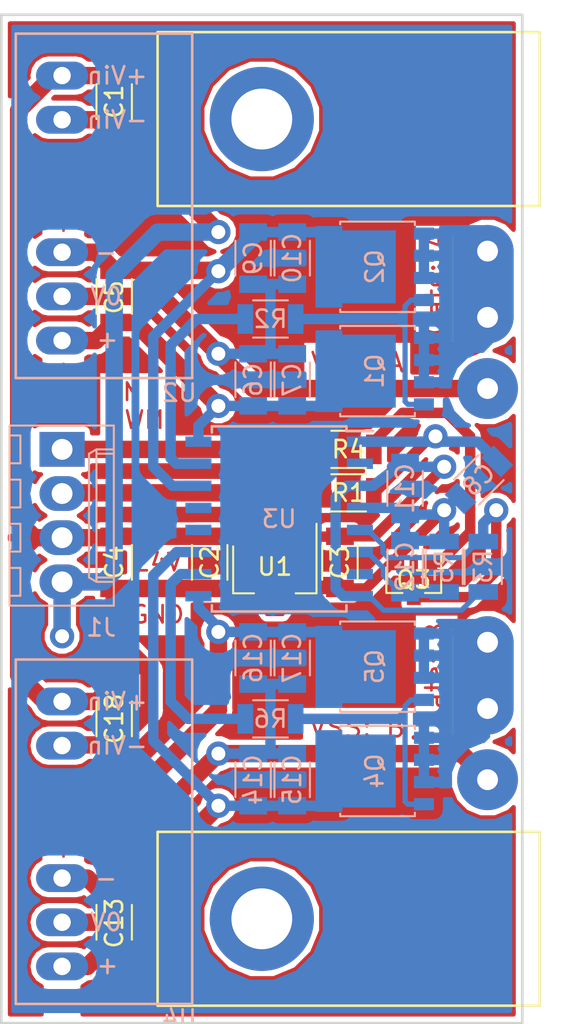
<source format=kicad_pcb>
(kicad_pcb (version 20171130) (host pcbnew "(5.0.0)")

  (general
    (thickness 1.6)
    (drawings 15)
    (tracks 273)
    (zones 0)
    (modules 40)
    (nets 26)
  )

  (page A4)
  (layers
    (0 F.Cu signal)
    (31 B.Cu signal)
    (32 B.Adhes user)
    (33 F.Adhes user)
    (34 B.Paste user)
    (35 F.Paste user)
    (36 B.SilkS user hide)
    (37 F.SilkS user)
    (38 B.Mask user hide)
    (39 F.Mask user hide)
    (40 Dwgs.User user)
    (41 Cmts.User user)
    (42 Eco1.User user)
    (43 Eco2.User user hide)
    (44 Edge.Cuts user)
    (45 Margin user hide)
    (46 B.CrtYd user)
    (47 F.CrtYd user)
    (48 B.Fab user)
    (49 F.Fab user)
  )

  (setup
    (last_trace_width 0.3)
    (user_trace_width 0.6)
    (user_trace_width 1)
    (trace_clearance 0.3)
    (zone_clearance 0.5)
    (zone_45_only yes)
    (trace_min 0.3)
    (segment_width 0.2)
    (edge_width 0.15)
    (via_size 1.4)
    (via_drill 0.8)
    (via_min_size 1.4)
    (via_min_drill 0.8)
    (user_via 1.8 1.2)
    (uvia_size 0.3)
    (uvia_drill 0.1)
    (uvias_allowed no)
    (uvia_min_size 0.2)
    (uvia_min_drill 0.1)
    (pcb_text_width 0.3)
    (pcb_text_size 1.5 1.5)
    (mod_edge_width 0.15)
    (mod_text_size 1 1)
    (mod_text_width 0.15)
    (pad_size 1.524 1.524)
    (pad_drill 0.762)
    (pad_to_mask_clearance 0.2)
    (aux_axis_origin 170 60)
    (grid_origin 170 60)
    (visible_elements 7FFFFFFF)
    (pcbplotparams
      (layerselection 0x31000_80000001)
      (usegerberextensions false)
      (usegerberattributes false)
      (usegerberadvancedattributes false)
      (creategerberjobfile false)
      (excludeedgelayer true)
      (linewidth 0.100000)
      (plotframeref false)
      (viasonmask false)
      (mode 1)
      (useauxorigin true)
      (hpglpennumber 1)
      (hpglpenspeed 20)
      (hpglpendiameter 15.000000)
      (psnegative false)
      (psa4output false)
      (plotreference true)
      (plotvalue true)
      (plotinvisibletext false)
      (padsonsilk false)
      (subtractmaskfromsilk false)
      (outputformat 1)
      (mirror false)
      (drillshape 0)
      (scaleselection 1)
      (outputdirectory "Gerber_milling/"))
  )

  (net 0 "")
  (net 1 +24V)
  (net 2 GND)
  (net 3 +15V)
  (net 4 /+15V:A)
  (net 5 /-8.7V:A)
  (net 6 /VSS:A)
  (net 7 "Net-(C8-Pad1)")
  (net 8 /DT)
  (net 9 /+15V:B)
  (net 10 /-8.7V:B)
  (net 11 /VSS:B)
  (net 12 /PWM)
  (net 13 /ENABLE)
  (net 14 /Gate:A)
  (net 15 /Gate:B)
  (net 16 "Net-(Q1-Pad4)")
  (net 17 "Net-(Q3-Pad1)")
  (net 18 "Net-(Q3-Pad3)")
  (net 19 "Net-(Q4-Pad4)")
  (net 20 "Net-(R2-Pad2)")
  (net 21 "Net-(R6-Pad2)")
  (net 22 "Net-(U3-Pad2)")
  (net 23 "Net-(U3-Pad7)")
  (net 24 "Net-(U3-Pad12)")
  (net 25 "Net-(U3-Pad13)")

  (net_class Default "This is the default net class."
    (clearance 0.3)
    (trace_width 0.3)
    (via_dia 1.4)
    (via_drill 0.8)
    (uvia_dia 0.3)
    (uvia_drill 0.1)
    (diff_pair_gap 0.25)
    (diff_pair_width 0.4)
    (add_net +15V)
    (add_net +24V)
    (add_net /+15V:A)
    (add_net /+15V:B)
    (add_net /-8.7V:A)
    (add_net /-8.7V:B)
    (add_net /DT)
    (add_net /ENABLE)
    (add_net /Gate:A)
    (add_net /Gate:B)
    (add_net /PWM)
    (add_net /VSS:A)
    (add_net /VSS:B)
    (add_net GND)
    (add_net "Net-(C8-Pad1)")
    (add_net "Net-(Q1-Pad4)")
    (add_net "Net-(Q3-Pad1)")
    (add_net "Net-(Q3-Pad3)")
    (add_net "Net-(Q4-Pad4)")
    (add_net "Net-(R2-Pad2)")
    (add_net "Net-(R6-Pad2)")
    (add_net "Net-(U3-Pad12)")
    (add_net "Net-(U3-Pad13)")
    (add_net "Net-(U3-Pad2)")
    (add_net "Net-(U3-Pad7)")
  )

  (module Resistors_SMD:R_1206 (layer F.Cu) (tedit 5AD9BEC4) (tstamp 5ACA0E95)
    (at 190 87.5 180)
    (descr "Resistor SMD 1206, reflow soldering, Vishay (see dcrcw.pdf)")
    (tags "resistor 1206")
    (path /5ACAE726)
    (attr smd)
    (fp_text reference R1 (at 0 0 180) (layer F.SilkS)
      (effects (font (size 1 1) (thickness 0.15)))
    )
    (fp_text value 47 (at 3 0 180) (layer F.Fab)
      (effects (font (size 1 1) (thickness 0.15)))
    )
    (fp_text user %R (at 0 0 180) (layer F.Fab)
      (effects (font (size 0.7 0.7) (thickness 0.105)))
    )
    (fp_line (start -1.6 0.8) (end -1.6 -0.8) (layer F.Fab) (width 0.1))
    (fp_line (start 1.6 0.8) (end -1.6 0.8) (layer F.Fab) (width 0.1))
    (fp_line (start 1.6 -0.8) (end 1.6 0.8) (layer F.Fab) (width 0.1))
    (fp_line (start -1.6 -0.8) (end 1.6 -0.8) (layer F.Fab) (width 0.1))
    (fp_line (start 1 1.07) (end -1 1.07) (layer F.SilkS) (width 0.12))
    (fp_line (start -1 -1.07) (end 1 -1.07) (layer F.SilkS) (width 0.12))
    (fp_line (start -2.15 -1.11) (end 2.15 -1.11) (layer F.CrtYd) (width 0.05))
    (fp_line (start -2.15 -1.11) (end -2.15 1.1) (layer F.CrtYd) (width 0.05))
    (fp_line (start 2.15 1.1) (end 2.15 -1.11) (layer F.CrtYd) (width 0.05))
    (fp_line (start 2.15 1.1) (end -2.15 1.1) (layer F.CrtYd) (width 0.05))
    (pad 1 smd rect (at -1.45 0 180) (size 0.9 1.7) (layers F.Cu F.Paste F.Mask)
      (net 7 "Net-(C8-Pad1)"))
    (pad 2 smd rect (at 1.45 0 180) (size 0.9 1.7) (layers F.Cu F.Paste F.Mask)
      (net 12 /PWM))
    (model ${KISYS3DMOD}/Resistors_SMD.3dshapes/R_1206.wrl
      (at (xyz 0 0 0))
      (scale (xyz 1 1 1))
      (rotate (xyz 0 0 0))
    )
  )

  (module Connectors_Molex:Molex_KK-6410-04_04x2.54mm_Straight (layer B.Cu) (tedit 5AD9B4E6) (tstamp 5ACCB012)
    (at 173.5 85 270)
    (descr "Connector Headers with Friction Lock, 22-27-2041, http://www.molex.com/pdm_docs/sd/022272021_sd.pdf")
    (tags "connector molex kk_6410 22-27-2041")
    (path /5ACAE71F)
    (fp_text reference J1 (at 10.25 -2.25) (layer B.SilkS)
      (effects (font (size 1 1) (thickness 0.15)) (justify mirror))
    )
    (fp_text value Inputs (at 3.75 -2 270) (layer B.Fab)
      (effects (font (size 1 1) (thickness 0.15)) (justify mirror))
    )
    (fp_line (start -1.47 3.12) (end -1.47 -3.08) (layer B.Fab) (width 0.12))
    (fp_line (start -1.47 -3.08) (end 9.09 -3.08) (layer B.Fab) (width 0.12))
    (fp_line (start 9.09 -3.08) (end 9.09 3.12) (layer B.Fab) (width 0.12))
    (fp_line (start 9.09 3.12) (end -1.47 3.12) (layer B.Fab) (width 0.12))
    (fp_line (start -1.37 3.02) (end -1.37 -2.98) (layer B.SilkS) (width 0.12))
    (fp_line (start -1.37 -2.98) (end 8.99 -2.98) (layer B.SilkS) (width 0.12))
    (fp_line (start 8.99 -2.98) (end 8.99 3.02) (layer B.SilkS) (width 0.12))
    (fp_line (start 8.99 3.02) (end -1.37 3.02) (layer B.SilkS) (width 0.12))
    (fp_line (start 0 -2.98) (end 0 -1.98) (layer B.SilkS) (width 0.12))
    (fp_line (start 0 -1.98) (end 7.62 -1.98) (layer B.SilkS) (width 0.12))
    (fp_line (start 7.62 -1.98) (end 7.62 -2.98) (layer B.SilkS) (width 0.12))
    (fp_line (start 0 -1.98) (end 0.25 -1.55) (layer B.SilkS) (width 0.12))
    (fp_line (start 0.25 -1.55) (end 7.37 -1.55) (layer B.SilkS) (width 0.12))
    (fp_line (start 7.37 -1.55) (end 7.62 -1.98) (layer B.SilkS) (width 0.12))
    (fp_line (start 0.25 -2.98) (end 0.25 -1.98) (layer B.SilkS) (width 0.12))
    (fp_line (start 7.37 -2.98) (end 7.37 -1.98) (layer B.SilkS) (width 0.12))
    (fp_line (start -0.8 3.02) (end -0.8 2.4) (layer B.SilkS) (width 0.12))
    (fp_line (start -0.8 2.4) (end 0.8 2.4) (layer B.SilkS) (width 0.12))
    (fp_line (start 0.8 2.4) (end 0.8 3.02) (layer B.SilkS) (width 0.12))
    (fp_line (start 1.74 3.02) (end 1.74 2.4) (layer B.SilkS) (width 0.12))
    (fp_line (start 1.74 2.4) (end 3.34 2.4) (layer B.SilkS) (width 0.12))
    (fp_line (start 3.34 2.4) (end 3.34 3.02) (layer B.SilkS) (width 0.12))
    (fp_line (start 4.28 3.02) (end 4.28 2.4) (layer B.SilkS) (width 0.12))
    (fp_line (start 4.28 2.4) (end 5.88 2.4) (layer B.SilkS) (width 0.12))
    (fp_line (start 5.88 2.4) (end 5.88 3.02) (layer B.SilkS) (width 0.12))
    (fp_line (start 6.82 3.02) (end 6.82 2.4) (layer B.SilkS) (width 0.12))
    (fp_line (start 6.82 2.4) (end 8.42 2.4) (layer B.SilkS) (width 0.12))
    (fp_line (start 8.42 2.4) (end 8.42 3.02) (layer B.SilkS) (width 0.12))
    (fp_line (start -1.9 -3.5) (end -1.9 3.55) (layer B.CrtYd) (width 0.05))
    (fp_line (start -1.9 3.55) (end 9.5 3.55) (layer B.CrtYd) (width 0.05))
    (fp_line (start 9.5 3.55) (end 9.5 -3.5) (layer B.CrtYd) (width 0.05))
    (fp_line (start 9.5 -3.5) (end -1.9 -3.5) (layer B.CrtYd) (width 0.05))
    (fp_text user %R (at 3.75 0 90) (layer B.Fab)
      (effects (font (size 1 1) (thickness 0.15)) (justify mirror))
    )
    (pad 1 thru_hole rect (at 0 0 270) (size 2 2.6) (drill 1.2) (layers *.Cu *.Mask)
      (net 13 /ENABLE))
    (pad 2 thru_hole oval (at 2.54 0 270) (size 2 2.6) (drill 1.2) (layers *.Cu *.Mask)
      (net 12 /PWM))
    (pad 3 thru_hole oval (at 5.08 0 270) (size 2 2.6) (drill 1.2) (layers *.Cu *.Mask)
      (net 1 +24V))
    (pad 4 thru_hole oval (at 7.62 0 270) (size 2 2.6) (drill 1.2) (layers *.Cu *.Mask)
      (net 2 GND))
    (model ${KISYS3DMOD}/Connectors_Molex.3dshapes/Molex_KK-6410-04_04x2.54mm_Straight.wrl
      (at (xyz 0 0 0))
      (scale (xyz 1 1 1))
      (rotate (xyz 0 0 0))
    )
  )

  (module Capacitors_SMD:C_1206 (layer B.Cu) (tedit 5AD9B046) (tstamp 5ACA0DE4)
    (at 193.25 87.25 270)
    (descr "Capacitor SMD 1206, reflow soldering, AVX (see smccp.pdf)")
    (tags "capacitor 1206")
    (path /5ACAE5C1)
    (attr smd)
    (fp_text reference C11 (at 0 0 270) (layer B.SilkS)
      (effects (font (size 1 1) (thickness 0.15)) (justify mirror))
    )
    (fp_text value 100n (at -0.25 1.75 270) (layer B.Fab)
      (effects (font (size 1 1) (thickness 0.15)) (justify mirror))
    )
    (fp_text user %R (at 0 0 270) (layer B.Fab)
      (effects (font (size 1 1) (thickness 0.15)) (justify mirror))
    )
    (fp_line (start -1.6 -0.8) (end -1.6 0.8) (layer B.Fab) (width 0.1))
    (fp_line (start 1.6 -0.8) (end -1.6 -0.8) (layer B.Fab) (width 0.1))
    (fp_line (start 1.6 0.8) (end 1.6 -0.8) (layer B.Fab) (width 0.1))
    (fp_line (start -1.6 0.8) (end 1.6 0.8) (layer B.Fab) (width 0.1))
    (fp_line (start 1 1.02) (end -1 1.02) (layer B.SilkS) (width 0.12))
    (fp_line (start -1 -1.02) (end 1 -1.02) (layer B.SilkS) (width 0.12))
    (fp_line (start -2.25 1.05) (end 2.25 1.05) (layer B.CrtYd) (width 0.05))
    (fp_line (start -2.25 1.05) (end -2.25 -1.05) (layer B.CrtYd) (width 0.05))
    (fp_line (start 2.25 -1.05) (end 2.25 1.05) (layer B.CrtYd) (width 0.05))
    (fp_line (start 2.25 -1.05) (end -2.25 -1.05) (layer B.CrtYd) (width 0.05))
    (pad 1 smd rect (at -1.5 0 270) (size 1 1.6) (layers B.Cu B.Paste B.Mask)
      (net 3 +15V))
    (pad 2 smd rect (at 1.5 0 270) (size 1 1.6) (layers B.Cu B.Paste B.Mask)
      (net 2 GND))
    (model Capacitors_SMD.3dshapes/C_1206.wrl
      (at (xyz 0 0 0))
      (scale (xyz 1 1 1))
      (rotate (xyz 0 0 0))
    )
  )

  (module Resistors_SMD:R_1206 (layer F.Cu) (tedit 5AD9BEC6) (tstamp 5ACA0EA7)
    (at 190 85 180)
    (descr "Resistor SMD 1206, reflow soldering, Vishay (see dcrcw.pdf)")
    (tags "resistor 1206")
    (path /5ACAE833)
    (attr smd)
    (fp_text reference R4 (at 0 0 180) (layer F.SilkS)
      (effects (font (size 1 1) (thickness 0.15)))
    )
    (fp_text value 5k6 (at 3.25 0 180) (layer F.Fab)
      (effects (font (size 1 1) (thickness 0.15)))
    )
    (fp_text user %R (at 0 0 180) (layer F.Fab)
      (effects (font (size 0.7 0.7) (thickness 0.105)))
    )
    (fp_line (start -1.6 0.8) (end -1.6 -0.8) (layer F.Fab) (width 0.1))
    (fp_line (start 1.6 0.8) (end -1.6 0.8) (layer F.Fab) (width 0.1))
    (fp_line (start 1.6 -0.8) (end 1.6 0.8) (layer F.Fab) (width 0.1))
    (fp_line (start -1.6 -0.8) (end 1.6 -0.8) (layer F.Fab) (width 0.1))
    (fp_line (start 1 1.07) (end -1 1.07) (layer F.SilkS) (width 0.12))
    (fp_line (start -1 -1.07) (end 1 -1.07) (layer F.SilkS) (width 0.12))
    (fp_line (start -2.15 -1.11) (end 2.15 -1.11) (layer F.CrtYd) (width 0.05))
    (fp_line (start -2.15 -1.11) (end -2.15 1.1) (layer F.CrtYd) (width 0.05))
    (fp_line (start 2.15 1.1) (end 2.15 -1.11) (layer F.CrtYd) (width 0.05))
    (fp_line (start 2.15 1.1) (end -2.15 1.1) (layer F.CrtYd) (width 0.05))
    (pad 1 smd rect (at -1.45 0 180) (size 0.9 1.7) (layers F.Cu F.Paste F.Mask)
      (net 17 "Net-(Q3-Pad1)"))
    (pad 2 smd rect (at 1.45 0 180) (size 0.9 1.7) (layers F.Cu F.Paste F.Mask)
      (net 13 /ENABLE))
    (model ${KISYS3DMOD}/Resistors_SMD.3dshapes/R_1206.wrl
      (at (xyz 0 0 0))
      (scale (xyz 1 1 1))
      (rotate (xyz 0 0 0))
    )
  )

  (module TO_SOT_Packages_SMD:SOT-23 (layer F.Cu) (tedit 5AD9BD65) (tstamp 5ACA0E61)
    (at 193.75 92.5 270)
    (descr "SOT-23, Standard")
    (tags SOT-23)
    (path /5ACAE824)
    (attr smd)
    (fp_text reference Q3 (at 0 0) (layer F.SilkS)
      (effects (font (size 1 1) (thickness 0.15)))
    )
    (fp_text value BC846A (at -1.5 0) (layer F.Fab)
      (effects (font (size 1 1) (thickness 0.15)))
    )
    (fp_text user %R (at 0 0) (layer F.Fab)
      (effects (font (size 0.5 0.5) (thickness 0.075)))
    )
    (fp_line (start -0.7 -0.95) (end -0.7 1.5) (layer F.Fab) (width 0.1))
    (fp_line (start -0.15 -1.52) (end 0.7 -1.52) (layer F.Fab) (width 0.1))
    (fp_line (start -0.7 -0.95) (end -0.15 -1.52) (layer F.Fab) (width 0.1))
    (fp_line (start 0.7 -1.52) (end 0.7 1.52) (layer F.Fab) (width 0.1))
    (fp_line (start -0.7 1.52) (end 0.7 1.52) (layer F.Fab) (width 0.1))
    (fp_line (start 0.76 1.58) (end 0.76 0.65) (layer F.SilkS) (width 0.12))
    (fp_line (start 0.76 -1.58) (end 0.76 -0.65) (layer F.SilkS) (width 0.12))
    (fp_line (start -1.7 -1.75) (end 1.7 -1.75) (layer F.CrtYd) (width 0.05))
    (fp_line (start 1.7 -1.75) (end 1.7 1.75) (layer F.CrtYd) (width 0.05))
    (fp_line (start 1.7 1.75) (end -1.7 1.75) (layer F.CrtYd) (width 0.05))
    (fp_line (start -1.7 1.75) (end -1.7 -1.75) (layer F.CrtYd) (width 0.05))
    (fp_line (start 0.76 -1.58) (end -1.4 -1.58) (layer F.SilkS) (width 0.12))
    (fp_line (start 0.76 1.58) (end -0.7 1.58) (layer F.SilkS) (width 0.12))
    (pad 1 smd rect (at -1 -0.95 270) (size 0.9 0.8) (layers F.Cu F.Paste F.Mask)
      (net 17 "Net-(Q3-Pad1)"))
    (pad 2 smd rect (at -1 0.95 270) (size 0.9 0.8) (layers F.Cu F.Paste F.Mask)
      (net 2 GND))
    (pad 3 smd rect (at 1 0 270) (size 0.9 0.8) (layers F.Cu F.Paste F.Mask)
      (net 18 "Net-(Q3-Pad3)"))
    (model ${KISYS3DMOD}/TO_SOT_Packages_SMD.3dshapes/SOT-23.wrl
      (at (xyz 0 0 0))
      (scale (xyz 1 1 1))
      (rotate (xyz 0 0 0))
    )
  )

  (module Capacitors_SMD:C_1206 (layer F.Cu) (tedit 5AD9BEAC) (tstamp 5ACA0DA8)
    (at 176.5 65 270)
    (descr "Capacitor SMD 1206, reflow soldering, AVX (see smccp.pdf)")
    (tags "capacitor 1206")
    (path /5ACBB2B0)
    (attr smd)
    (fp_text reference C1 (at 0 0 270) (layer F.SilkS)
      (effects (font (size 1 1) (thickness 0.15)))
    )
    (fp_text value 100n (at 3.75 0 270) (layer F.Fab)
      (effects (font (size 1 1) (thickness 0.15)))
    )
    (fp_text user %R (at 0 0 270) (layer F.Fab)
      (effects (font (size 1 1) (thickness 0.15)))
    )
    (fp_line (start -1.6 0.8) (end -1.6 -0.8) (layer F.Fab) (width 0.1))
    (fp_line (start 1.6 0.8) (end -1.6 0.8) (layer F.Fab) (width 0.1))
    (fp_line (start 1.6 -0.8) (end 1.6 0.8) (layer F.Fab) (width 0.1))
    (fp_line (start -1.6 -0.8) (end 1.6 -0.8) (layer F.Fab) (width 0.1))
    (fp_line (start 1 -1.02) (end -1 -1.02) (layer F.SilkS) (width 0.12))
    (fp_line (start -1 1.02) (end 1 1.02) (layer F.SilkS) (width 0.12))
    (fp_line (start -2.25 -1.05) (end 2.25 -1.05) (layer F.CrtYd) (width 0.05))
    (fp_line (start -2.25 -1.05) (end -2.25 1.05) (layer F.CrtYd) (width 0.05))
    (fp_line (start 2.25 1.05) (end 2.25 -1.05) (layer F.CrtYd) (width 0.05))
    (fp_line (start 2.25 1.05) (end -2.25 1.05) (layer F.CrtYd) (width 0.05))
    (pad 1 smd rect (at -1.5 0 270) (size 1 1.6) (layers F.Cu F.Paste F.Mask)
      (net 1 +24V))
    (pad 2 smd rect (at 1.5 0 270) (size 1 1.6) (layers F.Cu F.Paste F.Mask)
      (net 2 GND))
    (model Capacitors_SMD.3dshapes/C_1206.wrl
      (at (xyz 0 0 0))
      (scale (xyz 1 1 1))
      (rotate (xyz 0 0 0))
    )
  )

  (module Capacitors_SMD:C_1206 (layer F.Cu) (tedit 5AD9BECC) (tstamp 5ACA0DAE)
    (at 182 91.5 270)
    (descr "Capacitor SMD 1206, reflow soldering, AVX (see smccp.pdf)")
    (tags "capacitor 1206")
    (path /5ACAE6F9)
    (attr smd)
    (fp_text reference C2 (at 0 0 270) (layer F.SilkS)
      (effects (font (size 1 1) (thickness 0.15)))
    )
    (fp_text value 330n (at -4.25 0 270) (layer F.Fab)
      (effects (font (size 1 1) (thickness 0.15)))
    )
    (fp_text user %R (at 0 0 270) (layer F.Fab)
      (effects (font (size 1 1) (thickness 0.15)))
    )
    (fp_line (start -1.6 0.8) (end -1.6 -0.8) (layer F.Fab) (width 0.1))
    (fp_line (start 1.6 0.8) (end -1.6 0.8) (layer F.Fab) (width 0.1))
    (fp_line (start 1.6 -0.8) (end 1.6 0.8) (layer F.Fab) (width 0.1))
    (fp_line (start -1.6 -0.8) (end 1.6 -0.8) (layer F.Fab) (width 0.1))
    (fp_line (start 1 -1.02) (end -1 -1.02) (layer F.SilkS) (width 0.12))
    (fp_line (start -1 1.02) (end 1 1.02) (layer F.SilkS) (width 0.12))
    (fp_line (start -2.25 -1.05) (end 2.25 -1.05) (layer F.CrtYd) (width 0.05))
    (fp_line (start -2.25 -1.05) (end -2.25 1.05) (layer F.CrtYd) (width 0.05))
    (fp_line (start 2.25 1.05) (end 2.25 -1.05) (layer F.CrtYd) (width 0.05))
    (fp_line (start 2.25 1.05) (end -2.25 1.05) (layer F.CrtYd) (width 0.05))
    (pad 1 smd rect (at -1.5 0 270) (size 1 1.6) (layers F.Cu F.Paste F.Mask)
      (net 1 +24V))
    (pad 2 smd rect (at 1.5 0 270) (size 1 1.6) (layers F.Cu F.Paste F.Mask)
      (net 2 GND))
    (model Capacitors_SMD.3dshapes/C_1206.wrl
      (at (xyz 0 0 0))
      (scale (xyz 1 1 1))
      (rotate (xyz 0 0 0))
    )
  )

  (module Capacitors_SMD:C_1206 (layer F.Cu) (tedit 5AD9B81F) (tstamp 5ACA0DB4)
    (at 189.5 91.5 270)
    (descr "Capacitor SMD 1206, reflow soldering, AVX (see smccp.pdf)")
    (tags "capacitor 1206")
    (path /5ACAE6F2)
    (attr smd)
    (fp_text reference C3 (at 0 0 270) (layer F.SilkS)
      (effects (font (size 1 1) (thickness 0.15)))
    )
    (fp_text value 100n (at 4 0 270) (layer F.Fab)
      (effects (font (size 1 1) (thickness 0.15)))
    )
    (fp_text user %R (at 0 0 270) (layer F.Fab)
      (effects (font (size 1 1) (thickness 0.15)))
    )
    (fp_line (start -1.6 0.8) (end -1.6 -0.8) (layer F.Fab) (width 0.1))
    (fp_line (start 1.6 0.8) (end -1.6 0.8) (layer F.Fab) (width 0.1))
    (fp_line (start 1.6 -0.8) (end 1.6 0.8) (layer F.Fab) (width 0.1))
    (fp_line (start -1.6 -0.8) (end 1.6 -0.8) (layer F.Fab) (width 0.1))
    (fp_line (start 1 -1.02) (end -1 -1.02) (layer F.SilkS) (width 0.12))
    (fp_line (start -1 1.02) (end 1 1.02) (layer F.SilkS) (width 0.12))
    (fp_line (start -2.25 -1.05) (end 2.25 -1.05) (layer F.CrtYd) (width 0.05))
    (fp_line (start -2.25 -1.05) (end -2.25 1.05) (layer F.CrtYd) (width 0.05))
    (fp_line (start 2.25 1.05) (end 2.25 -1.05) (layer F.CrtYd) (width 0.05))
    (fp_line (start 2.25 1.05) (end -2.25 1.05) (layer F.CrtYd) (width 0.05))
    (pad 1 smd rect (at -1.5 0 270) (size 1 1.6) (layers F.Cu F.Paste F.Mask)
      (net 3 +15V))
    (pad 2 smd rect (at 1.5 0 270) (size 1 1.6) (layers F.Cu F.Paste F.Mask)
      (net 2 GND))
    (model Capacitors_SMD.3dshapes/C_1206.wrl
      (at (xyz 0 0 0))
      (scale (xyz 1 1 1))
      (rotate (xyz 0 0 0))
    )
  )

  (module Capacitors_SMD:C_1206 (layer F.Cu) (tedit 5AD9BEC9) (tstamp 5ACA0DBA)
    (at 176.5 91.5 270)
    (descr "Capacitor SMD 1206, reflow soldering, AVX (see smccp.pdf)")
    (tags "capacitor 1206")
    (path /5ACAE706)
    (attr smd)
    (fp_text reference C4 (at 0 0 270) (layer F.SilkS)
      (effects (font (size 1 1) (thickness 0.15)))
    )
    (fp_text value 10u (at -3.5 0 270) (layer F.Fab)
      (effects (font (size 1 1) (thickness 0.15)))
    )
    (fp_text user %R (at 0 0 270) (layer F.Fab)
      (effects (font (size 1 1) (thickness 0.15)))
    )
    (fp_line (start -1.6 0.8) (end -1.6 -0.8) (layer F.Fab) (width 0.1))
    (fp_line (start 1.6 0.8) (end -1.6 0.8) (layer F.Fab) (width 0.1))
    (fp_line (start 1.6 -0.8) (end 1.6 0.8) (layer F.Fab) (width 0.1))
    (fp_line (start -1.6 -0.8) (end 1.6 -0.8) (layer F.Fab) (width 0.1))
    (fp_line (start 1 -1.02) (end -1 -1.02) (layer F.SilkS) (width 0.12))
    (fp_line (start -1 1.02) (end 1 1.02) (layer F.SilkS) (width 0.12))
    (fp_line (start -2.25 -1.05) (end 2.25 -1.05) (layer F.CrtYd) (width 0.05))
    (fp_line (start -2.25 -1.05) (end -2.25 1.05) (layer F.CrtYd) (width 0.05))
    (fp_line (start 2.25 1.05) (end 2.25 -1.05) (layer F.CrtYd) (width 0.05))
    (fp_line (start 2.25 1.05) (end -2.25 1.05) (layer F.CrtYd) (width 0.05))
    (pad 1 smd rect (at -1.5 0 270) (size 1 1.6) (layers F.Cu F.Paste F.Mask)
      (net 1 +24V))
    (pad 2 smd rect (at 1.5 0 270) (size 1 1.6) (layers F.Cu F.Paste F.Mask)
      (net 2 GND))
    (model Capacitors_SMD.3dshapes/C_1206.wrl
      (at (xyz 0 0 0))
      (scale (xyz 1 1 1))
      (rotate (xyz 0 0 0))
    )
  )

  (module Capacitors_SMD:C_1206 (layer F.Cu) (tedit 5AD9BEB0) (tstamp 5ACA0DC0)
    (at 176.5 76.2 90)
    (descr "Capacitor SMD 1206, reflow soldering, AVX (see smccp.pdf)")
    (tags "capacitor 1206")
    (path /5ACBD53E)
    (attr smd)
    (fp_text reference C5 (at -0.05 0 90) (layer F.SilkS)
      (effects (font (size 1 1) (thickness 0.15)))
    )
    (fp_text value 10u (at -3.3 0 90) (layer F.Fab)
      (effects (font (size 1 1) (thickness 0.15)))
    )
    (fp_text user %R (at -0.05 0 90) (layer F.Fab)
      (effects (font (size 1 1) (thickness 0.15)))
    )
    (fp_line (start -1.6 0.8) (end -1.6 -0.8) (layer F.Fab) (width 0.1))
    (fp_line (start 1.6 0.8) (end -1.6 0.8) (layer F.Fab) (width 0.1))
    (fp_line (start 1.6 -0.8) (end 1.6 0.8) (layer F.Fab) (width 0.1))
    (fp_line (start -1.6 -0.8) (end 1.6 -0.8) (layer F.Fab) (width 0.1))
    (fp_line (start 1 -1.02) (end -1 -1.02) (layer F.SilkS) (width 0.12))
    (fp_line (start -1 1.02) (end 1 1.02) (layer F.SilkS) (width 0.12))
    (fp_line (start -2.25 -1.05) (end 2.25 -1.05) (layer F.CrtYd) (width 0.05))
    (fp_line (start -2.25 -1.05) (end -2.25 1.05) (layer F.CrtYd) (width 0.05))
    (fp_line (start 2.25 1.05) (end 2.25 -1.05) (layer F.CrtYd) (width 0.05))
    (fp_line (start 2.25 1.05) (end -2.25 1.05) (layer F.CrtYd) (width 0.05))
    (pad 1 smd rect (at -1.5 0 90) (size 1 1.6) (layers F.Cu F.Paste F.Mask)
      (net 4 /+15V:A))
    (pad 2 smd rect (at 1.5 0 90) (size 1 1.6) (layers F.Cu F.Paste F.Mask)
      (net 5 /-8.7V:A))
    (model Capacitors_SMD.3dshapes/C_1206.wrl
      (at (xyz 0 0 0))
      (scale (xyz 1 1 1))
      (rotate (xyz 0 0 0))
    )
  )

  (module Capacitors_SMD:C_1206 (layer B.Cu) (tedit 5AD9B2B7) (tstamp 5ACA0DC6)
    (at 184.5 81 90)
    (descr "Capacitor SMD 1206, reflow soldering, AVX (see smccp.pdf)")
    (tags "capacitor 1206")
    (path /5ACBD526)
    (attr smd)
    (fp_text reference C6 (at 0 0 90) (layer B.SilkS)
      (effects (font (size 1 1) (thickness 0.15)) (justify mirror))
    )
    (fp_text value 4.7u (at 0 -1.75 90) (layer B.Fab)
      (effects (font (size 1 1) (thickness 0.15)) (justify mirror))
    )
    (fp_text user %R (at 0 0 90) (layer B.Fab)
      (effects (font (size 1 1) (thickness 0.15)) (justify mirror))
    )
    (fp_line (start -1.6 -0.8) (end -1.6 0.8) (layer B.Fab) (width 0.1))
    (fp_line (start 1.6 -0.8) (end -1.6 -0.8) (layer B.Fab) (width 0.1))
    (fp_line (start 1.6 0.8) (end 1.6 -0.8) (layer B.Fab) (width 0.1))
    (fp_line (start -1.6 0.8) (end 1.6 0.8) (layer B.Fab) (width 0.1))
    (fp_line (start 1 1.02) (end -1 1.02) (layer B.SilkS) (width 0.12))
    (fp_line (start -1 -1.02) (end 1 -1.02) (layer B.SilkS) (width 0.12))
    (fp_line (start -2.25 1.05) (end 2.25 1.05) (layer B.CrtYd) (width 0.05))
    (fp_line (start -2.25 1.05) (end -2.25 -1.05) (layer B.CrtYd) (width 0.05))
    (fp_line (start 2.25 -1.05) (end 2.25 1.05) (layer B.CrtYd) (width 0.05))
    (fp_line (start 2.25 -1.05) (end -2.25 -1.05) (layer B.CrtYd) (width 0.05))
    (pad 1 smd rect (at -1.5 0 90) (size 1 1.6) (layers B.Cu B.Paste B.Mask)
      (net 4 /+15V:A))
    (pad 2 smd rect (at 1.5 0 90) (size 1 1.6) (layers B.Cu B.Paste B.Mask)
      (net 6 /VSS:A))
    (model Capacitors_SMD.3dshapes/C_1206.wrl
      (at (xyz 0 0 0))
      (scale (xyz 1 1 1))
      (rotate (xyz 0 0 0))
    )
  )

  (module Capacitors_SMD:C_1206 (layer B.Cu) (tedit 5AD9B461) (tstamp 5ACA0DCC)
    (at 186.75 81 90)
    (descr "Capacitor SMD 1206, reflow soldering, AVX (see smccp.pdf)")
    (tags "capacitor 1206")
    (path /5ACBD52C)
    (attr smd)
    (fp_text reference C7 (at 0 0 90) (layer B.SilkS)
      (effects (font (size 1 1) (thickness 0.15)) (justify mirror))
    )
    (fp_text value 100n (at 0 2 90) (layer B.Fab)
      (effects (font (size 1 1) (thickness 0.15)) (justify mirror))
    )
    (fp_text user %R (at 0 0 90) (layer B.Fab)
      (effects (font (size 1 1) (thickness 0.15)) (justify mirror))
    )
    (fp_line (start -1.6 -0.8) (end -1.6 0.8) (layer B.Fab) (width 0.1))
    (fp_line (start 1.6 -0.8) (end -1.6 -0.8) (layer B.Fab) (width 0.1))
    (fp_line (start 1.6 0.8) (end 1.6 -0.8) (layer B.Fab) (width 0.1))
    (fp_line (start -1.6 0.8) (end 1.6 0.8) (layer B.Fab) (width 0.1))
    (fp_line (start 1 1.02) (end -1 1.02) (layer B.SilkS) (width 0.12))
    (fp_line (start -1 -1.02) (end 1 -1.02) (layer B.SilkS) (width 0.12))
    (fp_line (start -2.25 1.05) (end 2.25 1.05) (layer B.CrtYd) (width 0.05))
    (fp_line (start -2.25 1.05) (end -2.25 -1.05) (layer B.CrtYd) (width 0.05))
    (fp_line (start 2.25 -1.05) (end 2.25 1.05) (layer B.CrtYd) (width 0.05))
    (fp_line (start 2.25 -1.05) (end -2.25 -1.05) (layer B.CrtYd) (width 0.05))
    (pad 1 smd rect (at -1.5 0 90) (size 1 1.6) (layers B.Cu B.Paste B.Mask)
      (net 4 /+15V:A))
    (pad 2 smd rect (at 1.5 0 90) (size 1 1.6) (layers B.Cu B.Paste B.Mask)
      (net 6 /VSS:A))
    (model Capacitors_SMD.3dshapes/C_1206.wrl
      (at (xyz 0 0 0))
      (scale (xyz 1 1 1))
      (rotate (xyz 0 0 0))
    )
  )

  (module Capacitors_SMD:C_1206 (layer B.Cu) (tedit 5AD9B359) (tstamp 5ACA0DD2)
    (at 197.5 86.75 225)
    (descr "Capacitor SMD 1206, reflow soldering, AVX (see smccp.pdf)")
    (tags "capacitor 1206")
    (path /5ACAE72D)
    (attr smd)
    (fp_text reference C8 (at 0 0 225) (layer B.SilkS)
      (effects (font (size 1 1) (thickness 0.15)) (justify mirror))
    )
    (fp_text value 33p (at 0 1.767767 225) (layer B.Fab)
      (effects (font (size 1 1) (thickness 0.15)) (justify mirror))
    )
    (fp_text user %R (at 0 0 225) (layer B.Fab)
      (effects (font (size 1 1) (thickness 0.15)) (justify mirror))
    )
    (fp_line (start -1.6 -0.8) (end -1.6 0.8) (layer B.Fab) (width 0.1))
    (fp_line (start 1.6 -0.8) (end -1.6 -0.8) (layer B.Fab) (width 0.1))
    (fp_line (start 1.6 0.8) (end 1.6 -0.8) (layer B.Fab) (width 0.1))
    (fp_line (start -1.6 0.8) (end 1.6 0.8) (layer B.Fab) (width 0.1))
    (fp_line (start 1 1.02) (end -1 1.02) (layer B.SilkS) (width 0.12))
    (fp_line (start -1 -1.02) (end 1 -1.02) (layer B.SilkS) (width 0.12))
    (fp_line (start -2.25 1.05) (end 2.25 1.05) (layer B.CrtYd) (width 0.05))
    (fp_line (start -2.25 1.05) (end -2.25 -1.05) (layer B.CrtYd) (width 0.05))
    (fp_line (start 2.25 -1.05) (end 2.25 1.05) (layer B.CrtYd) (width 0.05))
    (fp_line (start 2.25 -1.05) (end -2.25 -1.05) (layer B.CrtYd) (width 0.05))
    (pad 1 smd rect (at -1.5 0 225) (size 1 1.6) (layers B.Cu B.Paste B.Mask)
      (net 7 "Net-(C8-Pad1)"))
    (pad 2 smd rect (at 1.5 0 225) (size 1 1.6) (layers B.Cu B.Paste B.Mask)
      (net 2 GND))
    (model Capacitors_SMD.3dshapes/C_1206.wrl
      (at (xyz 0 0 0))
      (scale (xyz 1 1 1))
      (rotate (xyz 0 0 0))
    )
  )

  (module Capacitors_SMD:C_1206 (layer B.Cu) (tedit 5AD9AFEF) (tstamp 5ACA0DD8)
    (at 184.5 74 90)
    (descr "Capacitor SMD 1206, reflow soldering, AVX (see smccp.pdf)")
    (tags "capacitor 1206")
    (path /5ACBD532)
    (attr smd)
    (fp_text reference C9 (at 0 0 90) (layer B.SilkS)
      (effects (font (size 1 1) (thickness 0.15)) (justify mirror))
    )
    (fp_text value 4.7u (at 4 0 90) (layer B.Fab)
      (effects (font (size 1 1) (thickness 0.15)) (justify mirror))
    )
    (fp_text user %R (at 0 0 90) (layer B.Fab)
      (effects (font (size 1 1) (thickness 0.15)) (justify mirror))
    )
    (fp_line (start -1.6 -0.8) (end -1.6 0.8) (layer B.Fab) (width 0.1))
    (fp_line (start 1.6 -0.8) (end -1.6 -0.8) (layer B.Fab) (width 0.1))
    (fp_line (start 1.6 0.8) (end 1.6 -0.8) (layer B.Fab) (width 0.1))
    (fp_line (start -1.6 0.8) (end 1.6 0.8) (layer B.Fab) (width 0.1))
    (fp_line (start 1 1.02) (end -1 1.02) (layer B.SilkS) (width 0.12))
    (fp_line (start -1 -1.02) (end 1 -1.02) (layer B.SilkS) (width 0.12))
    (fp_line (start -2.25 1.05) (end 2.25 1.05) (layer B.CrtYd) (width 0.05))
    (fp_line (start -2.25 1.05) (end -2.25 -1.05) (layer B.CrtYd) (width 0.05))
    (fp_line (start 2.25 -1.05) (end 2.25 1.05) (layer B.CrtYd) (width 0.05))
    (fp_line (start 2.25 -1.05) (end -2.25 -1.05) (layer B.CrtYd) (width 0.05))
    (pad 1 smd rect (at -1.5 0 90) (size 1 1.6) (layers B.Cu B.Paste B.Mask)
      (net 6 /VSS:A))
    (pad 2 smd rect (at 1.5 0 90) (size 1 1.6) (layers B.Cu B.Paste B.Mask)
      (net 5 /-8.7V:A))
    (model Capacitors_SMD.3dshapes/C_1206.wrl
      (at (xyz 0 0 0))
      (scale (xyz 1 1 1))
      (rotate (xyz 0 0 0))
    )
  )

  (module Capacitors_SMD:C_1206 (layer B.Cu) (tedit 5AD9AFF3) (tstamp 5ACA0DDE)
    (at 186.75 74 90)
    (descr "Capacitor SMD 1206, reflow soldering, AVX (see smccp.pdf)")
    (tags "capacitor 1206")
    (path /5ACBD538)
    (attr smd)
    (fp_text reference C10 (at 0 0 90) (layer B.SilkS)
      (effects (font (size 1 1) (thickness 0.15)) (justify mirror))
    )
    (fp_text value 100n (at 4.25 0 90) (layer B.Fab)
      (effects (font (size 1 1) (thickness 0.15)) (justify mirror))
    )
    (fp_text user %R (at 0 0 90) (layer B.Fab)
      (effects (font (size 1 1) (thickness 0.15)) (justify mirror))
    )
    (fp_line (start -1.6 -0.8) (end -1.6 0.8) (layer B.Fab) (width 0.1))
    (fp_line (start 1.6 -0.8) (end -1.6 -0.8) (layer B.Fab) (width 0.1))
    (fp_line (start 1.6 0.8) (end 1.6 -0.8) (layer B.Fab) (width 0.1))
    (fp_line (start -1.6 0.8) (end 1.6 0.8) (layer B.Fab) (width 0.1))
    (fp_line (start 1 1.02) (end -1 1.02) (layer B.SilkS) (width 0.12))
    (fp_line (start -1 -1.02) (end 1 -1.02) (layer B.SilkS) (width 0.12))
    (fp_line (start -2.25 1.05) (end 2.25 1.05) (layer B.CrtYd) (width 0.05))
    (fp_line (start -2.25 1.05) (end -2.25 -1.05) (layer B.CrtYd) (width 0.05))
    (fp_line (start 2.25 -1.05) (end 2.25 1.05) (layer B.CrtYd) (width 0.05))
    (fp_line (start 2.25 -1.05) (end -2.25 -1.05) (layer B.CrtYd) (width 0.05))
    (pad 1 smd rect (at -1.5 0 90) (size 1 1.6) (layers B.Cu B.Paste B.Mask)
      (net 6 /VSS:A))
    (pad 2 smd rect (at 1.5 0 90) (size 1 1.6) (layers B.Cu B.Paste B.Mask)
      (net 5 /-8.7V:A))
    (model Capacitors_SMD.3dshapes/C_1206.wrl
      (at (xyz 0 0 0))
      (scale (xyz 1 1 1))
      (rotate (xyz 0 0 0))
    )
  )

  (module Capacitors_SMD:C_1206 (layer B.Cu) (tedit 5AD9B093) (tstamp 5ACA0DEA)
    (at 193.25 91.75 90)
    (descr "Capacitor SMD 1206, reflow soldering, AVX (see smccp.pdf)")
    (tags "capacitor 1206")
    (path /5ACAE5A7)
    (attr smd)
    (fp_text reference C12 (at 0 0 90) (layer B.SilkS)
      (effects (font (size 1 1) (thickness 0.15)) (justify mirror))
    )
    (fp_text value 2.2n (at 0 -1.75 90) (layer B.Fab)
      (effects (font (size 1 1) (thickness 0.15)) (justify mirror))
    )
    (fp_text user %R (at 0 0 90) (layer B.Fab)
      (effects (font (size 1 1) (thickness 0.15)) (justify mirror))
    )
    (fp_line (start -1.6 -0.8) (end -1.6 0.8) (layer B.Fab) (width 0.1))
    (fp_line (start 1.6 -0.8) (end -1.6 -0.8) (layer B.Fab) (width 0.1))
    (fp_line (start 1.6 0.8) (end 1.6 -0.8) (layer B.Fab) (width 0.1))
    (fp_line (start -1.6 0.8) (end 1.6 0.8) (layer B.Fab) (width 0.1))
    (fp_line (start 1 1.02) (end -1 1.02) (layer B.SilkS) (width 0.12))
    (fp_line (start -1 -1.02) (end 1 -1.02) (layer B.SilkS) (width 0.12))
    (fp_line (start -2.25 1.05) (end 2.25 1.05) (layer B.CrtYd) (width 0.05))
    (fp_line (start -2.25 1.05) (end -2.25 -1.05) (layer B.CrtYd) (width 0.05))
    (fp_line (start 2.25 -1.05) (end 2.25 1.05) (layer B.CrtYd) (width 0.05))
    (fp_line (start 2.25 -1.05) (end -2.25 -1.05) (layer B.CrtYd) (width 0.05))
    (pad 1 smd rect (at -1.5 0 90) (size 1 1.6) (layers B.Cu B.Paste B.Mask)
      (net 8 /DT))
    (pad 2 smd rect (at 1.5 0 90) (size 1 1.6) (layers B.Cu B.Paste B.Mask)
      (net 2 GND))
    (model Capacitors_SMD.3dshapes/C_1206.wrl
      (at (xyz 0 0 0))
      (scale (xyz 1 1 1))
      (rotate (xyz 0 0 0))
    )
  )

  (module Capacitors_SMD:C_1206 (layer F.Cu) (tedit 5AD9BED6) (tstamp 5ACA0DF0)
    (at 176.5 112.2 90)
    (descr "Capacitor SMD 1206, reflow soldering, AVX (see smccp.pdf)")
    (tags "capacitor 1206")
    (path /5ACAE65D)
    (attr smd)
    (fp_text reference C13 (at -0.05 0 90) (layer F.SilkS)
      (effects (font (size 1 1) (thickness 0.15)))
    )
    (fp_text value 10u (at 3.45 0 90) (layer F.Fab)
      (effects (font (size 1 1) (thickness 0.15)))
    )
    (fp_text user %R (at -0.05 0 90) (layer F.Fab)
      (effects (font (size 1 1) (thickness 0.15)))
    )
    (fp_line (start -1.6 0.8) (end -1.6 -0.8) (layer F.Fab) (width 0.1))
    (fp_line (start 1.6 0.8) (end -1.6 0.8) (layer F.Fab) (width 0.1))
    (fp_line (start 1.6 -0.8) (end 1.6 0.8) (layer F.Fab) (width 0.1))
    (fp_line (start -1.6 -0.8) (end 1.6 -0.8) (layer F.Fab) (width 0.1))
    (fp_line (start 1 -1.02) (end -1 -1.02) (layer F.SilkS) (width 0.12))
    (fp_line (start -1 1.02) (end 1 1.02) (layer F.SilkS) (width 0.12))
    (fp_line (start -2.25 -1.05) (end 2.25 -1.05) (layer F.CrtYd) (width 0.05))
    (fp_line (start -2.25 -1.05) (end -2.25 1.05) (layer F.CrtYd) (width 0.05))
    (fp_line (start 2.25 1.05) (end 2.25 -1.05) (layer F.CrtYd) (width 0.05))
    (fp_line (start 2.25 1.05) (end -2.25 1.05) (layer F.CrtYd) (width 0.05))
    (pad 1 smd rect (at -1.5 0 90) (size 1 1.6) (layers F.Cu F.Paste F.Mask)
      (net 9 /+15V:B))
    (pad 2 smd rect (at 1.5 0 90) (size 1 1.6) (layers F.Cu F.Paste F.Mask)
      (net 10 /-8.7V:B))
    (model Capacitors_SMD.3dshapes/C_1206.wrl
      (at (xyz 0 0 0))
      (scale (xyz 1 1 1))
      (rotate (xyz 0 0 0))
    )
  )

  (module Capacitors_SMD:C_1206 (layer B.Cu) (tedit 5AD9AF5D) (tstamp 5ACA0DF6)
    (at 184.5 104 90)
    (descr "Capacitor SMD 1206, reflow soldering, AVX (see smccp.pdf)")
    (tags "capacitor 1206")
    (path /5ACAE641)
    (attr smd)
    (fp_text reference C14 (at 0 0 90) (layer B.SilkS)
      (effects (font (size 1 1) (thickness 0.15)) (justify mirror))
    )
    (fp_text value 4.7u (at -4 0 90) (layer B.Fab)
      (effects (font (size 1 1) (thickness 0.15)) (justify mirror))
    )
    (fp_text user %R (at 0 0 90) (layer B.Fab)
      (effects (font (size 1 1) (thickness 0.15)) (justify mirror))
    )
    (fp_line (start -1.6 -0.8) (end -1.6 0.8) (layer B.Fab) (width 0.1))
    (fp_line (start 1.6 -0.8) (end -1.6 -0.8) (layer B.Fab) (width 0.1))
    (fp_line (start 1.6 0.8) (end 1.6 -0.8) (layer B.Fab) (width 0.1))
    (fp_line (start -1.6 0.8) (end 1.6 0.8) (layer B.Fab) (width 0.1))
    (fp_line (start 1 1.02) (end -1 1.02) (layer B.SilkS) (width 0.12))
    (fp_line (start -1 -1.02) (end 1 -1.02) (layer B.SilkS) (width 0.12))
    (fp_line (start -2.25 1.05) (end 2.25 1.05) (layer B.CrtYd) (width 0.05))
    (fp_line (start -2.25 1.05) (end -2.25 -1.05) (layer B.CrtYd) (width 0.05))
    (fp_line (start 2.25 -1.05) (end 2.25 1.05) (layer B.CrtYd) (width 0.05))
    (fp_line (start 2.25 -1.05) (end -2.25 -1.05) (layer B.CrtYd) (width 0.05))
    (pad 1 smd rect (at -1.5 0 90) (size 1 1.6) (layers B.Cu B.Paste B.Mask)
      (net 9 /+15V:B))
    (pad 2 smd rect (at 1.5 0 90) (size 1 1.6) (layers B.Cu B.Paste B.Mask)
      (net 11 /VSS:B))
    (model Capacitors_SMD.3dshapes/C_1206.wrl
      (at (xyz 0 0 0))
      (scale (xyz 1 1 1))
      (rotate (xyz 0 0 0))
    )
  )

  (module Capacitors_SMD:C_1206 (layer B.Cu) (tedit 5AD9AF63) (tstamp 5ACA0DFC)
    (at 186.75 104 90)
    (descr "Capacitor SMD 1206, reflow soldering, AVX (see smccp.pdf)")
    (tags "capacitor 1206")
    (path /5ACAE648)
    (attr smd)
    (fp_text reference C15 (at 0 0 90) (layer B.SilkS)
      (effects (font (size 1 1) (thickness 0.15)) (justify mirror))
    )
    (fp_text value 100n (at -4.25 0 90) (layer B.Fab)
      (effects (font (size 1 1) (thickness 0.15)) (justify mirror))
    )
    (fp_text user %R (at 0 0 90) (layer B.Fab)
      (effects (font (size 1 1) (thickness 0.15)) (justify mirror))
    )
    (fp_line (start -1.6 -0.8) (end -1.6 0.8) (layer B.Fab) (width 0.1))
    (fp_line (start 1.6 -0.8) (end -1.6 -0.8) (layer B.Fab) (width 0.1))
    (fp_line (start 1.6 0.8) (end 1.6 -0.8) (layer B.Fab) (width 0.1))
    (fp_line (start -1.6 0.8) (end 1.6 0.8) (layer B.Fab) (width 0.1))
    (fp_line (start 1 1.02) (end -1 1.02) (layer B.SilkS) (width 0.12))
    (fp_line (start -1 -1.02) (end 1 -1.02) (layer B.SilkS) (width 0.12))
    (fp_line (start -2.25 1.05) (end 2.25 1.05) (layer B.CrtYd) (width 0.05))
    (fp_line (start -2.25 1.05) (end -2.25 -1.05) (layer B.CrtYd) (width 0.05))
    (fp_line (start 2.25 -1.05) (end 2.25 1.05) (layer B.CrtYd) (width 0.05))
    (fp_line (start 2.25 -1.05) (end -2.25 -1.05) (layer B.CrtYd) (width 0.05))
    (pad 1 smd rect (at -1.5 0 90) (size 1 1.6) (layers B.Cu B.Paste B.Mask)
      (net 9 /+15V:B))
    (pad 2 smd rect (at 1.5 0 90) (size 1 1.6) (layers B.Cu B.Paste B.Mask)
      (net 11 /VSS:B))
    (model Capacitors_SMD.3dshapes/C_1206.wrl
      (at (xyz 0 0 0))
      (scale (xyz 1 1 1))
      (rotate (xyz 0 0 0))
    )
  )

  (module Capacitors_SMD:C_1206 (layer B.Cu) (tedit 5AD9B2BB) (tstamp 5ACA0E02)
    (at 184.5 97 90)
    (descr "Capacitor SMD 1206, reflow soldering, AVX (see smccp.pdf)")
    (tags "capacitor 1206")
    (path /5ACAE64F)
    (attr smd)
    (fp_text reference C16 (at 0 0 90) (layer B.SilkS)
      (effects (font (size 1 1) (thickness 0.15)) (justify mirror))
    )
    (fp_text value 4.7u (at 0 -1.75 90) (layer B.Fab)
      (effects (font (size 1 1) (thickness 0.15)) (justify mirror))
    )
    (fp_text user %R (at 0 0 90) (layer B.Fab)
      (effects (font (size 1 1) (thickness 0.15)) (justify mirror))
    )
    (fp_line (start -1.6 -0.8) (end -1.6 0.8) (layer B.Fab) (width 0.1))
    (fp_line (start 1.6 -0.8) (end -1.6 -0.8) (layer B.Fab) (width 0.1))
    (fp_line (start 1.6 0.8) (end 1.6 -0.8) (layer B.Fab) (width 0.1))
    (fp_line (start -1.6 0.8) (end 1.6 0.8) (layer B.Fab) (width 0.1))
    (fp_line (start 1 1.02) (end -1 1.02) (layer B.SilkS) (width 0.12))
    (fp_line (start -1 -1.02) (end 1 -1.02) (layer B.SilkS) (width 0.12))
    (fp_line (start -2.25 1.05) (end 2.25 1.05) (layer B.CrtYd) (width 0.05))
    (fp_line (start -2.25 1.05) (end -2.25 -1.05) (layer B.CrtYd) (width 0.05))
    (fp_line (start 2.25 -1.05) (end 2.25 1.05) (layer B.CrtYd) (width 0.05))
    (fp_line (start 2.25 -1.05) (end -2.25 -1.05) (layer B.CrtYd) (width 0.05))
    (pad 1 smd rect (at -1.5 0 90) (size 1 1.6) (layers B.Cu B.Paste B.Mask)
      (net 11 /VSS:B))
    (pad 2 smd rect (at 1.5 0 90) (size 1 1.6) (layers B.Cu B.Paste B.Mask)
      (net 10 /-8.7V:B))
    (model Capacitors_SMD.3dshapes/C_1206.wrl
      (at (xyz 0 0 0))
      (scale (xyz 1 1 1))
      (rotate (xyz 0 0 0))
    )
  )

  (module Capacitors_SMD:C_1206 (layer B.Cu) (tedit 5AD9B47D) (tstamp 5ACA0E08)
    (at 186.75 97 90)
    (descr "Capacitor SMD 1206, reflow soldering, AVX (see smccp.pdf)")
    (tags "capacitor 1206")
    (path /5ACAE656)
    (attr smd)
    (fp_text reference C17 (at 0 0 90) (layer B.SilkS)
      (effects (font (size 1 1) (thickness 0.15)) (justify mirror))
    )
    (fp_text value 100n (at 0 2.25 90) (layer B.Fab)
      (effects (font (size 1 1) (thickness 0.15)) (justify mirror))
    )
    (fp_text user %R (at 0 0 90) (layer B.Fab)
      (effects (font (size 1 1) (thickness 0.15)) (justify mirror))
    )
    (fp_line (start -1.6 -0.8) (end -1.6 0.8) (layer B.Fab) (width 0.1))
    (fp_line (start 1.6 -0.8) (end -1.6 -0.8) (layer B.Fab) (width 0.1))
    (fp_line (start 1.6 0.8) (end 1.6 -0.8) (layer B.Fab) (width 0.1))
    (fp_line (start -1.6 0.8) (end 1.6 0.8) (layer B.Fab) (width 0.1))
    (fp_line (start 1 1.02) (end -1 1.02) (layer B.SilkS) (width 0.12))
    (fp_line (start -1 -1.02) (end 1 -1.02) (layer B.SilkS) (width 0.12))
    (fp_line (start -2.25 1.05) (end 2.25 1.05) (layer B.CrtYd) (width 0.05))
    (fp_line (start -2.25 1.05) (end -2.25 -1.05) (layer B.CrtYd) (width 0.05))
    (fp_line (start 2.25 -1.05) (end 2.25 1.05) (layer B.CrtYd) (width 0.05))
    (fp_line (start 2.25 -1.05) (end -2.25 -1.05) (layer B.CrtYd) (width 0.05))
    (pad 1 smd rect (at -1.5 0 90) (size 1 1.6) (layers B.Cu B.Paste B.Mask)
      (net 11 /VSS:B))
    (pad 2 smd rect (at 1.5 0 90) (size 1 1.6) (layers B.Cu B.Paste B.Mask)
      (net 10 /-8.7V:B))
    (model Capacitors_SMD.3dshapes/C_1206.wrl
      (at (xyz 0 0 0))
      (scale (xyz 1 1 1))
      (rotate (xyz 0 0 0))
    )
  )

  (module Capacitors_SMD:C_1206 (layer F.Cu) (tedit 5AD9BECF) (tstamp 5ACA0E0E)
    (at 176.5 100.5 270)
    (descr "Capacitor SMD 1206, reflow soldering, AVX (see smccp.pdf)")
    (tags "capacitor 1206")
    (path /5ACAE6CE)
    (attr smd)
    (fp_text reference C18 (at 0 0 270) (layer F.SilkS)
      (effects (font (size 1 1) (thickness 0.15)))
    )
    (fp_text value 100n (at -4 0 270) (layer F.Fab)
      (effects (font (size 1 1) (thickness 0.15)))
    )
    (fp_text user %R (at 0 0 270) (layer F.Fab)
      (effects (font (size 1 1) (thickness 0.15)))
    )
    (fp_line (start -1.6 0.8) (end -1.6 -0.8) (layer F.Fab) (width 0.1))
    (fp_line (start 1.6 0.8) (end -1.6 0.8) (layer F.Fab) (width 0.1))
    (fp_line (start 1.6 -0.8) (end 1.6 0.8) (layer F.Fab) (width 0.1))
    (fp_line (start -1.6 -0.8) (end 1.6 -0.8) (layer F.Fab) (width 0.1))
    (fp_line (start 1 -1.02) (end -1 -1.02) (layer F.SilkS) (width 0.12))
    (fp_line (start -1 1.02) (end 1 1.02) (layer F.SilkS) (width 0.12))
    (fp_line (start -2.25 -1.05) (end 2.25 -1.05) (layer F.CrtYd) (width 0.05))
    (fp_line (start -2.25 -1.05) (end -2.25 1.05) (layer F.CrtYd) (width 0.05))
    (fp_line (start 2.25 1.05) (end 2.25 -1.05) (layer F.CrtYd) (width 0.05))
    (fp_line (start 2.25 1.05) (end -2.25 1.05) (layer F.CrtYd) (width 0.05))
    (pad 1 smd rect (at -1.5 0 270) (size 1 1.6) (layers F.Cu F.Paste F.Mask)
      (net 1 +24V))
    (pad 2 smd rect (at 1.5 0 270) (size 1 1.6) (layers F.Cu F.Paste F.Mask)
      (net 2 GND))
    (model Capacitors_SMD.3dshapes/C_1206.wrl
      (at (xyz 0 0 0))
      (scale (xyz 1 1 1))
      (rotate (xyz 0 0 0))
    )
  )

  (module Wire_Pads:SolderWirePad_2x_1-2mmDrill (layer F.Cu) (tedit 5AD9BE66) (tstamp 5ACA0E1C)
    (at 198 75.5 90)
    (path /5ACBD546)
    (fp_text reference J2 (at 0 1.25 90) (layer F.Fab)
      (effects (font (size 1 1) (thickness 0.15)))
    )
    (fp_text value Gate:A (at 0 -1.25 90) (layer F.Fab)
      (effects (font (size 1 1) (thickness 0.15)))
    )
    (pad 1 thru_hole circle (at -1.905 0 90) (size 2.99974 2.99974) (drill 1.19888) (layers *.Cu *.Mask)
      (net 14 /Gate:A))
    (pad 1 thru_hole circle (at 1.905 0 90) (size 2.99974 2.99974) (drill 1.19888) (layers *.Cu *.Mask)
      (net 14 /Gate:A))
  )

  (module Wire_Pads:SolderWirePad_single_1-2mmDrill (layer F.Cu) (tedit 5AD9BE68) (tstamp 5ACA0E21)
    (at 198 81.5)
    (path /5ACBD54C)
    (fp_text reference J3 (at 1.25 0 90) (layer F.Fab)
      (effects (font (size 1 1) (thickness 0.15)))
    )
    (fp_text value VSS:A (at -1.25 0 90) (layer F.Fab)
      (effects (font (size 1 1) (thickness 0.15)))
    )
    (pad 1 thru_hole circle (at 0 0) (size 3.50012 3.50012) (drill 1.19888) (layers *.Cu *.Mask)
      (net 6 /VSS:A))
  )

  (module Wire_Pads:SolderWirePad_2x_1-2mmDrill (layer F.Cu) (tedit 5AD9BE39) (tstamp 5ACA0E27)
    (at 198 98 90)
    (path /5AC9F3C8)
    (fp_text reference J4 (at 0 1.25 90) (layer F.Fab)
      (effects (font (size 1 1) (thickness 0.15)))
    )
    (fp_text value Gate:B (at 0 -1.75 90) (layer F.Fab)
      (effects (font (size 1 1) (thickness 0.15)))
    )
    (pad 1 thru_hole circle (at -1.905 0 90) (size 2.99974 2.99974) (drill 1.19888) (layers *.Cu *.Mask)
      (net 15 /Gate:B))
    (pad 1 thru_hole circle (at 1.905 0 90) (size 2.99974 2.99974) (drill 1.19888) (layers *.Cu *.Mask)
      (net 15 /Gate:B))
  )

  (module Wire_Pads:SolderWirePad_single_1-2mmDrill (layer F.Cu) (tedit 5AD9BE40) (tstamp 5ACA0E2C)
    (at 198 104)
    (path /5AC9F3CE)
    (fp_text reference J5 (at 1.25 0 90) (layer F.Fab)
      (effects (font (size 1 1) (thickness 0.15)))
    )
    (fp_text value VSS:B (at -1.75 -0.25 90) (layer F.Fab)
      (effects (font (size 1 1) (thickness 0.15)))
    )
    (pad 1 thru_hole circle (at 0 0) (size 3.50012 3.50012) (drill 1.19888) (layers *.Cu *.Mask)
      (net 11 /VSS:B))
  )

  (module TO_SOT_Packages_SMD:SOT-669_LFPAK (layer B.Cu) (tedit 5AD9B4AF) (tstamp 5ACA0E43)
    (at 191.5 80.5 180)
    (descr "LFPAK www.nxp.com/documents/leaflet/939775016838_LR.pdf")
    (tags "LFPAK SOT-669 Power-SO8")
    (path /5ACBD514)
    (solder_mask_margin 0.07)
    (solder_paste_margin -0.05)
    (attr smd)
    (fp_text reference Q1 (at 0 0 270) (layer B.SilkS)
      (effects (font (size 1 1) (thickness 0.15)) (justify mirror))
    )
    (fp_text value PHPT60415NY (at -7.75 2.75 270) (layer B.Fab)
      (effects (font (size 1 1) (thickness 0.15)) (justify mirror))
    )
    (fp_text user %R (at 0 0 90) (layer B.Fab)
      (effects (font (size 1 1) (thickness 0.15)) (justify mirror))
    )
    (fp_line (start -2.315 -2.4) (end -2.315 -2.6) (layer B.SilkS) (width 0.12))
    (fp_line (start -2.315 -2.6) (end 1.985 -2.6) (layer B.SilkS) (width 0.12))
    (fp_line (start 1.985 -2.6) (end 1.985 -2.45) (layer B.SilkS) (width 0.12))
    (fp_line (start 1.985 2.45) (end 1.985 2.6) (layer B.SilkS) (width 0.12))
    (fp_line (start 1.985 2.6) (end -2.315 2.6) (layer B.SilkS) (width 0.12))
    (fp_line (start -2.315 2.6) (end -2.315 2.4) (layer B.SilkS) (width 0.12))
    (fp_line (start -2.215 -1.7) (end -3.215 -1.7) (layer B.Fab) (width 0.1))
    (fp_line (start -3.215 -1.7) (end -3.215 -2.15) (layer B.Fab) (width 0.1))
    (fp_line (start -3.215 -2.15) (end -2.215 -2.15) (layer B.Fab) (width 0.1))
    (fp_line (start -2.215 -0.4) (end -3.215 -0.4) (layer B.Fab) (width 0.1))
    (fp_line (start -3.215 -0.4) (end -3.215 -0.85) (layer B.Fab) (width 0.1))
    (fp_line (start -3.215 -0.85) (end -2.215 -0.85) (layer B.Fab) (width 0.1))
    (fp_line (start -2.215 0.85) (end -3.215 0.85) (layer B.Fab) (width 0.1))
    (fp_line (start -3.215 0.85) (end -3.215 0.4) (layer B.Fab) (width 0.1))
    (fp_line (start -3.215 0.4) (end -2.215 0.4) (layer B.Fab) (width 0.1))
    (fp_line (start -3.215 2.15) (end -3.215 1.65) (layer B.Fab) (width 0.1))
    (fp_line (start -3.215 2.15) (end -2.215 2.15) (layer B.Fab) (width 0.1))
    (fp_line (start -3.215 1.65) (end -2.215 1.65) (layer B.Fab) (width 0.1))
    (fp_line (start 3.185 2.2) (end 3.185 -2.2) (layer B.Fab) (width 0.1))
    (fp_line (start 3.185 -2.2) (end 1.885 -2.2) (layer B.Fab) (width 0.1))
    (fp_line (start 3.185 2.2) (end 1.885 2.2) (layer B.Fab) (width 0.1))
    (fp_line (start 1.885 2.5) (end -2.215 2.5) (layer B.Fab) (width 0.1))
    (fp_line (start -2.215 2.5) (end -2.215 -2.5) (layer B.Fab) (width 0.1))
    (fp_line (start -2.215 -2.5) (end 1.885 -2.5) (layer B.Fab) (width 0.1))
    (fp_line (start 1.885 -2.5) (end 1.885 2.5) (layer B.Fab) (width 0.1))
    (fp_line (start 3.67 2.75) (end 3.67 -2.75) (layer B.CrtYd) (width 0.05))
    (fp_line (start 3.67 2.75) (end -3.67 2.75) (layer B.CrtYd) (width 0.05))
    (fp_line (start -3.67 -2.75) (end 3.67 -2.75) (layer B.CrtYd) (width 0.05))
    (fp_line (start -3.67 -2.75) (end -3.67 2.75) (layer B.CrtYd) (width 0.05))
    (pad 5 smd rect (at 0.185 1.15 180) (size 0.6 0.9) (layers B.Cu B.Paste B.Mask)
      (net 4 /+15V:A))
    (pad 5 smd rect (at -0.665 1.15 180) (size 0.6 0.9) (layers B.Cu B.Paste B.Mask)
      (net 4 /+15V:A))
    (pad 5 smd rect (at 1.035 1.15 180) (size 0.6 0.9) (layers B.Cu B.Paste B.Mask)
      (net 4 /+15V:A))
    (pad 5 smd rect (at 0.185 -1.15 180) (size 0.6 0.9) (layers B.Cu B.Paste B.Mask)
      (net 4 /+15V:A))
    (pad 5 smd rect (at -0.665 -1.15 180) (size 0.6 0.9) (layers B.Cu B.Paste B.Mask)
      (net 4 /+15V:A))
    (pad 5 smd rect (at 1.035 -1.15 180) (size 0.6 0.9) (layers B.Cu B.Paste B.Mask)
      (net 4 /+15V:A))
    (pad 5 smd rect (at 1.035 0 180) (size 0.6 0.9) (layers B.Cu B.Paste B.Mask)
      (net 4 /+15V:A))
    (pad 5 smd rect (at -0.665 0 180) (size 0.6 0.9) (layers B.Cu B.Paste B.Mask)
      (net 4 /+15V:A))
    (pad 5 smd rect (at 2.885 1.88 270) (size 0.6 0.9) (layers B.Cu B.Paste B.Mask)
      (net 4 /+15V:A))
    (pad 5 smd rect (at 2.885 -1.88 270) (size 0.6 0.9) (layers B.Cu B.Paste B.Mask)
      (net 4 /+15V:A))
    (pad 5 smd rect (at 2.885 0.6 270) (size 0.6 0.9) (layers B.Cu B.Paste B.Mask)
      (net 4 /+15V:A))
    (pad 2 smd rect (at -2.835 0.64 270) (size 0.7 1.15) (layers B.Cu B.Paste B.Mask)
      (net 14 /Gate:A) (solder_mask_margin 0.07) (solder_paste_margin -0.05))
    (pad 1 smd rect (at -2.835 1.91 270) (size 0.7 1.15) (layers B.Cu B.Paste B.Mask)
      (net 14 /Gate:A) (solder_mask_margin 0.07) (solder_paste_margin -0.05))
    (pad 3 smd rect (at -2.835 -0.64 270) (size 0.7 1.15) (layers B.Cu B.Paste B.Mask)
      (net 14 /Gate:A) (solder_mask_margin 0.07) (solder_paste_margin -0.05))
    (pad 5 smd rect (at 2.635 0 270) (size 4.7 1.55) (layers B.Cu B.Paste B.Mask)
      (net 4 /+15V:A) (solder_mask_margin 0.07))
    (pad 5 smd rect (at 0.435 0 270) (size 4.2 3.3) (layers B.Cu B.Paste B.Mask)
      (net 4 /+15V:A) (solder_mask_margin 0.07))
    (pad 4 smd rect (at -2.835 -1.91 270) (size 0.7 1.15) (layers B.Cu B.Paste B.Mask)
      (net 16 "Net-(Q1-Pad4)") (solder_mask_margin 0.07) (solder_paste_margin -0.05))
    (pad 5 smd rect (at 2.885 -0.6 270) (size 0.6 0.9) (layers B.Cu B.Paste B.Mask)
      (net 4 /+15V:A))
    (pad 5 smd rect (at 0.185 0 180) (size 0.6 0.9) (layers B.Cu B.Paste B.Mask)
      (net 4 /+15V:A))
    (model ${KISYS3DMOD}/TO_SOT_Packages_SMD.3dshapes/SOT-669_LFPAK.wrl
      (at (xyz 0 0 0))
      (scale (xyz 1 1 1))
      (rotate (xyz 0 0 0))
    )
  )

  (module TO_SOT_Packages_SMD:SOT-669_LFPAK (layer B.Cu) (tedit 5AD9B34E) (tstamp 5ACA0E5A)
    (at 191.5 74.5 180)
    (descr "LFPAK www.nxp.com/documents/leaflet/939775016838_LR.pdf")
    (tags "LFPAK SOT-669 Power-SO8")
    (path /5ACBD520)
    (solder_mask_margin 0.07)
    (solder_paste_margin -0.05)
    (attr smd)
    (fp_text reference Q2 (at 0 0 270) (layer B.SilkS)
      (effects (font (size 1 1) (thickness 0.15)) (justify mirror))
    )
    (fp_text value PHPT60415PY (at -4.5 2.75 270) (layer B.Fab)
      (effects (font (size 1 1) (thickness 0.15)) (justify mirror))
    )
    (fp_text user %R (at 0 0 90) (layer B.Fab)
      (effects (font (size 1 1) (thickness 0.15)) (justify mirror))
    )
    (fp_line (start -2.315 -2.4) (end -2.315 -2.6) (layer B.SilkS) (width 0.12))
    (fp_line (start -2.315 -2.6) (end 1.985 -2.6) (layer B.SilkS) (width 0.12))
    (fp_line (start 1.985 -2.6) (end 1.985 -2.45) (layer B.SilkS) (width 0.12))
    (fp_line (start 1.985 2.45) (end 1.985 2.6) (layer B.SilkS) (width 0.12))
    (fp_line (start 1.985 2.6) (end -2.315 2.6) (layer B.SilkS) (width 0.12))
    (fp_line (start -2.315 2.6) (end -2.315 2.4) (layer B.SilkS) (width 0.12))
    (fp_line (start -2.215 -1.7) (end -3.215 -1.7) (layer B.Fab) (width 0.1))
    (fp_line (start -3.215 -1.7) (end -3.215 -2.15) (layer B.Fab) (width 0.1))
    (fp_line (start -3.215 -2.15) (end -2.215 -2.15) (layer B.Fab) (width 0.1))
    (fp_line (start -2.215 -0.4) (end -3.215 -0.4) (layer B.Fab) (width 0.1))
    (fp_line (start -3.215 -0.4) (end -3.215 -0.85) (layer B.Fab) (width 0.1))
    (fp_line (start -3.215 -0.85) (end -2.215 -0.85) (layer B.Fab) (width 0.1))
    (fp_line (start -2.215 0.85) (end -3.215 0.85) (layer B.Fab) (width 0.1))
    (fp_line (start -3.215 0.85) (end -3.215 0.4) (layer B.Fab) (width 0.1))
    (fp_line (start -3.215 0.4) (end -2.215 0.4) (layer B.Fab) (width 0.1))
    (fp_line (start -3.215 2.15) (end -3.215 1.65) (layer B.Fab) (width 0.1))
    (fp_line (start -3.215 2.15) (end -2.215 2.15) (layer B.Fab) (width 0.1))
    (fp_line (start -3.215 1.65) (end -2.215 1.65) (layer B.Fab) (width 0.1))
    (fp_line (start 3.185 2.2) (end 3.185 -2.2) (layer B.Fab) (width 0.1))
    (fp_line (start 3.185 -2.2) (end 1.885 -2.2) (layer B.Fab) (width 0.1))
    (fp_line (start 3.185 2.2) (end 1.885 2.2) (layer B.Fab) (width 0.1))
    (fp_line (start 1.885 2.5) (end -2.215 2.5) (layer B.Fab) (width 0.1))
    (fp_line (start -2.215 2.5) (end -2.215 -2.5) (layer B.Fab) (width 0.1))
    (fp_line (start -2.215 -2.5) (end 1.885 -2.5) (layer B.Fab) (width 0.1))
    (fp_line (start 1.885 -2.5) (end 1.885 2.5) (layer B.Fab) (width 0.1))
    (fp_line (start 3.67 2.75) (end 3.67 -2.75) (layer B.CrtYd) (width 0.05))
    (fp_line (start 3.67 2.75) (end -3.67 2.75) (layer B.CrtYd) (width 0.05))
    (fp_line (start -3.67 -2.75) (end 3.67 -2.75) (layer B.CrtYd) (width 0.05))
    (fp_line (start -3.67 -2.75) (end -3.67 2.75) (layer B.CrtYd) (width 0.05))
    (pad 5 smd rect (at 0.185 1.15 180) (size 0.6 0.9) (layers B.Cu B.Paste B.Mask)
      (net 5 /-8.7V:A))
    (pad 5 smd rect (at -0.665 1.15 180) (size 0.6 0.9) (layers B.Cu B.Paste B.Mask)
      (net 5 /-8.7V:A))
    (pad 5 smd rect (at 1.035 1.15 180) (size 0.6 0.9) (layers B.Cu B.Paste B.Mask)
      (net 5 /-8.7V:A))
    (pad 5 smd rect (at 0.185 -1.15 180) (size 0.6 0.9) (layers B.Cu B.Paste B.Mask)
      (net 5 /-8.7V:A))
    (pad 5 smd rect (at -0.665 -1.15 180) (size 0.6 0.9) (layers B.Cu B.Paste B.Mask)
      (net 5 /-8.7V:A))
    (pad 5 smd rect (at 1.035 -1.15 180) (size 0.6 0.9) (layers B.Cu B.Paste B.Mask)
      (net 5 /-8.7V:A))
    (pad 5 smd rect (at 1.035 0 180) (size 0.6 0.9) (layers B.Cu B.Paste B.Mask)
      (net 5 /-8.7V:A))
    (pad 5 smd rect (at -0.665 0 180) (size 0.6 0.9) (layers B.Cu B.Paste B.Mask)
      (net 5 /-8.7V:A))
    (pad 5 smd rect (at 2.885 1.88 270) (size 0.6 0.9) (layers B.Cu B.Paste B.Mask)
      (net 5 /-8.7V:A))
    (pad 5 smd rect (at 2.885 -1.88 270) (size 0.6 0.9) (layers B.Cu B.Paste B.Mask)
      (net 5 /-8.7V:A))
    (pad 5 smd rect (at 2.885 0.6 270) (size 0.6 0.9) (layers B.Cu B.Paste B.Mask)
      (net 5 /-8.7V:A))
    (pad 2 smd rect (at -2.835 0.64 270) (size 0.7 1.15) (layers B.Cu B.Paste B.Mask)
      (net 14 /Gate:A) (solder_mask_margin 0.07) (solder_paste_margin -0.05))
    (pad 1 smd rect (at -2.835 1.91 270) (size 0.7 1.15) (layers B.Cu B.Paste B.Mask)
      (net 14 /Gate:A) (solder_mask_margin 0.07) (solder_paste_margin -0.05))
    (pad 3 smd rect (at -2.835 -0.64 270) (size 0.7 1.15) (layers B.Cu B.Paste B.Mask)
      (net 14 /Gate:A) (solder_mask_margin 0.07) (solder_paste_margin -0.05))
    (pad 5 smd rect (at 2.635 0 270) (size 4.7 1.55) (layers B.Cu B.Paste B.Mask)
      (net 5 /-8.7V:A) (solder_mask_margin 0.07))
    (pad 5 smd rect (at 0.435 0 270) (size 4.2 3.3) (layers B.Cu B.Paste B.Mask)
      (net 5 /-8.7V:A) (solder_mask_margin 0.07))
    (pad 4 smd rect (at -2.835 -1.91 270) (size 0.7 1.15) (layers B.Cu B.Paste B.Mask)
      (net 16 "Net-(Q1-Pad4)") (solder_mask_margin 0.07) (solder_paste_margin -0.05))
    (pad 5 smd rect (at 2.885 -0.6 270) (size 0.6 0.9) (layers B.Cu B.Paste B.Mask)
      (net 5 /-8.7V:A))
    (pad 5 smd rect (at 0.185 0 180) (size 0.6 0.9) (layers B.Cu B.Paste B.Mask)
      (net 5 /-8.7V:A))
    (model ${KISYS3DMOD}/TO_SOT_Packages_SMD.3dshapes/SOT-669_LFPAK.wrl
      (at (xyz 0 0 0))
      (scale (xyz 1 1 1))
      (rotate (xyz 0 0 0))
    )
  )

  (module TO_SOT_Packages_SMD:SOT-669_LFPAK (layer B.Cu) (tedit 5AD9B2FD) (tstamp 5ACA0E78)
    (at 191.5 103.5 180)
    (descr "LFPAK www.nxp.com/documents/leaflet/939775016838_LR.pdf")
    (tags "LFPAK SOT-669 Power-SO8")
    (path /5ACAE602)
    (solder_mask_margin 0.07)
    (solder_paste_margin -0.05)
    (attr smd)
    (fp_text reference Q4 (at 0 0 90) (layer B.SilkS)
      (effects (font (size 1 1) (thickness 0.15)) (justify mirror))
    )
    (fp_text value PHPT60415NY (at -4.5 -2.5 270) (layer B.Fab)
      (effects (font (size 1 1) (thickness 0.15)) (justify mirror))
    )
    (fp_text user %R (at 0 0 90) (layer B.Fab)
      (effects (font (size 1 1) (thickness 0.15)) (justify mirror))
    )
    (fp_line (start -2.315 -2.4) (end -2.315 -2.6) (layer B.SilkS) (width 0.12))
    (fp_line (start -2.315 -2.6) (end 1.985 -2.6) (layer B.SilkS) (width 0.12))
    (fp_line (start 1.985 -2.6) (end 1.985 -2.45) (layer B.SilkS) (width 0.12))
    (fp_line (start 1.985 2.45) (end 1.985 2.6) (layer B.SilkS) (width 0.12))
    (fp_line (start 1.985 2.6) (end -2.315 2.6) (layer B.SilkS) (width 0.12))
    (fp_line (start -2.315 2.6) (end -2.315 2.4) (layer B.SilkS) (width 0.12))
    (fp_line (start -2.215 -1.7) (end -3.215 -1.7) (layer B.Fab) (width 0.1))
    (fp_line (start -3.215 -1.7) (end -3.215 -2.15) (layer B.Fab) (width 0.1))
    (fp_line (start -3.215 -2.15) (end -2.215 -2.15) (layer B.Fab) (width 0.1))
    (fp_line (start -2.215 -0.4) (end -3.215 -0.4) (layer B.Fab) (width 0.1))
    (fp_line (start -3.215 -0.4) (end -3.215 -0.85) (layer B.Fab) (width 0.1))
    (fp_line (start -3.215 -0.85) (end -2.215 -0.85) (layer B.Fab) (width 0.1))
    (fp_line (start -2.215 0.85) (end -3.215 0.85) (layer B.Fab) (width 0.1))
    (fp_line (start -3.215 0.85) (end -3.215 0.4) (layer B.Fab) (width 0.1))
    (fp_line (start -3.215 0.4) (end -2.215 0.4) (layer B.Fab) (width 0.1))
    (fp_line (start -3.215 2.15) (end -3.215 1.65) (layer B.Fab) (width 0.1))
    (fp_line (start -3.215 2.15) (end -2.215 2.15) (layer B.Fab) (width 0.1))
    (fp_line (start -3.215 1.65) (end -2.215 1.65) (layer B.Fab) (width 0.1))
    (fp_line (start 3.185 2.2) (end 3.185 -2.2) (layer B.Fab) (width 0.1))
    (fp_line (start 3.185 -2.2) (end 1.885 -2.2) (layer B.Fab) (width 0.1))
    (fp_line (start 3.185 2.2) (end 1.885 2.2) (layer B.Fab) (width 0.1))
    (fp_line (start 1.885 2.5) (end -2.215 2.5) (layer B.Fab) (width 0.1))
    (fp_line (start -2.215 2.5) (end -2.215 -2.5) (layer B.Fab) (width 0.1))
    (fp_line (start -2.215 -2.5) (end 1.885 -2.5) (layer B.Fab) (width 0.1))
    (fp_line (start 1.885 -2.5) (end 1.885 2.5) (layer B.Fab) (width 0.1))
    (fp_line (start 3.67 2.75) (end 3.67 -2.75) (layer B.CrtYd) (width 0.05))
    (fp_line (start 3.67 2.75) (end -3.67 2.75) (layer B.CrtYd) (width 0.05))
    (fp_line (start -3.67 -2.75) (end 3.67 -2.75) (layer B.CrtYd) (width 0.05))
    (fp_line (start -3.67 -2.75) (end -3.67 2.75) (layer B.CrtYd) (width 0.05))
    (pad 5 smd rect (at 0.185 1.15 180) (size 0.6 0.9) (layers B.Cu B.Paste B.Mask)
      (net 9 /+15V:B))
    (pad 5 smd rect (at -0.665 1.15 180) (size 0.6 0.9) (layers B.Cu B.Paste B.Mask)
      (net 9 /+15V:B))
    (pad 5 smd rect (at 1.035 1.15 180) (size 0.6 0.9) (layers B.Cu B.Paste B.Mask)
      (net 9 /+15V:B))
    (pad 5 smd rect (at 0.185 -1.15 180) (size 0.6 0.9) (layers B.Cu B.Paste B.Mask)
      (net 9 /+15V:B))
    (pad 5 smd rect (at -0.665 -1.15 180) (size 0.6 0.9) (layers B.Cu B.Paste B.Mask)
      (net 9 /+15V:B))
    (pad 5 smd rect (at 1.035 -1.15 180) (size 0.6 0.9) (layers B.Cu B.Paste B.Mask)
      (net 9 /+15V:B))
    (pad 5 smd rect (at 1.035 0 180) (size 0.6 0.9) (layers B.Cu B.Paste B.Mask)
      (net 9 /+15V:B))
    (pad 5 smd rect (at -0.665 0 180) (size 0.6 0.9) (layers B.Cu B.Paste B.Mask)
      (net 9 /+15V:B))
    (pad 5 smd rect (at 2.885 1.88 270) (size 0.6 0.9) (layers B.Cu B.Paste B.Mask)
      (net 9 /+15V:B))
    (pad 5 smd rect (at 2.885 -1.88 270) (size 0.6 0.9) (layers B.Cu B.Paste B.Mask)
      (net 9 /+15V:B))
    (pad 5 smd rect (at 2.885 0.6 270) (size 0.6 0.9) (layers B.Cu B.Paste B.Mask)
      (net 9 /+15V:B))
    (pad 2 smd rect (at -2.835 0.64 270) (size 0.7 1.15) (layers B.Cu B.Paste B.Mask)
      (net 15 /Gate:B) (solder_mask_margin 0.07) (solder_paste_margin -0.05))
    (pad 1 smd rect (at -2.835 1.91 270) (size 0.7 1.15) (layers B.Cu B.Paste B.Mask)
      (net 15 /Gate:B) (solder_mask_margin 0.07) (solder_paste_margin -0.05))
    (pad 3 smd rect (at -2.835 -0.64 270) (size 0.7 1.15) (layers B.Cu B.Paste B.Mask)
      (net 15 /Gate:B) (solder_mask_margin 0.07) (solder_paste_margin -0.05))
    (pad 5 smd rect (at 2.635 0 270) (size 4.7 1.55) (layers B.Cu B.Paste B.Mask)
      (net 9 /+15V:B) (solder_mask_margin 0.07))
    (pad 5 smd rect (at 0.435 0 270) (size 4.2 3.3) (layers B.Cu B.Paste B.Mask)
      (net 9 /+15V:B) (solder_mask_margin 0.07))
    (pad 4 smd rect (at -2.835 -1.91 270) (size 0.7 1.15) (layers B.Cu B.Paste B.Mask)
      (net 19 "Net-(Q4-Pad4)") (solder_mask_margin 0.07) (solder_paste_margin -0.05))
    (pad 5 smd rect (at 2.885 -0.6 270) (size 0.6 0.9) (layers B.Cu B.Paste B.Mask)
      (net 9 /+15V:B))
    (pad 5 smd rect (at 0.185 0 180) (size 0.6 0.9) (layers B.Cu B.Paste B.Mask)
      (net 9 /+15V:B))
    (model ${KISYS3DMOD}/TO_SOT_Packages_SMD.3dshapes/SOT-669_LFPAK.wrl
      (at (xyz 0 0 0))
      (scale (xyz 1 1 1))
      (rotate (xyz 0 0 0))
    )
  )

  (module TO_SOT_Packages_SMD:SOT-669_LFPAK (layer B.Cu) (tedit 5AD9B333) (tstamp 5ACA0E8F)
    (at 191.5 97.5 180)
    (descr "LFPAK www.nxp.com/documents/leaflet/939775016838_LR.pdf")
    (tags "LFPAK SOT-669 Power-SO8")
    (path /5ACAE63A)
    (solder_mask_margin 0.07)
    (solder_paste_margin -0.05)
    (attr smd)
    (fp_text reference Q5 (at 0 0 270) (layer B.SilkS)
      (effects (font (size 1 1) (thickness 0.15)) (justify mirror))
    )
    (fp_text value PHPT60415PY (at -7.75 -2.5 270) (layer B.Fab)
      (effects (font (size 1 1) (thickness 0.15)) (justify mirror))
    )
    (fp_text user %R (at 0 0 90) (layer B.Fab)
      (effects (font (size 1 1) (thickness 0.15)) (justify mirror))
    )
    (fp_line (start -2.315 -2.4) (end -2.315 -2.6) (layer B.SilkS) (width 0.12))
    (fp_line (start -2.315 -2.6) (end 1.985 -2.6) (layer B.SilkS) (width 0.12))
    (fp_line (start 1.985 -2.6) (end 1.985 -2.45) (layer B.SilkS) (width 0.12))
    (fp_line (start 1.985 2.45) (end 1.985 2.6) (layer B.SilkS) (width 0.12))
    (fp_line (start 1.985 2.6) (end -2.315 2.6) (layer B.SilkS) (width 0.12))
    (fp_line (start -2.315 2.6) (end -2.315 2.4) (layer B.SilkS) (width 0.12))
    (fp_line (start -2.215 -1.7) (end -3.215 -1.7) (layer B.Fab) (width 0.1))
    (fp_line (start -3.215 -1.7) (end -3.215 -2.15) (layer B.Fab) (width 0.1))
    (fp_line (start -3.215 -2.15) (end -2.215 -2.15) (layer B.Fab) (width 0.1))
    (fp_line (start -2.215 -0.4) (end -3.215 -0.4) (layer B.Fab) (width 0.1))
    (fp_line (start -3.215 -0.4) (end -3.215 -0.85) (layer B.Fab) (width 0.1))
    (fp_line (start -3.215 -0.85) (end -2.215 -0.85) (layer B.Fab) (width 0.1))
    (fp_line (start -2.215 0.85) (end -3.215 0.85) (layer B.Fab) (width 0.1))
    (fp_line (start -3.215 0.85) (end -3.215 0.4) (layer B.Fab) (width 0.1))
    (fp_line (start -3.215 0.4) (end -2.215 0.4) (layer B.Fab) (width 0.1))
    (fp_line (start -3.215 2.15) (end -3.215 1.65) (layer B.Fab) (width 0.1))
    (fp_line (start -3.215 2.15) (end -2.215 2.15) (layer B.Fab) (width 0.1))
    (fp_line (start -3.215 1.65) (end -2.215 1.65) (layer B.Fab) (width 0.1))
    (fp_line (start 3.185 2.2) (end 3.185 -2.2) (layer B.Fab) (width 0.1))
    (fp_line (start 3.185 -2.2) (end 1.885 -2.2) (layer B.Fab) (width 0.1))
    (fp_line (start 3.185 2.2) (end 1.885 2.2) (layer B.Fab) (width 0.1))
    (fp_line (start 1.885 2.5) (end -2.215 2.5) (layer B.Fab) (width 0.1))
    (fp_line (start -2.215 2.5) (end -2.215 -2.5) (layer B.Fab) (width 0.1))
    (fp_line (start -2.215 -2.5) (end 1.885 -2.5) (layer B.Fab) (width 0.1))
    (fp_line (start 1.885 -2.5) (end 1.885 2.5) (layer B.Fab) (width 0.1))
    (fp_line (start 3.67 2.75) (end 3.67 -2.75) (layer B.CrtYd) (width 0.05))
    (fp_line (start 3.67 2.75) (end -3.67 2.75) (layer B.CrtYd) (width 0.05))
    (fp_line (start -3.67 -2.75) (end 3.67 -2.75) (layer B.CrtYd) (width 0.05))
    (fp_line (start -3.67 -2.75) (end -3.67 2.75) (layer B.CrtYd) (width 0.05))
    (pad 5 smd rect (at 0.185 1.15 180) (size 0.6 0.9) (layers B.Cu B.Paste B.Mask)
      (net 10 /-8.7V:B))
    (pad 5 smd rect (at -0.665 1.15 180) (size 0.6 0.9) (layers B.Cu B.Paste B.Mask)
      (net 10 /-8.7V:B))
    (pad 5 smd rect (at 1.035 1.15 180) (size 0.6 0.9) (layers B.Cu B.Paste B.Mask)
      (net 10 /-8.7V:B))
    (pad 5 smd rect (at 0.185 -1.15 180) (size 0.6 0.9) (layers B.Cu B.Paste B.Mask)
      (net 10 /-8.7V:B))
    (pad 5 smd rect (at -0.665 -1.15 180) (size 0.6 0.9) (layers B.Cu B.Paste B.Mask)
      (net 10 /-8.7V:B))
    (pad 5 smd rect (at 1.035 -1.15 180) (size 0.6 0.9) (layers B.Cu B.Paste B.Mask)
      (net 10 /-8.7V:B))
    (pad 5 smd rect (at 1.035 0 180) (size 0.6 0.9) (layers B.Cu B.Paste B.Mask)
      (net 10 /-8.7V:B))
    (pad 5 smd rect (at -0.665 0 180) (size 0.6 0.9) (layers B.Cu B.Paste B.Mask)
      (net 10 /-8.7V:B))
    (pad 5 smd rect (at 2.885 1.88 270) (size 0.6 0.9) (layers B.Cu B.Paste B.Mask)
      (net 10 /-8.7V:B))
    (pad 5 smd rect (at 2.885 -1.88 270) (size 0.6 0.9) (layers B.Cu B.Paste B.Mask)
      (net 10 /-8.7V:B))
    (pad 5 smd rect (at 2.885 0.6 270) (size 0.6 0.9) (layers B.Cu B.Paste B.Mask)
      (net 10 /-8.7V:B))
    (pad 2 smd rect (at -2.835 0.64 270) (size 0.7 1.15) (layers B.Cu B.Paste B.Mask)
      (net 15 /Gate:B) (solder_mask_margin 0.07) (solder_paste_margin -0.05))
    (pad 1 smd rect (at -2.835 1.91 270) (size 0.7 1.15) (layers B.Cu B.Paste B.Mask)
      (net 15 /Gate:B) (solder_mask_margin 0.07) (solder_paste_margin -0.05))
    (pad 3 smd rect (at -2.835 -0.64 270) (size 0.7 1.15) (layers B.Cu B.Paste B.Mask)
      (net 15 /Gate:B) (solder_mask_margin 0.07) (solder_paste_margin -0.05))
    (pad 5 smd rect (at 2.635 0 270) (size 4.7 1.55) (layers B.Cu B.Paste B.Mask)
      (net 10 /-8.7V:B) (solder_mask_margin 0.07))
    (pad 5 smd rect (at 0.435 0 270) (size 4.2 3.3) (layers B.Cu B.Paste B.Mask)
      (net 10 /-8.7V:B) (solder_mask_margin 0.07))
    (pad 4 smd rect (at -2.835 -1.91 270) (size 0.7 1.15) (layers B.Cu B.Paste B.Mask)
      (net 19 "Net-(Q4-Pad4)") (solder_mask_margin 0.07) (solder_paste_margin -0.05))
    (pad 5 smd rect (at 2.885 -0.6 270) (size 0.6 0.9) (layers B.Cu B.Paste B.Mask)
      (net 10 /-8.7V:B))
    (pad 5 smd rect (at 0.185 0 180) (size 0.6 0.9) (layers B.Cu B.Paste B.Mask)
      (net 10 /-8.7V:B))
    (model ${KISYS3DMOD}/TO_SOT_Packages_SMD.3dshapes/SOT-669_LFPAK.wrl
      (at (xyz 0 0 0))
      (scale (xyz 1 1 1))
      (rotate (xyz 0 0 0))
    )
  )

  (module Resistors_SMD:R_1206 (layer B.Cu) (tedit 5AD9B016) (tstamp 5ACA0E9B)
    (at 185.5 77.5 180)
    (descr "Resistor SMD 1206, reflow soldering, Vishay (see dcrcw.pdf)")
    (tags "resistor 1206")
    (path /5ACBD51A)
    (attr smd)
    (fp_text reference R2 (at 0 0 180) (layer B.SilkS)
      (effects (font (size 1 1) (thickness 0.15)) (justify mirror))
    )
    (fp_text value 1 (at 2.75 0 180) (layer B.Fab)
      (effects (font (size 1 1) (thickness 0.15)) (justify mirror))
    )
    (fp_text user %R (at 0 0 180) (layer B.Fab)
      (effects (font (size 0.7 0.7) (thickness 0.105)) (justify mirror))
    )
    (fp_line (start -1.6 -0.8) (end -1.6 0.8) (layer B.Fab) (width 0.1))
    (fp_line (start 1.6 -0.8) (end -1.6 -0.8) (layer B.Fab) (width 0.1))
    (fp_line (start 1.6 0.8) (end 1.6 -0.8) (layer B.Fab) (width 0.1))
    (fp_line (start -1.6 0.8) (end 1.6 0.8) (layer B.Fab) (width 0.1))
    (fp_line (start 1 -1.07) (end -1 -1.07) (layer B.SilkS) (width 0.12))
    (fp_line (start -1 1.07) (end 1 1.07) (layer B.SilkS) (width 0.12))
    (fp_line (start -2.15 1.11) (end 2.15 1.11) (layer B.CrtYd) (width 0.05))
    (fp_line (start -2.15 1.11) (end -2.15 -1.1) (layer B.CrtYd) (width 0.05))
    (fp_line (start 2.15 -1.1) (end 2.15 1.11) (layer B.CrtYd) (width 0.05))
    (fp_line (start 2.15 -1.1) (end -2.15 -1.1) (layer B.CrtYd) (width 0.05))
    (pad 1 smd rect (at -1.45 0 180) (size 0.9 1.7) (layers B.Cu B.Paste B.Mask)
      (net 16 "Net-(Q1-Pad4)"))
    (pad 2 smd rect (at 1.45 0 180) (size 0.9 1.7) (layers B.Cu B.Paste B.Mask)
      (net 20 "Net-(R2-Pad2)"))
    (model ${KISYS3DMOD}/Resistors_SMD.3dshapes/R_1206.wrl
      (at (xyz 0 0 0))
      (scale (xyz 1 1 1))
      (rotate (xyz 0 0 0))
    )
  )

  (module Resistors_SMD:R_1206 (layer B.Cu) (tedit 5AD9B207) (tstamp 5ACA0EA1)
    (at 197.75 91.75 90)
    (descr "Resistor SMD 1206, reflow soldering, Vishay (see dcrcw.pdf)")
    (tags "resistor 1206")
    (path /5ACAE5CF)
    (attr smd)
    (fp_text reference R3 (at 0 0 90) (layer B.SilkS)
      (effects (font (size 1 1) (thickness 0.15)) (justify mirror))
    )
    (fp_text value 100k (at -3.75 0 90) (layer B.Fab)
      (effects (font (size 1 1) (thickness 0.15)) (justify mirror))
    )
    (fp_text user %R (at 0 0 90) (layer B.Fab)
      (effects (font (size 0.7 0.7) (thickness 0.105)) (justify mirror))
    )
    (fp_line (start -1.6 -0.8) (end -1.6 0.8) (layer B.Fab) (width 0.1))
    (fp_line (start 1.6 -0.8) (end -1.6 -0.8) (layer B.Fab) (width 0.1))
    (fp_line (start 1.6 0.8) (end 1.6 -0.8) (layer B.Fab) (width 0.1))
    (fp_line (start -1.6 0.8) (end 1.6 0.8) (layer B.Fab) (width 0.1))
    (fp_line (start 1 -1.07) (end -1 -1.07) (layer B.SilkS) (width 0.12))
    (fp_line (start -1 1.07) (end 1 1.07) (layer B.SilkS) (width 0.12))
    (fp_line (start -2.15 1.11) (end 2.15 1.11) (layer B.CrtYd) (width 0.05))
    (fp_line (start -2.15 1.11) (end -2.15 -1.1) (layer B.CrtYd) (width 0.05))
    (fp_line (start 2.15 -1.1) (end 2.15 1.11) (layer B.CrtYd) (width 0.05))
    (fp_line (start 2.15 -1.1) (end -2.15 -1.1) (layer B.CrtYd) (width 0.05))
    (pad 1 smd rect (at -1.45 0 90) (size 0.9 1.7) (layers B.Cu B.Paste B.Mask)
      (net 3 +15V))
    (pad 2 smd rect (at 1.45 0 90) (size 0.9 1.7) (layers B.Cu B.Paste B.Mask)
      (net 18 "Net-(Q3-Pad3)"))
    (model ${KISYS3DMOD}/Resistors_SMD.3dshapes/R_1206.wrl
      (at (xyz 0 0 0))
      (scale (xyz 1 1 1))
      (rotate (xyz 0 0 0))
    )
  )

  (module Resistors_SMD:R_1206 (layer B.Cu) (tedit 5AD9B1FF) (tstamp 5ACA0EAD)
    (at 195.5 91.75 90)
    (descr "Resistor SMD 1206, reflow soldering, Vishay (see dcrcw.pdf)")
    (tags "resistor 1206")
    (path /5ACAE5AE)
    (attr smd)
    (fp_text reference R5 (at 0 0 90) (layer B.SilkS)
      (effects (font (size 1 1) (thickness 0.15)) (justify mirror))
    )
    (fp_text value 100k (at -3.75 0 90) (layer B.Fab)
      (effects (font (size 1 1) (thickness 0.15)) (justify mirror))
    )
    (fp_text user %R (at 0 0 90) (layer B.Fab)
      (effects (font (size 0.7 0.7) (thickness 0.105)) (justify mirror))
    )
    (fp_line (start -1.6 -0.8) (end -1.6 0.8) (layer B.Fab) (width 0.1))
    (fp_line (start 1.6 -0.8) (end -1.6 -0.8) (layer B.Fab) (width 0.1))
    (fp_line (start 1.6 0.8) (end 1.6 -0.8) (layer B.Fab) (width 0.1))
    (fp_line (start -1.6 0.8) (end 1.6 0.8) (layer B.Fab) (width 0.1))
    (fp_line (start 1 -1.07) (end -1 -1.07) (layer B.SilkS) (width 0.12))
    (fp_line (start -1 1.07) (end 1 1.07) (layer B.SilkS) (width 0.12))
    (fp_line (start -2.15 1.11) (end 2.15 1.11) (layer B.CrtYd) (width 0.05))
    (fp_line (start -2.15 1.11) (end -2.15 -1.1) (layer B.CrtYd) (width 0.05))
    (fp_line (start 2.15 -1.1) (end 2.15 1.11) (layer B.CrtYd) (width 0.05))
    (fp_line (start 2.15 -1.1) (end -2.15 -1.1) (layer B.CrtYd) (width 0.05))
    (pad 1 smd rect (at -1.45 0 90) (size 0.9 1.7) (layers B.Cu B.Paste B.Mask)
      (net 8 /DT))
    (pad 2 smd rect (at 1.45 0 90) (size 0.9 1.7) (layers B.Cu B.Paste B.Mask)
      (net 2 GND))
    (model ${KISYS3DMOD}/Resistors_SMD.3dshapes/R_1206.wrl
      (at (xyz 0 0 0))
      (scale (xyz 1 1 1))
      (rotate (xyz 0 0 0))
    )
  )

  (module Resistors_SMD:R_1206 (layer B.Cu) (tedit 5AD9AF6A) (tstamp 5ACA0EB3)
    (at 185.5 100.5 180)
    (descr "Resistor SMD 1206, reflow soldering, Vishay (see dcrcw.pdf)")
    (tags "resistor 1206")
    (path /5ACAE625)
    (attr smd)
    (fp_text reference R6 (at 0 0 180) (layer B.SilkS)
      (effects (font (size 1 1) (thickness 0.15)) (justify mirror))
    )
    (fp_text value 1 (at 2.75 0 180) (layer B.Fab)
      (effects (font (size 1 1) (thickness 0.15)) (justify mirror))
    )
    (fp_text user %R (at 0 0 180) (layer B.Fab)
      (effects (font (size 0.7 0.7) (thickness 0.105)) (justify mirror))
    )
    (fp_line (start -1.6 -0.8) (end -1.6 0.8) (layer B.Fab) (width 0.1))
    (fp_line (start 1.6 -0.8) (end -1.6 -0.8) (layer B.Fab) (width 0.1))
    (fp_line (start 1.6 0.8) (end 1.6 -0.8) (layer B.Fab) (width 0.1))
    (fp_line (start -1.6 0.8) (end 1.6 0.8) (layer B.Fab) (width 0.1))
    (fp_line (start 1 -1.07) (end -1 -1.07) (layer B.SilkS) (width 0.12))
    (fp_line (start -1 1.07) (end 1 1.07) (layer B.SilkS) (width 0.12))
    (fp_line (start -2.15 1.11) (end 2.15 1.11) (layer B.CrtYd) (width 0.05))
    (fp_line (start -2.15 1.11) (end -2.15 -1.1) (layer B.CrtYd) (width 0.05))
    (fp_line (start 2.15 -1.1) (end 2.15 1.11) (layer B.CrtYd) (width 0.05))
    (fp_line (start 2.15 -1.1) (end -2.15 -1.1) (layer B.CrtYd) (width 0.05))
    (pad 1 smd rect (at -1.45 0 180) (size 0.9 1.7) (layers B.Cu B.Paste B.Mask)
      (net 19 "Net-(Q4-Pad4)"))
    (pad 2 smd rect (at 1.45 0 180) (size 0.9 1.7) (layers B.Cu B.Paste B.Mask)
      (net 21 "Net-(R6-Pad2)"))
    (model ${KISYS3DMOD}/Resistors_SMD.3dshapes/R_1206.wrl
      (at (xyz 0 0 0))
      (scale (xyz 1 1 1))
      (rotate (xyz 0 0 0))
    )
  )

  (module TO_SOT_Packages_SMD:SOT-89-3 (layer F.Cu) (tedit 5AD9B81B) (tstamp 5ACA0EBD)
    (at 185.75 91.5 270)
    (descr SOT-89-3)
    (tags SOT-89-3)
    (path /5ACAE6EB)
    (attr smd)
    (fp_text reference U1 (at 0.25 0) (layer F.SilkS)
      (effects (font (size 1 1) (thickness 0.15)))
    )
    (fp_text value L78L15ABUTR (at 4 2.25) (layer F.Fab)
      (effects (font (size 1 1) (thickness 0.15)))
    )
    (fp_text user %R (at 0.38 0) (layer F.Fab)
      (effects (font (size 0.6 0.6) (thickness 0.09)))
    )
    (fp_line (start 1.78 1.2) (end 1.78 2.4) (layer F.SilkS) (width 0.12))
    (fp_line (start 1.78 2.4) (end -0.92 2.4) (layer F.SilkS) (width 0.12))
    (fp_line (start -2.22 -2.4) (end 1.78 -2.4) (layer F.SilkS) (width 0.12))
    (fp_line (start 1.78 -2.4) (end 1.78 -1.2) (layer F.SilkS) (width 0.12))
    (fp_line (start -0.92 -1.51) (end -0.13 -2.3) (layer F.Fab) (width 0.1))
    (fp_line (start 1.68 -2.3) (end 1.68 2.3) (layer F.Fab) (width 0.1))
    (fp_line (start 1.68 2.3) (end -0.92 2.3) (layer F.Fab) (width 0.1))
    (fp_line (start -0.92 2.3) (end -0.92 -1.51) (layer F.Fab) (width 0.1))
    (fp_line (start -0.13 -2.3) (end 1.68 -2.3) (layer F.Fab) (width 0.1))
    (fp_line (start 3.23 -2.55) (end 3.23 2.55) (layer F.CrtYd) (width 0.05))
    (fp_line (start 3.23 -2.55) (end -2.48 -2.55) (layer F.CrtYd) (width 0.05))
    (fp_line (start -2.48 2.55) (end 3.23 2.55) (layer F.CrtYd) (width 0.05))
    (fp_line (start -2.48 2.55) (end -2.48 -2.55) (layer F.CrtYd) (width 0.05))
    (pad 2 smd trapezoid (at 2.667 0 180) (size 1.6 0.85) (rect_delta 0 0.6 ) (layers F.Cu F.Paste F.Mask)
      (net 2 GND))
    (pad 1 smd rect (at -1.48 -1.5 180) (size 1 1.5) (layers F.Cu F.Paste F.Mask)
      (net 3 +15V))
    (pad 2 smd rect (at -1.3335 0 180) (size 1 1.8) (layers F.Cu F.Paste F.Mask)
      (net 2 GND))
    (pad 3 smd rect (at -1.48 1.5 180) (size 1 1.5) (layers F.Cu F.Paste F.Mask)
      (net 1 +24V))
    (pad 2 smd rect (at 1.3335 0 180) (size 2.2 1.84) (layers F.Cu F.Paste F.Mask)
      (net 2 GND))
    (pad 2 smd trapezoid (at -0.0762 0) (size 1.5 1) (rect_delta 0 0.7 ) (layers F.Cu F.Paste F.Mask)
      (net 2 GND))
    (model ${KISYS3DMOD}/TO_SOT_Packages_SMD.3dshapes/SOT-89-3.wrl
      (at (xyz 0 0 0))
      (scale (xyz 1 1 1))
      (rotate (xyz 0 0 0))
    )
  )

  (module Housings_SOIC:SOIC-16W_7.5x10.3mm_Pitch1.27mm (layer B.Cu) (tedit 5AD9B396) (tstamp 5ACA0EDA)
    (at 186 89 180)
    (descr "16-Lead Plastic Small Outline (SO) - Wide, 7.50 mm Body [SOIC] (see Microchip Packaging Specification 00000049BS.pdf)")
    (tags "SOIC 1.27")
    (path /5ACAE6A5)
    (attr smd)
    (fp_text reference U3 (at 0 0 180) (layer B.SilkS)
      (effects (font (size 1 1) (thickness 0.15)) (justify mirror))
    )
    (fp_text value UCC20520 (at -3 0.25 270) (layer B.Fab)
      (effects (font (size 1 1) (thickness 0.15)) (justify mirror))
    )
    (fp_text user %R (at 0 0 180) (layer B.Fab)
      (effects (font (size 1 1) (thickness 0.15)) (justify mirror))
    )
    (fp_line (start -2.75 5.15) (end 3.75 5.15) (layer B.Fab) (width 0.15))
    (fp_line (start 3.75 5.15) (end 3.75 -5.15) (layer B.Fab) (width 0.15))
    (fp_line (start 3.75 -5.15) (end -3.75 -5.15) (layer B.Fab) (width 0.15))
    (fp_line (start -3.75 -5.15) (end -3.75 4.15) (layer B.Fab) (width 0.15))
    (fp_line (start -3.75 4.15) (end -2.75 5.15) (layer B.Fab) (width 0.15))
    (fp_line (start -5.65 5.5) (end -5.65 -5.5) (layer B.CrtYd) (width 0.05))
    (fp_line (start 5.65 5.5) (end 5.65 -5.5) (layer B.CrtYd) (width 0.05))
    (fp_line (start -5.65 5.5) (end 5.65 5.5) (layer B.CrtYd) (width 0.05))
    (fp_line (start -5.65 -5.5) (end 5.65 -5.5) (layer B.CrtYd) (width 0.05))
    (fp_line (start -3.875 5.325) (end -3.875 5.05) (layer B.SilkS) (width 0.15))
    (fp_line (start 3.875 5.325) (end 3.875 4.97) (layer B.SilkS) (width 0.15))
    (fp_line (start 3.875 -5.325) (end 3.875 -4.97) (layer B.SilkS) (width 0.15))
    (fp_line (start -3.875 -5.325) (end -3.875 -4.97) (layer B.SilkS) (width 0.15))
    (fp_line (start -3.875 5.325) (end 3.875 5.325) (layer B.SilkS) (width 0.15))
    (fp_line (start -3.875 -5.325) (end 3.875 -5.325) (layer B.SilkS) (width 0.15))
    (fp_line (start -3.875 5.05) (end -5.4 5.05) (layer B.SilkS) (width 0.15))
    (pad 1 smd rect (at -4.65 4.445 180) (size 1.5 0.6) (layers B.Cu B.Paste B.Mask)
      (net 7 "Net-(C8-Pad1)"))
    (pad 2 smd rect (at -4.65 3.175 180) (size 1.5 0.6) (layers B.Cu B.Paste B.Mask)
      (net 22 "Net-(U3-Pad2)"))
    (pad 3 smd rect (at -4.65 1.905 180) (size 1.5 0.6) (layers B.Cu B.Paste B.Mask)
      (net 3 +15V))
    (pad 4 smd rect (at -4.65 0.635 180) (size 1.5 0.6) (layers B.Cu B.Paste B.Mask)
      (net 2 GND))
    (pad 5 smd rect (at -4.65 -0.635 180) (size 1.5 0.6) (layers B.Cu B.Paste B.Mask)
      (net 18 "Net-(Q3-Pad3)"))
    (pad 6 smd rect (at -4.65 -1.905 180) (size 1.5 0.6) (layers B.Cu B.Paste B.Mask)
      (net 8 /DT))
    (pad 7 smd rect (at -4.65 -3.175 180) (size 1.5 0.6) (layers B.Cu B.Paste B.Mask)
      (net 23 "Net-(U3-Pad7)"))
    (pad 8 smd rect (at -4.65 -4.445 180) (size 1.5 0.6) (layers B.Cu B.Paste B.Mask)
      (net 3 +15V))
    (pad 9 smd rect (at 4.65 -4.445 180) (size 1.5 0.6) (layers B.Cu B.Paste B.Mask)
      (net 10 /-8.7V:B))
    (pad 10 smd rect (at 4.65 -3.175 180) (size 1.5 0.6) (layers B.Cu B.Paste B.Mask)
      (net 21 "Net-(R6-Pad2)"))
    (pad 11 smd rect (at 4.65 -1.905 180) (size 1.5 0.6) (layers B.Cu B.Paste B.Mask)
      (net 9 /+15V:B))
    (pad 12 smd rect (at 4.65 -0.635 180) (size 1.5 0.6) (layers B.Cu B.Paste B.Mask)
      (net 24 "Net-(U3-Pad12)"))
    (pad 13 smd rect (at 4.65 0.635 180) (size 1.5 0.6) (layers B.Cu B.Paste B.Mask)
      (net 25 "Net-(U3-Pad13)"))
    (pad 14 smd rect (at 4.65 1.905 180) (size 1.5 0.6) (layers B.Cu B.Paste B.Mask)
      (net 5 /-8.7V:A))
    (pad 15 smd rect (at 4.65 3.175 180) (size 1.5 0.6) (layers B.Cu B.Paste B.Mask)
      (net 20 "Net-(R2-Pad2)"))
    (pad 16 smd rect (at 4.65 4.445 180) (size 1.5 0.6) (layers B.Cu B.Paste B.Mask)
      (net 4 /+15V:A))
    (model ${KISYS3DMOD}/Housings_SOIC.3dshapes/SOIC-16W_7.5x10.3mm_Pitch1.27mm.wrl
      (at (xyz 0 0 0))
      (scale (xyz 1 1 1))
      (rotate (xyz 0 0 0))
    )
  )

  (module Jespers_footprints:Bracket (layer F.Cu) (tedit 5AEEFB19) (tstamp 5AD47A05)
    (at 200 66)
    (fp_text reference REF** (at 0 8) (layer F.SilkS) hide
      (effects (font (size 1 1) (thickness 0.15)))
    )
    (fp_text value Bracket (at 0 -6) (layer F.Fab)
      (effects (font (size 1 1) (thickness 0.15)))
    )
    (fp_line (start 0 -5) (end -21 -5) (layer F.Fab) (width 0.15))
    (fp_line (start -21 -5) (end -21 5) (layer F.Fab) (width 0.15))
    (fp_line (start -21 5) (end 0 5) (layer F.Fab) (width 0.15))
    (fp_line (start -21 5) (end 1 5) (layer F.SilkS) (width 0.15))
    (fp_line (start 1 -5) (end -21 -5) (layer F.SilkS) (width 0.15))
    (fp_line (start -21 -5) (end -21 5) (layer F.SilkS) (width 0.15))
    (fp_line (start 1 5) (end 1 -5) (layer F.SilkS) (width 0.15))
    (pad 1 thru_hole circle (at -15 0) (size 6 6) (drill 3.5) (layers *.Cu *.Mask))
    (model D:/Jesper/Documents/Dropbox/Go_Kart/03_Electronics/02_KiCad/Bracket.wrl
      (at (xyz 0 0 0))
      (scale (xyz 0.393701 0.393701 0.393701))
      (rotate (xyz 0 0 0))
    )
  )

  (module Jespers_footprints:Bracket (layer F.Cu) (tedit 5AEEFB1F) (tstamp 5AD47A18)
    (at 200 112)
    (fp_text reference REF** (at 0 8) (layer F.SilkS) hide
      (effects (font (size 1 1) (thickness 0.15)))
    )
    (fp_text value Bracket (at 0 -6) (layer F.Fab)
      (effects (font (size 1 1) (thickness 0.15)))
    )
    (fp_line (start 0 -5) (end -21 -5) (layer F.Fab) (width 0.15))
    (fp_line (start -21 -5) (end -21 5) (layer F.Fab) (width 0.15))
    (fp_line (start -21 5) (end 0 5) (layer F.Fab) (width 0.15))
    (fp_line (start -21 5) (end 1 5) (layer F.SilkS) (width 0.15))
    (fp_line (start 1 -5) (end -21 -5) (layer F.SilkS) (width 0.15))
    (fp_line (start -21 -5) (end -21 5) (layer F.SilkS) (width 0.15))
    (fp_line (start 1 5) (end 1 -5) (layer F.SilkS) (width 0.15))
    (pad 1 thru_hole circle (at -15 0) (size 6 6) (drill 3.5) (layers *.Cu *.Mask))
    (model D:/Jesper/Documents/Dropbox/Go_Kart/03_Electronics/02_KiCad/Bracket.wrl
      (at (xyz 0 0 0))
      (scale (xyz 0.393701 0.393701 0.393701))
      (rotate (xyz 0 0 0))
    )
  )

  (module Jespers_footprints:SIL_MGJ2 (layer B.Cu) (tedit 5AD9B432) (tstamp 5ACA0EE3)
    (at 173.5 99.5 270)
    (path /5ACC645E)
    (fp_text reference U4 (at 18.25 -6.75) (layer B.SilkS)
      (effects (font (size 1 1) (thickness 0.15)) (justify mirror))
    )
    (fp_text value MGJ2D241509SC (at 4.064 -6.604 270) (layer B.Fab)
      (effects (font (size 1 1) (thickness 0.15)) (justify mirror))
    )
    (fp_text user %R (at 6.75 -2.5 90) (layer B.Fab)
      (effects (font (size 1 1) (thickness 0.15)) (justify mirror))
    )
    (fp_text user -Vin (at 2.54 -3.175 180) (layer B.SilkS)
      (effects (font (size 1 1) (thickness 0.15)) (justify mirror))
    )
    (fp_line (start -2.413 2.667) (end -2.413 -7.493) (layer B.Fab) (width 0.15))
    (fp_line (start -2.413 -7.493) (end 17.399 -7.493) (layer B.Fab) (width 0.15))
    (fp_line (start 17.399 -7.493) (end 17.399 2.667) (layer B.Fab) (width 0.15))
    (fp_line (start 17.399 2.667) (end -2.413 2.667) (layer B.Fab) (width 0.15))
    (fp_text user - (at 10.16 -2.54 180) (layer B.SilkS)
      (effects (font (size 1 1) (thickness 0.15)) (justify mirror))
    )
    (fp_text user 0V (at 12.7 -2.54 180) (layer B.SilkS)
      (effects (font (size 1 1) (thickness 0.15)) (justify mirror))
    )
    (fp_text user + (at 15.24 -2.54 270) (layer B.SilkS)
      (effects (font (size 1 1) (thickness 0.15)) (justify mirror))
    )
    (fp_text user +Vin (at 0 -3.175 180) (layer B.SilkS)
      (effects (font (size 1 1) (thickness 0.15)) (justify mirror))
    )
    (fp_line (start 17.399 -7.493) (end -2.413 -7.493) (layer B.SilkS) (width 0.15))
    (fp_line (start 17.399 -7.493) (end 17.399 2.667) (layer B.SilkS) (width 0.15))
    (fp_line (start 17.399 2.667) (end -2.413 2.667) (layer B.SilkS) (width 0.15))
    (fp_line (start -2.413 -7.493) (end -2.413 2.667) (layer B.SilkS) (width 0.15))
    (pad 1 thru_hole oval (at 0 0 270) (size 1.6 3) (drill 1) (layers *.Cu *.Mask)
      (net 1 +24V))
    (pad 2 thru_hole oval (at 2.54 0 270) (size 1.6 3) (drill 1) (layers *.Cu *.Mask)
      (net 2 GND))
    (pad 5 thru_hole oval (at 10.16 0 270) (size 1.6 3) (drill 1) (layers *.Cu *.Mask)
      (net 10 /-8.7V:B))
    (pad 6 thru_hole oval (at 12.7 0 270) (size 1.6 3) (drill 1) (layers *.Cu *.Mask)
      (net 11 /VSS:B))
    (pad 7 thru_hole oval (at 15.24 0 270) (size 1.6 3) (drill 1) (layers *.Cu *.Mask)
      (net 9 /+15V:B))
    (model D:/Jesper/Documents/Dropbox/Go_Kart/03_Electronics/02_KiCad/mps_dcdc_mgj2d_sc_a.wrl
      (offset (xyz 0 0 -4.199991536922455))
      (scale (xyz 0.3937 0.3937 0.3937))
      (rotate (xyz -90 0 0))
    )
  )

  (module Jespers_footprints:SIL_MGJ2 (layer B.Cu) (tedit 5AD9B432) (tstamp 5ACA0EC6)
    (at 173.5 63.5 270)
    (path /5ACC63D4)
    (fp_text reference U2 (at 18.25 -6.75) (layer B.SilkS)
      (effects (font (size 1 1) (thickness 0.15)) (justify mirror))
    )
    (fp_text value MGJ2D241509SC (at 4.064 -6.604 270) (layer B.Fab)
      (effects (font (size 1 1) (thickness 0.15)) (justify mirror))
    )
    (fp_text user %R (at 6.75 -2.5 90) (layer B.Fab)
      (effects (font (size 1 1) (thickness 0.15)) (justify mirror))
    )
    (fp_text user -Vin (at 2.54 -3.175 180) (layer B.SilkS)
      (effects (font (size 1 1) (thickness 0.15)) (justify mirror))
    )
    (fp_line (start -2.413 2.667) (end -2.413 -7.493) (layer B.Fab) (width 0.15))
    (fp_line (start -2.413 -7.493) (end 17.399 -7.493) (layer B.Fab) (width 0.15))
    (fp_line (start 17.399 -7.493) (end 17.399 2.667) (layer B.Fab) (width 0.15))
    (fp_line (start 17.399 2.667) (end -2.413 2.667) (layer B.Fab) (width 0.15))
    (fp_text user - (at 10.16 -2.54 180) (layer B.SilkS)
      (effects (font (size 1 1) (thickness 0.15)) (justify mirror))
    )
    (fp_text user 0V (at 12.7 -2.54 180) (layer B.SilkS)
      (effects (font (size 1 1) (thickness 0.15)) (justify mirror))
    )
    (fp_text user + (at 15.24 -2.54 270) (layer B.SilkS)
      (effects (font (size 1 1) (thickness 0.15)) (justify mirror))
    )
    (fp_text user +Vin (at 0 -3.175 180) (layer B.SilkS)
      (effects (font (size 1 1) (thickness 0.15)) (justify mirror))
    )
    (fp_line (start 17.399 -7.493) (end -2.413 -7.493) (layer B.SilkS) (width 0.15))
    (fp_line (start 17.399 -7.493) (end 17.399 2.667) (layer B.SilkS) (width 0.15))
    (fp_line (start 17.399 2.667) (end -2.413 2.667) (layer B.SilkS) (width 0.15))
    (fp_line (start -2.413 -7.493) (end -2.413 2.667) (layer B.SilkS) (width 0.15))
    (pad 1 thru_hole oval (at 0 0 270) (size 1.6 3) (drill 1) (layers *.Cu *.Mask)
      (net 1 +24V))
    (pad 2 thru_hole oval (at 2.54 0 270) (size 1.6 3) (drill 1) (layers *.Cu *.Mask)
      (net 2 GND))
    (pad 5 thru_hole oval (at 10.16 0 270) (size 1.6 3) (drill 1) (layers *.Cu *.Mask)
      (net 5 /-8.7V:A))
    (pad 6 thru_hole oval (at 12.7 0 270) (size 1.6 3) (drill 1) (layers *.Cu *.Mask)
      (net 6 /VSS:A))
    (pad 7 thru_hole oval (at 15.24 0 270) (size 1.6 3) (drill 1) (layers *.Cu *.Mask)
      (net 4 /+15V:A))
    (model D:/Jesper/Documents/Dropbox/Go_Kart/03_Electronics/02_KiCad/mps_dcdc_mgj2d_sc_a.wrl
      (offset (xyz 0 0 -4.199991536922455))
      (scale (xyz 0.3937 0.3937 0.3937))
      (rotate (xyz -90 0 0))
    )
  )

  (gr_text "VSS: A" (at 190.5 80) (layer F.Cu)
    (effects (font (size 1.1 1.1) (thickness 0.15)))
  )
  (gr_text "VSS: B" (at 190.5 101) (layer F.Cu)
    (effects (font (size 1.1 1.1) (thickness 0.15)))
  )
  (gr_text + (at 173.5 80.5 90) (layer F.Cu)
    (effects (font (size 1.1 1.1) (thickness 0.15)))
  )
  (gr_text - (at 173.5 72 90) (layer F.Cu)
    (effects (font (size 1.1 1.1) (thickness 0.15)))
  )
  (gr_text - (at 173.5 108 90) (layer F.Cu)
    (effects (font (size 1.1 1.1) (thickness 0.15)))
  )
  (gr_text + (at 173.5 116.5) (layer F.Cu)
    (effects (font (size 1.1 1.1) (thickness 0.15)))
  )
  (gr_text 24V (at 179 91.5) (layer F.Cu)
    (effects (font (size 1 1) (thickness 0.15)))
  )
  (gr_text GND (at 179 94.5) (layer F.Cu)
    (effects (font (size 1 1) (thickness 0.15)))
  )
  (gr_text "EN\nPWM" (at 176 82.5) (layer F.Cu)
    (effects (font (size 1 1) (thickness 0.15)) (justify left))
  )
  (gr_text "Gate: B" (at 195 98 90) (layer F.Cu)
    (effects (font (size 1.1 1.1) (thickness 0.15)))
  )
  (gr_text "Gate: A" (at 195 75.5 90) (layer F.Cu)
    (effects (font (size 1.1 1.1) (thickness 0.15)))
  )
  (gr_line (start 170 60) (end 200 60) (angle 90) (layer Edge.Cuts) (width 0.15))
  (gr_line (start 170 118) (end 170 60) (angle 90) (layer Edge.Cuts) (width 0.15))
  (gr_line (start 200 118) (end 170 118) (angle 90) (layer Edge.Cuts) (width 0.15))
  (gr_line (start 200 60) (end 200 118) (angle 90) (layer Edge.Cuts) (width 0.15))

  (segment (start 173.5 63.5) (end 172.5 63.5) (width 1) (layer F.Cu) (net 1))
  (segment (start 173 63.5) (end 171 65.5) (width 1) (layer F.Cu) (net 1) (tstamp 5AD891A8))
  (segment (start 171 89.16) (end 171 65.5) (width 1) (layer F.Cu) (net 1) (tstamp 5AD8919F))
  (segment (start 171.92 90.08) (end 171 89.16) (width 1) (layer F.Cu) (net 1) (tstamp 5AD8919E))
  (segment (start 173.5 90.08) (end 171.92 90.08) (width 1) (layer F.Cu) (net 1))
  (segment (start 171 98) (end 172.5 99.5) (width 1) (layer F.Cu) (net 1) (tstamp 5AD88F0C))
  (segment (start 171 91) (end 171 98) (width 1) (layer F.Cu) (net 1) (tstamp 5AD88F08))
  (segment (start 171.92 90.08) (end 171 91) (width 1) (layer F.Cu) (net 1) (tstamp 5AD88F04))
  (segment (start 172.5 99.5) (end 173 99.5) (width 1) (layer F.Cu) (net 1) (tstamp 5AD88F15))
  (segment (start 173 99.5) (end 175.5 99.5) (width 1) (layer F.Cu) (net 1))
  (segment (start 175.5 99.5) (end 176 99) (width 1) (layer F.Cu) (net 1) (tstamp 5AD88F00))
  (segment (start 173.5 90.08) (end 176.42 90.08) (width 1) (layer F.Cu) (net 1))
  (segment (start 182 90) (end 184.23 90) (width 1) (layer F.Cu) (net 1) (status 20))
  (segment (start 184.23 90) (end 184.25 90.02) (width 0.6) (layer F.Cu) (net 1) (tstamp 5AD8704C) (status 30))
  (segment (start 176.5 90) (end 182 90) (width 1) (layer F.Cu) (net 1) (status 20))
  (segment (start 176.42 90.08) (end 176.5 90) (width 0.6) (layer F.Cu) (net 1) (tstamp 5AD87047))
  (segment (start 173.5 63.5) (end 176 63.5) (width 1) (layer F.Cu) (net 1) (status 10))
  (segment (start 196.43934 87.81066) (end 196.18934 87.81066) (width 0.6) (layer B.Cu) (net 2))
  (segment (start 196.18934 87.81066) (end 195.5 88.5) (width 0.6) (layer B.Cu) (net 2) (tstamp 5AD89C20))
  (segment (start 192.8 91.5) (end 192.8 91.2) (width 0.6) (layer F.Cu) (net 2))
  (segment (start 192.8 91.2) (end 193 91) (width 0.6) (layer F.Cu) (net 2) (tstamp 5AD89C16))
  (segment (start 190.65 88.365) (end 192.865 88.365) (width 0.6) (layer B.Cu) (net 2))
  (segment (start 192.865 88.365) (end 193.25 88.75) (width 0.6) (layer B.Cu) (net 2) (tstamp 5AD89B80))
  (segment (start 193.25 90.25) (end 193.25 88.75) (width 0.6) (layer B.Cu) (net 2))
  (segment (start 193.25 90.25) (end 195.45 90.25) (width 0.6) (layer B.Cu) (net 2))
  (segment (start 195.45 90.25) (end 195.5 90.3) (width 0.6) (layer B.Cu) (net 2) (tstamp 5AD89B7B))
  (segment (start 195.5 88.5) (end 195.5 90.3) (width 0.6) (layer B.Cu) (net 2))
  (segment (start 189.5 93) (end 191 93) (width 0.6) (layer F.Cu) (net 2))
  (segment (start 195.25 88.75) (end 193.25 88.75) (width 0.6) (layer B.Cu) (net 2) (tstamp 5AD89B76))
  (segment (start 195.5 88.5) (end 195.25 88.75) (width 0.6) (layer B.Cu) (net 2) (tstamp 5AD89B75))
  (via (at 195.5 88.5) (size 1.4) (drill 0.8) (layers F.Cu B.Cu) (net 2))
  (segment (start 191 93) (end 193 91) (width 0.6) (layer F.Cu) (net 2) (tstamp 5AD89B73))
  (segment (start 193 91) (end 195.5 88.5) (width 0.6) (layer F.Cu) (net 2) (tstamp 5AD89C1A))
  (segment (start 185.75 91.4238) (end 185.75 92.8335) (width 0.3) (layer F.Cu) (net 2))
  (segment (start 185.75 92.8335) (end 185.75 90.1665) (width 0.3) (layer F.Cu) (net 2))
  (segment (start 185.75 94.167) (end 185.75 92.8335) (width 0.3) (layer F.Cu) (net 2))
  (segment (start 176.5 102) (end 173.54 102) (width 1) (layer F.Cu) (net 2))
  (segment (start 173.54 102) (end 173.5 102.04) (width 1) (layer F.Cu) (net 2) (tstamp 5AD892B5))
  (segment (start 176.5 93) (end 176.5 95.75) (width 1) (layer F.Cu) (net 2))
  (segment (start 178.5 100) (end 176.5 102) (width 1) (layer F.Cu) (net 2) (tstamp 5AD892B1))
  (segment (start 178.5 97.75) (end 178.5 100) (width 1) (layer F.Cu) (net 2) (tstamp 5AD892AE))
  (segment (start 176.5 95.75) (end 178.5 97.75) (width 1) (layer F.Cu) (net 2) (tstamp 5AD892AA))
  (segment (start 173.5 92.62) (end 175.88 92.62) (width 1) (layer B.Cu) (net 2))
  (segment (start 182.5 72.5) (end 176.5 66.5) (width 1) (layer F.Cu) (net 2) (tstamp 5AD8923A))
  (via (at 182.5 72.5) (size 1.4) (drill 0.8) (layers F.Cu B.Cu) (net 2))
  (segment (start 179 72.5) (end 182.5 72.5) (width 1) (layer B.Cu) (net 2) (tstamp 5AD8922B))
  (segment (start 176.5 75) (end 179 72.5) (width 1) (layer B.Cu) (net 2) (tstamp 5AD89223))
  (segment (start 176.5 92) (end 176.5 75) (width 1) (layer B.Cu) (net 2) (tstamp 5AD89220))
  (segment (start 175.88 92.62) (end 176.5 92) (width 1) (layer B.Cu) (net 2) (tstamp 5AD8921D))
  (segment (start 173.5 92.62) (end 173.5 95.75) (width 1) (layer F.Cu) (net 2))
  (segment (start 173.5 95.75) (end 173.5 92.62) (width 1) (layer B.Cu) (net 2) (tstamp 5AD89212))
  (via (at 173.5 95.75) (size 1.4) (drill 0.8) (layers F.Cu B.Cu) (net 2))
  (segment (start 195.5 90.3) (end 195.05 90.3) (width 0.6) (layer B.Cu) (net 2) (status 30))
  (segment (start 195.45 90.25) (end 195.5 90.3) (width 0.6) (layer B.Cu) (net 2) (tstamp 5AD8748A) (status 30))
  (segment (start 189.55 92.95) (end 189.5 93) (width 0.6) (layer F.Cu) (net 2) (tstamp 5AD873C1) (status 30))
  (segment (start 189.5 93) (end 189.5 92.95) (width 0.6) (layer F.Cu) (net 2) (status 30))
  (segment (start 185.75 92.8335) (end 189.3335 92.8335) (width 1) (layer F.Cu) (net 2) (status 20))
  (segment (start 189.3335 92.8335) (end 189.5 93) (width 0.6) (layer F.Cu) (net 2) (tstamp 5AD87058) (status 30))
  (segment (start 182 93) (end 185.5835 93) (width 1) (layer F.Cu) (net 2) (status 20))
  (segment (start 185.5835 93) (end 185.75 92.8335) (width 0.6) (layer F.Cu) (net 2) (tstamp 5AD87055) (status 30))
  (segment (start 176.5 93) (end 182 93) (width 1) (layer F.Cu) (net 2) (status 20))
  (segment (start 173.5 92.62) (end 176.12 92.62) (width 1) (layer F.Cu) (net 2))
  (segment (start 176.12 92.62) (end 176.5 93) (width 1) (layer F.Cu) (net 2) (tstamp 5AD8704F))
  (segment (start 173.5 66.04) (end 175.54 66.04) (width 1) (layer F.Cu) (net 2) (status 10))
  (segment (start 175.54 66.04) (end 176 66.5) (width 1) (layer F.Cu) (net 2) (tstamp 5AD861E2))
  (segment (start 197.75 93.2) (end 197.55 93.2) (width 0.3) (layer B.Cu) (net 3))
  (segment (start 197.55 93.2) (end 196.5 94.25) (width 0.3) (layer B.Cu) (net 3) (tstamp 5AD89CE8))
  (segment (start 192 94.25) (end 191.195 93.445) (width 0.3) (layer B.Cu) (net 3) (tstamp 5AD89CEF))
  (segment (start 196.5 94.25) (end 192 94.25) (width 0.3) (layer B.Cu) (net 3) (tstamp 5AD89CEA))
  (segment (start 191.195 93.445) (end 190.65 93.445) (width 0.3) (layer B.Cu) (net 3) (tstamp 5AD89CF1))
  (segment (start 193.5 86) (end 195.5 86) (width 0.6) (layer B.Cu) (net 3))
  (segment (start 191.5 90) (end 195.5 86) (width 0.6) (layer F.Cu) (net 3) (tstamp 5AD89BB1))
  (via (at 195.5 86) (size 1.4) (drill 0.8) (layers F.Cu B.Cu) (net 3))
  (segment (start 191.5 90) (end 189.5 90) (width 0.6) (layer F.Cu) (net 3))
  (segment (start 193.5 86) (end 193.25 85.75) (width 0.6) (layer B.Cu) (net 3) (tstamp 5AD89BB6))
  (segment (start 190.65 87.095) (end 191.405 87.095) (width 0.6) (layer B.Cu) (net 3))
  (segment (start 192.5 86) (end 193.25 85.75) (width 0.6) (layer B.Cu) (net 3) (tstamp 5AD88AC1) (status 30))
  (segment (start 192.5 86.25) (end 192.5 86) (width 0.6) (layer B.Cu) (net 3) (tstamp 5AD88ABD) (status 30))
  (segment (start 191.405 87.095) (end 192.5 86.25) (width 0.6) (layer B.Cu) (net 3) (tstamp 5AD88AB5) (status 20))
  (segment (start 190.65 93.445) (end 191.195 93.445) (width 0.3) (layer B.Cu) (net 3))
  (segment (start 190.65 93.445) (end 189.695 93.445) (width 0.6) (layer B.Cu) (net 3))
  (segment (start 189.905 87.095) (end 190.65 87.095) (width 0.6) (layer B.Cu) (net 3) (tstamp 5AD88913))
  (segment (start 189.25 87.75) (end 189.905 87.095) (width 0.6) (layer B.Cu) (net 3) (tstamp 5AD8890C))
  (segment (start 189.25 93) (end 189.25 87.75) (width 0.6) (layer B.Cu) (net 3) (tstamp 5AD88904))
  (segment (start 189.695 93.445) (end 189.25 93) (width 0.6) (layer B.Cu) (net 3) (tstamp 5AD888FA))
  (segment (start 189.5 90) (end 189.75 90) (width 0.6) (layer F.Cu) (net 3))
  (segment (start 189.5 90) (end 190 90) (width 0.6) (layer F.Cu) (net 3) (status 30))
  (segment (start 187.25 90.02) (end 189.48 90.02) (width 0.6) (layer F.Cu) (net 3) (status 20))
  (segment (start 189.48 90.02) (end 189.5 90) (width 0.6) (layer F.Cu) (net 3) (tstamp 5AD870E6) (status 30))
  (segment (start 191.195 93.445) (end 190.65 93.445) (width 0.3) (layer B.Cu) (net 3) (tstamp 5AD85626))
  (segment (start 176.5 77.7) (end 177.7 77.7) (width 1) (layer F.Cu) (net 4))
  (segment (start 177.7 77.7) (end 182.5 82.5) (width 1) (layer F.Cu) (net 4) (tstamp 5AD8612D))
  (via (at 182.5 82.5) (size 1.4) (drill 0.8) (layers F.Cu B.Cu) (net 4))
  (segment (start 173.5 78.74) (end 175.46 78.74) (width 1) (layer F.Cu) (net 4))
  (segment (start 175.46 78.74) (end 176.5 77.7) (width 1) (layer F.Cu) (net 4) (tstamp 5AD89199))
  (segment (start 181.35 84.555) (end 181.35 83.65) (width 0.6) (layer B.Cu) (net 4))
  (segment (start 181.35 83.65) (end 182.5 82.5) (width 0.6) (layer B.Cu) (net 4) (tstamp 5AD84CE0))
  (segment (start 182.5 82.5) (end 184.5 82.5) (width 0.6) (layer B.Cu) (net 4) (tstamp 5AD84CE1))
  (segment (start 186.75 82.5) (end 188.465 82.5) (width 0.6) (layer B.Cu) (net 4))
  (segment (start 188.465 82.5) (end 190.465 80.5) (width 0.6) (layer B.Cu) (net 4) (tstamp 5AD472FB))
  (segment (start 184.5 82.5) (end 186.75 82.5) (width 0.6) (layer B.Cu) (net 4))
  (segment (start 178.75 78.5) (end 178.75 86) (width 0.6) (layer B.Cu) (net 5))
  (segment (start 181.35 87.095) (end 179.845 87.095) (width 0.6) (layer B.Cu) (net 5))
  (segment (start 179.845 87.095) (end 178.75 86) (width 0.6) (layer B.Cu) (net 5) (tstamp 5AD84D0D))
  (segment (start 178.75 78.5) (end 182.5 74.75) (width 0.6) (layer B.Cu) (net 5))
  (segment (start 184.5 72.5) (end 184.5 72.75) (width 1) (layer B.Cu) (net 5))
  (segment (start 184.5 72.75) (end 182.5 74.75) (width 1) (layer B.Cu) (net 5) (tstamp 5AD8924D))
  (segment (start 176.5 74.7) (end 180.3 74.7) (width 1) (layer F.Cu) (net 5))
  (segment (start 182.45 74.7) (end 180.3 74.7) (width 1) (layer F.Cu) (net 5) (tstamp 5AD8925E))
  (segment (start 182.5 74.75) (end 182.45 74.7) (width 1) (layer F.Cu) (net 5) (tstamp 5AD8925D))
  (via (at 182.5 74.75) (size 1.4) (drill 0.8) (layers F.Cu B.Cu) (net 5))
  (segment (start 173.5 73.66) (end 175.46 73.66) (width 1) (layer F.Cu) (net 5))
  (segment (start 175.46 73.66) (end 176.5 74.7) (width 1) (layer F.Cu) (net 5) (tstamp 5AD89191))
  (segment (start 186.75 72.5) (end 188.465 72.5) (width 0.6) (layer B.Cu) (net 5))
  (segment (start 188.465 72.5) (end 190.465 74.5) (width 0.6) (layer B.Cu) (net 5) (tstamp 5AD472D2))
  (segment (start 184.5 72.5) (end 186.75 72.5) (width 0.6) (layer B.Cu) (net 5))
  (segment (start 198 81.5) (end 184.5 81.5) (width 1) (layer F.Cu) (net 6))
  (segment (start 184.5 81.5) (end 182.5 79.5) (width 1) (layer F.Cu) (net 6) (tstamp 5AD86121))
  (segment (start 173.5 76.2) (end 179.2 76.2) (width 1) (layer F.Cu) (net 6) (status 10))
  (segment (start 182.5 79.5) (end 184.5 79.5) (width 0.6) (layer B.Cu) (net 6) (tstamp 5AD86118))
  (via (at 182.5 79.5) (size 1.4) (drill 0.8) (layers F.Cu B.Cu) (net 6))
  (segment (start 179.2 76.2) (end 182.5 79.5) (width 1) (layer F.Cu) (net 6) (tstamp 5AD86113))
  (segment (start 185.5 79.5) (end 185.5 75.5) (width 0.6) (layer B.Cu) (net 6))
  (segment (start 184.5 79.5) (end 185.5 79.5) (width 0.6) (layer B.Cu) (net 6))
  (segment (start 185.5 79.5) (end 186.75 79.5) (width 0.6) (layer B.Cu) (net 6) (tstamp 5AD472ED))
  (segment (start 184.5 75.5) (end 185.5 75.5) (width 0.6) (layer B.Cu) (net 6))
  (segment (start 185.5 75.5) (end 186.75 75.5) (width 0.6) (layer B.Cu) (net 6) (tstamp 5AD472F1))
  (segment (start 191.45 87.5) (end 191.5 87.5) (width 0.6) (layer F.Cu) (net 7))
  (segment (start 191.5 87.5) (end 194.75 84.25) (width 0.6) (layer F.Cu) (net 7) (tstamp 5AD89BF5))
  (segment (start 194.75 84.25) (end 195 84.25) (width 0.6) (layer F.Cu) (net 7) (tstamp 5AD89BF6))
  (via (at 195 84.25) (size 1.4) (drill 0.8) (layers F.Cu B.Cu) (net 7))
  (segment (start 195 84.25) (end 195.305 84.555) (width 0.6) (layer B.Cu) (net 7) (tstamp 5AD89BF8))
  (segment (start 195.305 84.555) (end 197.42632 84.555) (width 0.6) (layer B.Cu) (net 7) (tstamp 5AD89BF9))
  (segment (start 197.42632 84.555) (end 198.56066 85.68934) (width 0.6) (layer B.Cu) (net 7) (tstamp 5AD89BFA))
  (segment (start 190.65 84.555) (end 197.42632 84.555) (width 0.6) (layer B.Cu) (net 7))
  (segment (start 197.42632 84.555) (end 198.56066 85.68934) (width 0.6) (layer B.Cu) (net 7) (tstamp 5AD89BEF))
  (segment (start 190.65 84.555) (end 190.695 84.555) (width 0.6) (layer B.Cu) (net 7))
  (segment (start 193.25 93.25) (end 195.45 93.25) (width 0.6) (layer B.Cu) (net 8))
  (segment (start 195.45 93.25) (end 195.5 93.2) (width 0.6) (layer B.Cu) (net 8) (tstamp 5AD89D46))
  (segment (start 190.65 90.905) (end 191.08 90.905) (width 0.3) (layer B.Cu) (net 8))
  (segment (start 191.08 90.905) (end 192 91.825) (width 0.3) (layer B.Cu) (net 8) (tstamp 5AD89CB3))
  (segment (start 192 92.25) (end 193 93.25) (width 0.3) (layer B.Cu) (net 8) (tstamp 5AD89CC2))
  (segment (start 192 91.825) (end 192 92.25) (width 0.3) (layer B.Cu) (net 8) (tstamp 5AD89CB6))
  (segment (start 193 93.25) (end 193.25 93.25) (width 0.3) (layer B.Cu) (net 8) (tstamp 5AD89CC4))
  (segment (start 195.45 93.25) (end 195.5 93.2) (width 0.3) (layer B.Cu) (net 8) (tstamp 5AD8561B) (status 30))
  (segment (start 190.65 90.905) (end 191.155 90.905) (width 0.3) (layer B.Cu) (net 8))
  (segment (start 193 93.25) (end 193.25 93.25) (width 0.3) (layer B.Cu) (net 8) (tstamp 5AD85618) (status 30))
  (segment (start 176 113.7) (end 178.8 113.7) (width 1) (layer F.Cu) (net 9))
  (via (at 182.5 105.5) (size 1.4) (drill 0.8) (layers F.Cu B.Cu) (net 9))
  (segment (start 180.5 107.5) (end 182.5 105.5) (width 1) (layer F.Cu) (net 9) (tstamp 5AD862A8))
  (segment (start 180.5 112) (end 180.5 107.5) (width 1) (layer F.Cu) (net 9) (tstamp 5AD862A6))
  (segment (start 178.8 113.7) (end 180.5 112) (width 1) (layer F.Cu) (net 9) (tstamp 5AD862A2))
  (segment (start 173 114.74) (end 174.96 114.74) (width 1) (layer F.Cu) (net 9))
  (segment (start 174.96 114.74) (end 176 113.7) (width 1) (layer F.Cu) (net 9) (tstamp 5AD8628F))
  (segment (start 181.35 90.905) (end 180.095 90.905) (width 0.6) (layer B.Cu) (net 9))
  (segment (start 182.5 105.5) (end 182.5 105.5) (width 0.6) (layer B.Cu) (net 9) (tstamp 5AD84D29))
  (segment (start 178.75 95) (end 178.75 101.75) (width 0.6) (layer B.Cu) (net 9) (tstamp 5AD84D26))
  (segment (start 178.75 101.75) (end 182.5 105.5) (width 0.6) (layer B.Cu) (net 9) (tstamp 5AD84D28))
  (segment (start 182.5 105.5) (end 184.5 105.5) (width 0.6) (layer B.Cu) (net 9) (tstamp 5AD862C4))
  (segment (start 178.75 95) (end 178.75 95) (width 0.6) (layer B.Cu) (net 9) (tstamp 5AD84D25))
  (segment (start 178.75 92.25) (end 178.75 95) (width 0.6) (layer B.Cu) (net 9) (tstamp 5AD84D24))
  (segment (start 180.095 90.905) (end 178.75 92.25) (width 0.6) (layer B.Cu) (net 9) (tstamp 5AD84D23))
  (segment (start 186.75 105.5) (end 188.465 105.5) (width 0.6) (layer B.Cu) (net 9))
  (segment (start 188.465 105.5) (end 190.465 103.5) (width 0.6) (layer B.Cu) (net 9) (tstamp 5AD472CF))
  (segment (start 184.5 105.5) (end 186.75 105.5) (width 0.6) (layer B.Cu) (net 9))
  (segment (start 176 110.7) (end 176.8 110.7) (width 1) (layer F.Cu) (net 10))
  (segment (start 176.8 110.7) (end 177.5 110) (width 1) (layer F.Cu) (net 10) (tstamp 5AD862F8))
  (via (at 182.5 95.5) (size 1.4) (drill 0.8) (layers F.Cu B.Cu) (net 10))
  (segment (start 182.5 100) (end 182.5 95.5) (width 1) (layer F.Cu) (net 10) (tstamp 5AD86305))
  (segment (start 177.5 105) (end 182.5 100) (width 1) (layer F.Cu) (net 10) (tstamp 5AD862FF))
  (segment (start 177.5 110) (end 177.5 105) (width 1) (layer F.Cu) (net 10) (tstamp 5AD862FB))
  (segment (start 182.5 95.5) (end 182.75 95.5) (width 0.3) (layer B.Cu) (net 10) (tstamp 5AD86318))
  (segment (start 182.75 95.5) (end 182.5 95.5) (width 0.3) (layer B.Cu) (net 10) (tstamp 5AD86319))
  (segment (start 173 109.66) (end 174.96 109.66) (width 1) (layer F.Cu) (net 10))
  (segment (start 174.96 109.66) (end 176 110.7) (width 1) (layer F.Cu) (net 10) (tstamp 5AD86292))
  (segment (start 181.35 93.445) (end 181.35 94.1) (width 0.6) (layer B.Cu) (net 10))
  (segment (start 182.75 95.5) (end 182.5 95.5) (width 0.6) (layer B.Cu) (net 10) (tstamp 5AD84D18))
  (segment (start 182.5 95.5) (end 184.5 95.5) (width 0.6) (layer B.Cu) (net 10) (tstamp 5AD86327))
  (segment (start 181.35 94.1) (end 182.75 95.5) (width 0.6) (layer B.Cu) (net 10) (tstamp 5AD84D17))
  (segment (start 186.75 95.5) (end 188.465 95.5) (width 0.6) (layer B.Cu) (net 10))
  (segment (start 188.465 95.5) (end 190.465 97.5) (width 0.6) (layer B.Cu) (net 10) (tstamp 5AD472DC))
  (segment (start 184.5 95.5) (end 186.75 95.5) (width 0.6) (layer B.Cu) (net 10))
  (segment (start 182.5 102.5) (end 196.5 102.5) (width 1) (layer F.Cu) (net 11))
  (segment (start 196.5 102.5) (end 198 104) (width 1) (layer F.Cu) (net 11) (tstamp 5AD88BBF))
  (segment (start 173 112.2) (end 177.8 112.2) (width 1) (layer F.Cu) (net 11))
  (segment (start 182.5 102.5) (end 184.5 102.5) (width 0.6) (layer B.Cu) (net 11) (tstamp 5AD862E2))
  (via (at 182.5 102.5) (size 1.4) (drill 0.8) (layers F.Cu B.Cu) (net 11))
  (segment (start 179 106) (end 182.5 102.5) (width 1) (layer F.Cu) (net 11) (tstamp 5AD862DA))
  (segment (start 179 111) (end 179 106) (width 1) (layer F.Cu) (net 11) (tstamp 5AD862D7))
  (segment (start 177.8 112.2) (end 179 111) (width 1) (layer F.Cu) (net 11) (tstamp 5AD862D3))
  (segment (start 185.5 102.5) (end 185.5 98.5) (width 0.6) (layer B.Cu) (net 11))
  (segment (start 184.5 102.5) (end 185.5 102.5) (width 0.6) (layer B.Cu) (net 11))
  (segment (start 185.5 102.5) (end 186.75 102.5) (width 0.6) (layer B.Cu) (net 11) (tstamp 5AD472E3))
  (segment (start 184.5 98.5) (end 185.5 98.5) (width 0.6) (layer B.Cu) (net 11))
  (segment (start 185.5 98.5) (end 186.75 98.5) (width 0.6) (layer B.Cu) (net 11) (tstamp 5AD472E7))
  (segment (start 188.55 87.5) (end 173.54 87.5) (width 1) (layer F.Cu) (net 12))
  (segment (start 173.54 87.5) (end 173.5 87.54) (width 0.6) (layer F.Cu) (net 12) (tstamp 5AD89D13))
  (segment (start 173.5 85) (end 188.55 85) (width 1) (layer F.Cu) (net 13))
  (segment (start 198 73.595) (end 197.995 73.595) (width 0.6) (layer B.Cu) (net 14))
  (segment (start 197.995 73.595) (end 196.8 72.4) (width 0.6) (layer B.Cu) (net 14) (tstamp 5AD8A714))
  (segment (start 196.8 72.4) (end 195.8 72.4) (width 0.6) (layer B.Cu) (net 14) (tstamp 5AD8A715))
  (segment (start 198 77.405) (end 198 79) (width 0.3) (layer B.Cu) (net 14))
  (segment (start 197.1 79.4) (end 196 79.4) (width 0.3) (layer B.Cu) (net 14) (tstamp 5AD8A2C4))
  (segment (start 197.2 79.3) (end 197.1 79.4) (width 0.3) (layer B.Cu) (net 14) (tstamp 5AD8A2B7))
  (segment (start 197.7 79.3) (end 197.2 79.3) (width 0.3) (layer B.Cu) (net 14) (tstamp 5AD8A2AF))
  (segment (start 198 79) (end 197.7 79.3) (width 0.3) (layer B.Cu) (net 14) (tstamp 5AD8A2AB))
  (segment (start 198 96.095) (end 197.445 96.095) (width 0.6) (layer B.Cu) (net 15))
  (segment (start 197.445 96.095) (end 196.4 95.05) (width 0.6) (layer B.Cu) (net 15) (tstamp 5AD8A726))
  (segment (start 196.4 95.05) (end 195.85 95.05) (width 0.6) (layer B.Cu) (net 15) (tstamp 5AD8A733))
  (segment (start 194.335 95.59) (end 197.495 95.59) (width 0.3) (layer B.Cu) (net 15))
  (segment (start 197.495 95.59) (end 198 96.095) (width 0.3) (layer B.Cu) (net 15) (tstamp 5AD8A71D))
  (segment (start 198 99.905) (end 198 101.5) (width 0.3) (layer B.Cu) (net 15))
  (segment (start 197.75 101.75) (end 196 101.75) (width 0.3) (layer B.Cu) (net 15) (tstamp 5AD8A255))
  (segment (start 198 101.5) (end 197.75 101.75) (width 0.3) (layer B.Cu) (net 15) (tstamp 5AD8A251))
  (segment (start 192.75 77.5) (end 193.25 78) (width 0.3) (layer B.Cu) (net 16))
  (segment (start 192.75 77.5) (end 193.25 77) (width 0.3) (layer B.Cu) (net 16))
  (segment (start 193.25 76.75) (end 193.25 77) (width 0.3) (layer B.Cu) (net 16))
  (segment (start 193.59 76.41) (end 194.335 76.41) (width 0.3) (layer B.Cu) (net 16))
  (segment (start 193.59 76.41) (end 193.25 76.75) (width 0.3) (layer B.Cu) (net 16) (tstamp 5AD4729A))
  (segment (start 193.25 77) (end 193.25 78) (width 0.3) (layer B.Cu) (net 16) (tstamp 5AD89FF6))
  (segment (start 193.25 78) (end 193.25 82.25) (width 0.3) (layer B.Cu) (net 16) (tstamp 5AD89FFB))
  (segment (start 194.335 82.41) (end 193.41 82.41) (width 0.3) (layer B.Cu) (net 16))
  (segment (start 193.41 82.41) (end 193.25 82.25) (width 0.3) (layer B.Cu) (net 16) (tstamp 5AD47294))
  (segment (start 193 77.5) (end 192.75 77.5) (width 0.6) (layer B.Cu) (net 16) (tstamp 5AD47297))
  (segment (start 192.75 77.5) (end 187.2 77.5) (width 0.6) (layer B.Cu) (net 16) (tstamp 5AD89FF0))
  (segment (start 194.7 91.5) (end 195.25 91.5) (width 0.6) (layer F.Cu) (net 17))
  (segment (start 193.1 82.9) (end 191.45 84.55) (width 0.6) (layer F.Cu) (net 17) (tstamp 5AD89D09))
  (segment (start 195.65 82.9) (end 193.1 82.9) (width 0.6) (layer F.Cu) (net 17) (tstamp 5AD89D04))
  (segment (start 197 84.25) (end 195.65 82.9) (width 0.6) (layer F.Cu) (net 17) (tstamp 5AD89D00))
  (segment (start 197 89.75) (end 197 84.25) (width 0.6) (layer F.Cu) (net 17) (tstamp 5AD89CFE))
  (segment (start 195.25 91.5) (end 197 89.75) (width 0.6) (layer F.Cu) (net 17) (tstamp 5AD89CFB))
  (segment (start 191.45 84.55) (end 191.45 85) (width 0.6) (layer F.Cu) (net 17) (tstamp 5AD89D0C))
  (segment (start 197.75 90.3) (end 197.45 90.3) (width 0.3) (layer B.Cu) (net 18))
  (segment (start 197.45 90.3) (end 196.525 91.225) (width 0.3) (layer B.Cu) (net 18) (tstamp 5AD89CD6))
  (segment (start 190.65 89.635) (end 191.11 89.635) (width 0.3) (layer B.Cu) (net 18))
  (segment (start 191.11 89.635) (end 191.975 90.5) (width 0.3) (layer B.Cu) (net 18) (tstamp 5AD89C8E))
  (segment (start 192.275 91.225) (end 196.525 91.225) (width 0.3) (layer B.Cu) (net 18) (tstamp 5AD89CA0))
  (segment (start 191.975 90.925) (end 192.275 91.225) (width 0.3) (layer B.Cu) (net 18) (tstamp 5AD89C9B))
  (segment (start 191.975 90.5) (end 191.975 90.925) (width 0.3) (layer B.Cu) (net 18) (tstamp 5AD89C98))
  (segment (start 197.5 90.3) (end 197.75 90.3) (width 0.3) (layer B.Cu) (net 18) (tstamp 5AD89C4D))
  (segment (start 193.75 93.5) (end 197 93.5) (width 0.6) (layer F.Cu) (net 18))
  (segment (start 197.75 89.25) (end 197.75 90.3) (width 0.6) (layer B.Cu) (net 18) (tstamp 5AD89BA9))
  (segment (start 198.5 88.5) (end 197.75 89.25) (width 0.6) (layer B.Cu) (net 18) (tstamp 5AD89BA8))
  (via (at 198.5 88.5) (size 1.4) (drill 0.8) (layers F.Cu B.Cu) (net 18))
  (segment (start 198.5 92) (end 198.5 88.5) (width 0.6) (layer F.Cu) (net 18) (tstamp 5AD89BA6))
  (segment (start 197 93.5) (end 198.5 92) (width 0.6) (layer F.Cu) (net 18) (tstamp 5AD89BA5))
  (segment (start 197.75 90.3) (end 197.75 90.3) (width 0.6) (layer B.Cu) (net 18) (tstamp 5AD8899C) (status 30))
  (segment (start 190.65 89.635) (end 191.135 89.635) (width 0.3) (layer B.Cu) (net 18))
  (segment (start 193.25 100) (end 192.75 100.5) (width 0.3) (layer B.Cu) (net 19))
  (segment (start 193.25 99.75) (end 193.25 100) (width 0.3) (layer B.Cu) (net 19))
  (segment (start 193.6 99.41) (end 193.59 99.41) (width 0.3) (layer B.Cu) (net 19))
  (segment (start 193.6 99.41) (end 194.335 99.41) (width 0.3) (layer B.Cu) (net 19))
  (segment (start 193.59 99.41) (end 193.25 99.75) (width 0.3) (layer B.Cu) (net 19) (tstamp 5AD71B62))
  (segment (start 193.25 100) (end 193.25 101) (width 0.3) (layer B.Cu) (net 19) (tstamp 5AD8A03C))
  (segment (start 193.25 101) (end 193.25 105.25) (width 0.3) (layer B.Cu) (net 19) (tstamp 5AD8A048))
  (segment (start 193.25 105.25) (end 193.41 105.41) (width 0.3) (layer B.Cu) (net 19) (tstamp 5AD71B3F))
  (segment (start 194.335 105.41) (end 193.41 105.41) (width 0.3) (layer B.Cu) (net 19) (tstamp 5AD71B44))
  (segment (start 187.3 100.5) (end 192.75 100.5) (width 0.6) (layer B.Cu) (net 19))
  (segment (start 192.75 100.5) (end 193 100.5) (width 0.6) (layer B.Cu) (net 19) (tstamp 5AD8A074))
  (segment (start 179.75 81.75) (end 179.75 79) (width 0.6) (layer B.Cu) (net 20) (tstamp 5AD84CF3))
  (segment (start 179.75 81.75) (end 179.75 81.75) (width 0.6) (layer B.Cu) (net 20) (tstamp 5AD84CF2))
  (segment (start 179.75 85.5) (end 179.75 81.75) (width 0.6) (layer B.Cu) (net 20) (tstamp 5AD84CF1))
  (segment (start 180.075 85.825) (end 179.75 85.5) (width 0.6) (layer B.Cu) (net 20) (tstamp 5AD84CF0))
  (segment (start 179.75 79) (end 181.25 77.5) (width 0.6) (layer B.Cu) (net 20) (tstamp 5AD84CF4))
  (segment (start 184.05 77.5) (end 181.25 77.5) (width 0.6) (layer B.Cu) (net 20) (tstamp 5AD84CF5))
  (segment (start 180.075 85.825) (end 181.35 85.825) (width 0.6) (layer B.Cu) (net 20))
  (segment (start 181.35 92.175) (end 180.325 92.175) (width 0.6) (layer B.Cu) (net 21))
  (segment (start 180.75 100.5) (end 184.05 100.5) (width 0.6) (layer B.Cu) (net 21) (tstamp 5AD84D20))
  (segment (start 179.75 99.5) (end 180.75 100.5) (width 0.6) (layer B.Cu) (net 21) (tstamp 5AD84D1F))
  (segment (start 179.75 94.5) (end 179.75 99.5) (width 0.6) (layer B.Cu) (net 21) (tstamp 5AD84D1E))
  (segment (start 179.75 94.5) (end 179.75 94.5) (width 0.6) (layer B.Cu) (net 21) (tstamp 5AD84D1D))
  (segment (start 179.75 92.75) (end 179.75 94.5) (width 0.6) (layer B.Cu) (net 21) (tstamp 5AD84D1C))
  (segment (start 180.325 92.175) (end 179.75 92.75) (width 0.6) (layer B.Cu) (net 21) (tstamp 5AD84D1B))

  (zone (net 14) (net_name /Gate:A) (layer B.Cu) (tstamp 5AD71ADB) (hatch edge 0.508)
    (priority 1)
    (connect_pads (clearance 0.3))
    (min_thickness 0.256)
    (fill yes (arc_segments 16) (thermal_gap 0.3) (thermal_bridge_width 0.6))
    (polygon
      (pts
        (xy 193.45 72.1) (xy 193.5 81.5) (xy 198.5 81.5) (xy 198.45 72.1)
      )
    )
    (filled_polygon
      (pts
        (xy 195.872 79.4) (xy 195.881743 79.448983) (xy 195.90949 79.49051) (xy 195.951017 79.518257) (xy 196 79.528)
        (xy 197.069284 79.528) (xy 196.766228 79.65353) (xy 196.15353 80.266228) (xy 195.82194 81.066757) (xy 195.82194 81.372)
        (xy 195.291 81.372) (xy 195.231 81.312) (xy 194.507 81.312) (xy 194.507 81.332) (xy 194.163 81.332)
        (xy 194.163 81.312) (xy 194.143 81.312) (xy 194.143 80.968) (xy 194.163 80.968) (xy 194.163 80.032)
        (xy 194.507 80.032) (xy 194.507 80.968) (xy 195.231 80.968) (xy 195.338 80.861) (xy 195.338 80.704866)
        (xy 195.272841 80.547558) (xy 195.225283 80.5) (xy 195.272841 80.452442) (xy 195.338 80.295134) (xy 195.338 80.139)
        (xy 195.231 80.032) (xy 194.507 80.032) (xy 194.163 80.032) (xy 194.143 80.032) (xy 194.143 79.688)
        (xy 194.163 79.688) (xy 194.163 78.762) (xy 194.507 78.762) (xy 194.507 79.688) (xy 195.231 79.688)
        (xy 195.338 79.581) (xy 195.338 79.424866) (xy 195.272841 79.267558) (xy 195.230283 79.225) (xy 195.272841 79.182442)
        (xy 195.338 79.025134) (xy 195.338 78.869) (xy 195.231 78.762) (xy 194.507 78.762) (xy 194.163 78.762)
        (xy 194.143 78.762) (xy 194.143 78.418) (xy 194.163 78.418) (xy 194.163 77.919) (xy 194.507 77.919)
        (xy 194.507 78.418) (xy 195.231 78.418) (xy 195.338 78.311) (xy 195.338 78.154866) (xy 195.272841 77.997558)
        (xy 195.152443 77.877159) (xy 194.995135 77.812) (xy 194.614 77.812) (xy 194.507 77.919) (xy 194.163 77.919)
        (xy 194.056 77.812) (xy 193.828 77.812) (xy 193.828 77.196385) (xy 194.91 77.196385) (xy 195.076997 77.163167)
        (xy 195.218571 77.068571) (xy 195.313167 76.926997) (xy 195.346385 76.76) (xy 195.346385 76.06) (xy 195.313167 75.893003)
        (xy 195.232703 75.77258) (xy 195.272841 75.732442) (xy 195.338 75.575134) (xy 195.338 75.419) (xy 195.231 75.312)
        (xy 194.507 75.312) (xy 194.507 75.332) (xy 194.163 75.332) (xy 194.163 75.312) (xy 194.143 75.312)
        (xy 194.143 74.968) (xy 194.163 74.968) (xy 194.163 74.032) (xy 194.507 74.032) (xy 194.507 74.968)
        (xy 195.231 74.968) (xy 195.338 74.861) (xy 195.338 74.704866) (xy 195.272841 74.547558) (xy 195.225283 74.5)
        (xy 195.272841 74.452442) (xy 195.338 74.295134) (xy 195.338 74.139) (xy 195.231 74.032) (xy 194.507 74.032)
        (xy 194.163 74.032) (xy 194.143 74.032) (xy 194.143 73.688) (xy 194.163 73.688) (xy 194.163 72.762)
        (xy 194.507 72.762) (xy 194.507 73.688) (xy 195.231 73.688) (xy 195.338 73.581) (xy 195.338 73.424866)
        (xy 195.272841 73.267558) (xy 195.230283 73.225) (xy 195.272841 73.182442) (xy 195.338 73.025134) (xy 195.338 72.869)
        (xy 195.231 72.762) (xy 194.507 72.762) (xy 194.163 72.762) (xy 194.143 72.762) (xy 194.143 72.418)
        (xy 194.163 72.418) (xy 194.163 72.398) (xy 194.507 72.398) (xy 194.507 72.418) (xy 195.231 72.418)
        (xy 195.338 72.311) (xy 195.338 72.228) (xy 195.872 72.228)
      )
    )
  )
  (zone (net 15) (net_name /Gate:B) (layer B.Cu) (tstamp 5AD71BE6) (hatch edge 0.508)
    (priority 1)
    (connect_pads (clearance 0.3))
    (min_thickness 0.256)
    (fill yes (arc_segments 16) (thermal_gap 0.3) (thermal_bridge_width 0.6))
    (polygon
      (pts
        (xy 193.5 94.75) (xy 198.5 94.75) (xy 198.5 104.5) (xy 193.5 104.5)
      )
    )
    (filled_polygon
      (pts
        (xy 195.872 101.75) (xy 195.881743 101.798983) (xy 195.90949 101.84051) (xy 195.951017 101.868257) (xy 196 101.878)
        (xy 197.431416 101.878) (xy 196.766228 102.15353) (xy 196.15353 102.766228) (xy 195.82194 103.566757) (xy 195.82194 104.372)
        (xy 195.291 104.372) (xy 195.231 104.312) (xy 194.507 104.312) (xy 194.507 104.332) (xy 194.163 104.332)
        (xy 194.163 104.312) (xy 194.143 104.312) (xy 194.143 103.968) (xy 194.163 103.968) (xy 194.163 103.032)
        (xy 194.507 103.032) (xy 194.507 103.968) (xy 195.231 103.968) (xy 195.338 103.861) (xy 195.338 103.704866)
        (xy 195.272841 103.547558) (xy 195.225283 103.5) (xy 195.272841 103.452442) (xy 195.338 103.295134) (xy 195.338 103.139)
        (xy 195.231 103.032) (xy 194.507 103.032) (xy 194.163 103.032) (xy 194.143 103.032) (xy 194.143 102.688)
        (xy 194.163 102.688) (xy 194.163 101.762) (xy 194.507 101.762) (xy 194.507 102.688) (xy 195.231 102.688)
        (xy 195.338 102.581) (xy 195.338 102.424866) (xy 195.272841 102.267558) (xy 195.230283 102.225) (xy 195.272841 102.182442)
        (xy 195.338 102.025134) (xy 195.338 101.869) (xy 195.231 101.762) (xy 194.507 101.762) (xy 194.163 101.762)
        (xy 194.143 101.762) (xy 194.143 101.418) (xy 194.163 101.418) (xy 194.163 100.919) (xy 194.507 100.919)
        (xy 194.507 101.418) (xy 195.231 101.418) (xy 195.338 101.311) (xy 195.338 101.154866) (xy 195.272841 100.997558)
        (xy 195.152443 100.877159) (xy 194.995135 100.812) (xy 194.614 100.812) (xy 194.507 100.919) (xy 194.163 100.919)
        (xy 194.056 100.812) (xy 193.828 100.812) (xy 193.828 100.196385) (xy 194.91 100.196385) (xy 195.076997 100.163167)
        (xy 195.218571 100.068571) (xy 195.313167 99.926997) (xy 195.346385 99.76) (xy 195.346385 99.06) (xy 195.313167 98.893003)
        (xy 195.232703 98.77258) (xy 195.272841 98.732442) (xy 195.338 98.575134) (xy 195.338 98.419) (xy 195.231 98.312)
        (xy 194.507 98.312) (xy 194.507 98.332) (xy 194.163 98.332) (xy 194.163 98.312) (xy 194.143 98.312)
        (xy 194.143 97.968) (xy 194.163 97.968) (xy 194.163 97.032) (xy 194.507 97.032) (xy 194.507 97.968)
        (xy 195.231 97.968) (xy 195.338 97.861) (xy 195.338 97.704866) (xy 195.272841 97.547558) (xy 195.225283 97.5)
        (xy 195.272841 97.452442) (xy 195.338 97.295134) (xy 195.338 97.139) (xy 195.231 97.032) (xy 194.507 97.032)
        (xy 194.163 97.032) (xy 194.143 97.032) (xy 194.143 96.688) (xy 194.163 96.688) (xy 194.163 95.762)
        (xy 194.507 95.762) (xy 194.507 96.688) (xy 195.231 96.688) (xy 195.338 96.581) (xy 195.338 96.424866)
        (xy 195.272841 96.267558) (xy 195.230283 96.225) (xy 195.272841 96.182442) (xy 195.338 96.025134) (xy 195.338 95.869)
        (xy 195.231 95.762) (xy 194.507 95.762) (xy 194.163 95.762) (xy 194.143 95.762) (xy 194.143 95.418)
        (xy 194.163 95.418) (xy 194.163 95.398) (xy 194.507 95.398) (xy 194.507 95.418) (xy 195.231 95.418)
        (xy 195.338 95.311) (xy 195.338 95.154866) (xy 195.272841 94.997558) (xy 195.153284 94.878) (xy 195.872 94.878)
      )
    )
  )
  (zone (net 15) (net_name /Gate:B) (layer B.Cu) (tstamp 5AD8A230) (hatch edge 0.508)
    (priority 2)
    (connect_pads yes (clearance 0.3))
    (min_thickness 0.256)
    (fill yes (arc_segments 16) (thermal_gap 0.3) (thermal_bridge_width 0.6))
    (polygon
      (pts
        (xy 196.25 94.75) (xy 198.25 94.75) (xy 199.5 96) (xy 199.5 100) (xy 197.75 101.75)
        (xy 196 101.75) (xy 196 94.75)
      )
    )
    (filled_polygon
      (pts
        (xy 199.372 96.05302) (xy 199.372 99.94698) (xy 197.69698 101.622) (xy 196.128 101.622) (xy 196.128 94.878)
        (xy 198.19698 94.878)
      )
    )
  )
  (zone (net 14) (net_name /Gate:A) (layer B.Cu) (tstamp 5AD8A28D) (hatch edge 0.508)
    (priority 2)
    (connect_pads yes (clearance 0.3))
    (min_thickness 0.256)
    (fill yes (arc_segments 16) (thermal_gap 0.3) (thermal_bridge_width 0.6))
    (polygon
      (pts
        (xy 196 72.1) (xy 198 72.1) (xy 199.5 73.6) (xy 199.5 77.5) (xy 198.4 78.6)
        (xy 198.4 78.8) (xy 197.8 79.4) (xy 196 79.4) (xy 196 79.3)
      )
    )
    (filled_polygon
      (pts
        (xy 199.372 73.65302) (xy 199.372 77.44698) (xy 198.30949 78.50949) (xy 198.281743 78.551017) (xy 198.272 78.6)
        (xy 198.272 78.74698) (xy 197.74698 79.272) (xy 196.128 79.272) (xy 196.128 72.228) (xy 197.94698 72.228)
      )
    )
  )
  (zone (net 14) (net_name /Gate:A) (layer F.Cu) (tstamp 5AD9A75E) (hatch edge 0.508)
    (priority 1)
    (connect_pads yes (clearance 0.3))
    (min_thickness 0.256)
    (fill yes (arc_segments 16) (thermal_gap 0.3) (thermal_bridge_width 0.6))
    (polygon
      (pts
        (xy 199.5 77.5) (xy 198.5 78.5) (xy 197.5 78.5) (xy 196.5 77.5) (xy 196.5 73.5)
        (xy 197.5 72.5) (xy 198.5 72.5) (xy 199.5 73.5)
      )
    )
    (filled_polygon
      (pts
        (xy 199.372 73.55302) (xy 199.372 77.44698) (xy 198.44698 78.372) (xy 197.55302 78.372) (xy 196.628 77.44698)
        (xy 196.628 73.55302) (xy 197.55302 72.628) (xy 198.44698 72.628)
      )
    )
  )
  (zone (net 15) (net_name /Gate:B) (layer F.Cu) (tstamp 5AD9A775) (hatch edge 0.508)
    (priority 1)
    (connect_pads yes (clearance 0.3))
    (min_thickness 0.256)
    (fill yes (arc_segments 16) (thermal_gap 0.3) (thermal_bridge_width 0.6))
    (polygon
      (pts
        (xy 199.5 96) (xy 198.5 95) (xy 197.5 95) (xy 196.5 96) (xy 196.5 100)
        (xy 197.5 101) (xy 198.5 101) (xy 199.5 100)
      )
    )
    (filled_polygon
      (pts
        (xy 199.372 96.05302) (xy 199.372 99.94698) (xy 198.44698 100.872) (xy 197.55302 100.872) (xy 196.628 99.94698)
        (xy 196.628 96.05302) (xy 197.55302 95.128) (xy 198.44698 95.128)
      )
    )
  )
  (zone (net 0) (net_name "") (layer F.Cu) (tstamp 5AFD56C8) (hatch edge 0.508)
    (connect_pads no (clearance 0.3))
    (min_thickness 0.256)
    (fill yes (arc_segments 16) (thermal_gap 0.3) (thermal_bridge_width 0.6))
    (polygon
      (pts
        (xy 170.25 60.25) (xy 199.75 60.25) (xy 199.75 117.75) (xy 170.25 117.75)
      )
    )
    (filled_polygon
      (pts
        (xy 195.82194 103.566757) (xy 195.82194 104.433243) (xy 196.15353 105.233772) (xy 196.766228 105.84647) (xy 197.566757 106.17806)
        (xy 198.433243 106.17806) (xy 199.233772 105.84647) (xy 199.497001 105.583241) (xy 199.497001 117.497) (xy 174.683953 117.497)
        (xy 174.683953 115.893535) (xy 175.008815 115.676469) (xy 175.051391 115.668) (xy 175.051397 115.668) (xy 175.322087 115.614156)
        (xy 175.62905 115.40905) (xy 175.680823 115.331566) (xy 176.376005 114.636385) (xy 177.3 114.636385) (xy 177.342154 114.628)
        (xy 178.708609 114.628) (xy 178.8 114.646179) (xy 178.891391 114.628) (xy 178.891397 114.628) (xy 179.162087 114.574156)
        (xy 179.46905 114.36905) (xy 179.520823 114.291566) (xy 181.091569 112.720821) (xy 181.16905 112.66905) (xy 181.374156 112.362087)
        (xy 181.428 112.091397) (xy 181.428 112.091392) (xy 181.446179 112.000001) (xy 181.428 111.908609) (xy 181.428 111.318129)
        (xy 181.572 111.318129) (xy 181.572 112.681871) (xy 182.093882 113.941806) (xy 183.058194 114.906118) (xy 184.318129 115.428)
        (xy 185.681871 115.428) (xy 186.941806 114.906118) (xy 187.906118 113.941806) (xy 188.428 112.681871) (xy 188.428 111.318129)
        (xy 187.906118 110.058194) (xy 186.941806 109.093882) (xy 185.681871 108.572) (xy 184.318129 108.572) (xy 183.058194 109.093882)
        (xy 182.093882 110.058194) (xy 181.572 111.318129) (xy 181.428 111.318129) (xy 181.428 107.884389) (xy 182.68439 106.628)
        (xy 182.724373 106.628) (xy 183.138961 106.456272) (xy 183.456272 106.138961) (xy 183.628 105.724373) (xy 183.628 105.275627)
        (xy 183.456272 104.861039) (xy 183.138961 104.543728) (xy 182.724373 104.372) (xy 182.275627 104.372) (xy 181.861039 104.543728)
        (xy 181.543728 104.861039) (xy 181.372 105.275627) (xy 181.372 105.31561) (xy 179.928 106.759611) (xy 179.928 106.384389)
        (xy 182.68439 103.628) (xy 182.724373 103.628) (xy 183.138961 103.456272) (xy 183.167233 103.428) (xy 195.879415 103.428)
      )
    )
    (filled_polygon
      (pts
        (xy 199.497001 94.865581) (xy 199.092051 94.460631) (xy 198.383477 94.16713) (xy 197.616523 94.16713) (xy 196.907949 94.460631)
        (xy 196.3985 94.97008) (xy 196.3985 94.432714) (xy 193.7425 94.432714) (xy 193.7425 99.7425) (xy 187.247 99.7425)
        (xy 187.247 101.572) (xy 183.167233 101.572) (xy 183.138961 101.543728) (xy 182.724373 101.372) (xy 182.44039 101.372)
        (xy 183.091569 100.720821) (xy 183.16905 100.66905) (xy 183.374156 100.362087) (xy 183.428 100.091397) (xy 183.428 100.091392)
        (xy 183.446179 100) (xy 183.428 99.908609) (xy 183.428 96.167233) (xy 183.456272 96.138961) (xy 183.628 95.724373)
        (xy 183.628 95.275627) (xy 183.456272 94.861039) (xy 183.138961 94.543728) (xy 182.724373 94.372) (xy 182.275627 94.372)
        (xy 181.861039 94.543728) (xy 181.543728 94.861039) (xy 181.372 95.275627) (xy 181.372 95.724373) (xy 181.543728 96.138961)
        (xy 181.572001 96.167234) (xy 181.572 99.61561) (xy 176.908432 104.279179) (xy 176.830951 104.33095) (xy 176.77918 104.408431)
        (xy 176.779178 104.408433) (xy 176.625845 104.637913) (xy 176.553821 105) (xy 176.572001 105.091396) (xy 176.572 109.61561)
        (xy 176.423995 109.763615) (xy 176.376005 109.763615) (xy 175.680823 109.068434) (xy 175.62905 108.99095) (xy 175.322087 108.785844)
        (xy 175.051397 108.732) (xy 175.051391 108.732) (xy 175.008815 108.723531) (xy 174.8985 108.649821) (xy 174.8985 106.816047)
        (xy 172.2425 106.816047) (xy 172.2425 108.555608) (xy 171.914662 108.774662) (xy 171.64325 109.180859) (xy 171.547943 109.66)
        (xy 171.64325 110.139141) (xy 171.914662 110.545338) (xy 172.320859 110.81675) (xy 172.679057 110.888) (xy 174.320943 110.888)
        (xy 174.679141 110.81675) (xy 174.754205 110.766594) (xy 175.25961 111.272) (xy 175.02149 111.272) (xy 174.679141 111.04325)
        (xy 174.320943 110.972) (xy 172.679057 110.972) (xy 172.320859 111.04325) (xy 171.914662 111.314662) (xy 171.64325 111.720859)
        (xy 171.547943 112.2) (xy 171.64325 112.679141) (xy 171.914662 113.085338) (xy 172.320859 113.35675) (xy 172.679057 113.428)
        (xy 174.320943 113.428) (xy 174.679141 113.35675) (xy 175.02149 113.128) (xy 175.25961 113.128) (xy 174.754205 113.633406)
        (xy 174.679141 113.58325) (xy 174.320943 113.512) (xy 172.679057 113.512) (xy 172.320859 113.58325) (xy 171.914662 113.854662)
        (xy 171.64325 114.260859) (xy 171.547943 114.74) (xy 171.64325 115.219141) (xy 171.914662 115.625338) (xy 172.316048 115.893535)
        (xy 172.316048 117.497) (xy 170.503 117.497) (xy 170.503 98.815389) (xy 171.637415 99.949804) (xy 171.64325 99.979141)
        (xy 171.914662 100.385338) (xy 172.320859 100.65675) (xy 172.679057 100.728) (xy 174.320943 100.728) (xy 174.679141 100.65675)
        (xy 175.02149 100.428) (xy 175.408609 100.428) (xy 175.5 100.446179) (xy 175.591391 100.428) (xy 175.591397 100.428)
        (xy 175.862087 100.374156) (xy 176.16905 100.16905) (xy 176.220823 100.091566) (xy 176.376004 99.936385) (xy 177.251225 99.936385)
        (xy 176.123996 101.063615) (xy 175.7 101.063615) (xy 175.657846 101.072) (xy 174.961626 101.072) (xy 174.679141 100.88325)
        (xy 174.320943 100.812) (xy 172.679057 100.812) (xy 172.320859 100.88325) (xy 171.914662 101.154662) (xy 171.64325 101.560859)
        (xy 171.547943 102.04) (xy 171.64325 102.519141) (xy 171.914662 102.925338) (xy 172.320859 103.19675) (xy 172.679057 103.268)
        (xy 174.320943 103.268) (xy 174.679141 103.19675) (xy 175.081354 102.928) (xy 175.657846 102.928) (xy 175.7 102.936385)
        (xy 176.450763 102.936385) (xy 176.5 102.946179) (xy 176.549237 102.936385) (xy 177.3 102.936385) (xy 177.466997 102.903167)
        (xy 177.608571 102.808571) (xy 177.703167 102.666997) (xy 177.736385 102.5) (xy 177.736385 102.076004) (xy 179.091568 100.720821)
        (xy 179.16905 100.66905) (xy 179.374156 100.362087) (xy 179.428 100.091397) (xy 179.428 100.091392) (xy 179.446179 100.000001)
        (xy 179.428 99.908609) (xy 179.428 97.841391) (xy 179.446179 97.749999) (xy 179.428 97.658608) (xy 179.428 97.658603)
        (xy 179.374156 97.387913) (xy 179.280746 97.248115) (xy 179.220822 97.158432) (xy 179.220821 97.158431) (xy 179.16905 97.08095)
        (xy 179.091569 97.029179) (xy 177.882889 95.8205) (xy 181.02681 95.8205) (xy 181.02681 93.928) (xy 181.157846 93.928)
        (xy 181.2 93.936385) (xy 182.8 93.936385) (xy 182.842154 93.928) (xy 184.251846 93.928) (xy 184.289056 93.983689)
        (xy 184.293487 93.993656) (xy 184.335211 94.052764) (xy 184.341429 94.062071) (xy 184.342093 94.062515) (xy 184.893487 94.843656)
        (xy 185.083003 94.995167) (xy 185.25 95.028385) (xy 186.25 95.028385) (xy 186.48307 94.960931) (xy 186.606513 94.843656)
        (xy 187.157907 94.062515) (xy 187.158571 94.062071) (xy 187.164789 94.052764) (xy 187.206513 93.993656) (xy 187.217003 93.97462)
        (xy 187.253167 93.920497) (xy 187.284794 93.7615) (xy 188.359977 93.7615) (xy 188.391429 93.808571) (xy 188.533003 93.903167)
        (xy 188.7 93.936385) (xy 190.3 93.936385) (xy 190.466997 93.903167) (xy 190.608571 93.808571) (xy 190.662406 93.728)
        (xy 190.928305 93.728) (xy 191 93.742261) (xy 191.071695 93.728) (xy 191.0717 93.728) (xy 191.284051 93.685761)
        (xy 191.524858 93.524858) (xy 191.565472 93.464075) (xy 192.643163 92.386385) (xy 193.2 92.386385) (xy 193.366997 92.353167)
        (xy 193.508571 92.258571) (xy 193.603167 92.116997) (xy 193.636385 91.95) (xy 193.636385 91.393162) (xy 193.863615 91.165932)
        (xy 193.863615 91.95) (xy 193.896833 92.116997) (xy 193.991429 92.258571) (xy 194.133003 92.353167) (xy 194.3 92.386385)
        (xy 195.1 92.386385) (xy 195.266997 92.353167) (xy 195.408571 92.258571) (xy 195.445444 92.203386) (xy 195.534051 92.185761)
        (xy 195.683971 92.085587) (xy 195.714074 92.065473) (xy 195.714075 92.065472) (xy 195.774858 92.024858) (xy 195.815472 91.964075)
        (xy 197.464075 90.315472) (xy 197.524858 90.274858) (xy 197.685761 90.034051) (xy 197.728 89.8217) (xy 197.728 89.821695)
        (xy 197.742261 89.75) (xy 197.728 89.678305) (xy 197.728 89.323233) (xy 197.772001 89.367234) (xy 197.772 91.698452)
        (xy 196.698453 92.772) (xy 194.478998 92.772) (xy 194.458571 92.741429) (xy 194.316997 92.646833) (xy 194.15 92.613615)
        (xy 193.35 92.613615) (xy 193.183003 92.646833) (xy 193.041429 92.741429) (xy 192.946833 92.883003) (xy 192.913615 93.05)
        (xy 192.913615 93.95) (xy 192.946833 94.116997) (xy 193.041429 94.258571) (xy 193.183003 94.353167) (xy 193.35 94.386385)
        (xy 194.15 94.386385) (xy 194.316997 94.353167) (xy 194.458571 94.258571) (xy 194.478998 94.228) (xy 196.928305 94.228)
        (xy 197 94.242261) (xy 197.071695 94.228) (xy 197.0717 94.228) (xy 197.284051 94.185761) (xy 197.524858 94.024858)
        (xy 197.565472 93.964075) (xy 198.964078 92.56547) (xy 199.024858 92.524858) (xy 199.06547 92.464078) (xy 199.065473 92.464075)
        (xy 199.18576 92.284053) (xy 199.18576 92.284052) (xy 199.185761 92.284051) (xy 199.228 92.0717) (xy 199.228 92.071696)
        (xy 199.242261 92.000001) (xy 199.228 91.928306) (xy 199.228 89.367233) (xy 199.456272 89.138961) (xy 199.497001 89.040634)
      )
    )
    (filled_polygon
      (pts
        (xy 199.497001 102.416759) (xy 199.233772 102.15353) (xy 198.433243 101.82194) (xy 198.409864 101.82194) (xy 199.092051 101.539369)
        (xy 199.497001 101.134419)
      )
    )
    (filled_polygon
      (pts
        (xy 196.907949 101.539369) (xy 197.590136 101.82194) (xy 197.566757 101.82194) (xy 197.260984 101.948595) (xy 197.220823 101.908434)
        (xy 197.16905 101.83095) (xy 196.862087 101.625844) (xy 196.591397 101.572) (xy 196.591391 101.572) (xy 196.5 101.553821)
        (xy 196.408609 101.572) (xy 193.753 101.572) (xy 193.753 101.567285) (xy 196.3985 101.567285) (xy 196.3985 101.02992)
      )
    )
    (filled_polygon
      (pts
        (xy 172.170469 93.649531) (xy 172.572 93.917825) (xy 172.572001 95.082766) (xy 172.543728 95.111039) (xy 172.372 95.525627)
        (xy 172.372 95.974373) (xy 172.543728 96.388961) (xy 172.861039 96.706272) (xy 173.275627 96.878) (xy 173.724373 96.878)
        (xy 174.138961 96.706272) (xy 174.456272 96.388961) (xy 174.628 95.974373) (xy 174.628 95.525627) (xy 174.456272 95.111039)
        (xy 174.428 95.082767) (xy 174.428 93.917824) (xy 174.829531 93.649531) (xy 174.897372 93.548) (xy 175.273163 93.548)
        (xy 175.296833 93.666997) (xy 175.391429 93.808571) (xy 175.533003 93.903167) (xy 175.572 93.910924) (xy 175.572001 95.658604)
        (xy 175.553821 95.75) (xy 175.625845 96.112087) (xy 175.779178 96.341567) (xy 175.77918 96.341569) (xy 175.830951 96.41905)
        (xy 175.908432 96.470821) (xy 177.572 98.13439) (xy 177.572 98.166993) (xy 177.466997 98.096833) (xy 177.3 98.063615)
        (xy 176.049237 98.063615) (xy 176 98.053821) (xy 175.950762 98.063615) (xy 175.7 98.063615) (xy 175.533003 98.096833)
        (xy 175.391429 98.191429) (xy 175.296833 98.333003) (xy 175.282487 98.405124) (xy 175.115611 98.572) (xy 175.02149 98.572)
        (xy 174.679141 98.34325) (xy 174.320943 98.272) (xy 172.679057 98.272) (xy 172.600096 98.287706) (xy 171.928 97.615611)
        (xy 171.928 93.286649)
      )
    )
    (filled_polygon
      (pts
        (xy 194.372 88.275627) (xy 194.372 88.598452) (xy 192.535928 90.434525) (xy 192.535925 90.434527) (xy 192.34612 90.624333)
        (xy 192.233003 90.646833) (xy 192.091429 90.741429) (xy 191.996833 90.883003) (xy 191.974333 90.99612) (xy 190.698453 92.272)
        (xy 190.662406 92.272) (xy 190.608571 92.191429) (xy 190.466997 92.096833) (xy 190.3 92.063615) (xy 189.85164 92.063615)
        (xy 189.695587 91.959344) (xy 189.424897 91.9055) (xy 187.284794 91.9055) (xy 187.276836 91.865497) (xy 187.276054 91.829408)
        (xy 187.264377 91.802861) (xy 187.253167 91.746503) (xy 187.213433 91.687036) (xy 187.207501 91.67355) (xy 186.880485 91.206385)
        (xy 187.75 91.206385) (xy 187.916997 91.173167) (xy 188.058571 91.078571) (xy 188.153167 90.936997) (xy 188.186385 90.77)
        (xy 188.186385 90.748) (xy 188.350957 90.748) (xy 188.391429 90.808571) (xy 188.533003 90.903167) (xy 188.7 90.936385)
        (xy 190.3 90.936385) (xy 190.466997 90.903167) (xy 190.608571 90.808571) (xy 190.662406 90.728) (xy 191.428305 90.728)
        (xy 191.5 90.742261) (xy 191.571695 90.728) (xy 191.5717 90.728) (xy 191.784051 90.685761) (xy 192.024858 90.524858)
        (xy 192.065473 90.464074) (xy 194.455495 88.074053)
      )
    )
    (filled_polygon
      (pts
        (xy 181.2 90.936385) (xy 182.8 90.936385) (xy 182.842154 90.928) (xy 183.345043 90.928) (xy 183.346833 90.936997)
        (xy 183.441429 91.078571) (xy 183.583003 91.173167) (xy 183.75 91.206385) (xy 184.619515 91.206385) (xy 184.292499 91.67355)
        (xy 184.278383 91.699285) (xy 184.246833 91.746503) (xy 184.213615 91.9135) (xy 184.213615 92.072) (xy 182.842154 92.072)
        (xy 182.8 92.063615) (xy 181.2 92.063615) (xy 181.157846 92.072) (xy 180.883953 92.072) (xy 180.883953 90.928)
        (xy 181.157846 90.928)
      )
    )
    (filled_polygon
      (pts
        (xy 177.116048 92.063615) (xy 176.876004 92.063615) (xy 176.840823 92.028434) (xy 176.78905 91.95095) (xy 176.482087 91.745844)
        (xy 176.211397 91.692) (xy 176.211391 91.692) (xy 176.12 91.673821) (xy 176.028609 91.692) (xy 174.897372 91.692)
        (xy 174.829531 91.590469) (xy 174.469642 91.35) (xy 174.829531 91.109531) (xy 174.897372 91.008) (xy 176.511397 91.008)
        (xy 176.782087 90.954156) (xy 176.808683 90.936385) (xy 177.116048 90.936385)
      )
    )
    (filled_polygon
      (pts
        (xy 172.530358 91.35) (xy 172.170469 91.590469) (xy 171.928 91.953351) (xy 171.928 91.384389) (xy 172.189885 91.122504)
      )
    )
    (filled_polygon
      (pts
        (xy 196.272 89.448453) (xy 195.105703 90.61475) (xy 195.1 90.613615) (xy 194.415932 90.613615) (xy 195.401548 89.628)
        (xy 195.724373 89.628) (xy 196.138961 89.456272) (xy 196.272 89.323233)
      )
    )
    (filled_polygon
      (pts
        (xy 170.607611 90.08) (xy 170.503 90.184611) (xy 170.503 89.975389)
      )
    )
    (filled_polygon
      (pts
        (xy 181.372 79.68439) (xy 181.372 79.724373) (xy 181.543728 80.138961) (xy 181.861039 80.456272) (xy 182.275627 80.628)
        (xy 182.315611 80.628) (xy 183.779179 82.091568) (xy 183.83095 82.16905) (xy 184.137913 82.374156) (xy 184.408603 82.428)
        (xy 184.408608 82.428) (xy 184.499999 82.446179) (xy 184.591391 82.428) (xy 192.539823 82.428) (xy 192.53453 82.435923)
        (xy 191.256838 83.713615) (xy 191 83.713615) (xy 190.833003 83.746833) (xy 190.691429 83.841429) (xy 190.596833 83.983003)
        (xy 190.563615 84.15) (xy 190.563615 85.85) (xy 190.596833 86.016997) (xy 190.691429 86.158571) (xy 190.828263 86.25)
        (xy 190.691429 86.341429) (xy 190.596833 86.483003) (xy 190.563615 86.65) (xy 190.563615 88.35) (xy 190.596833 88.516997)
        (xy 190.691429 88.658571) (xy 190.833003 88.753167) (xy 191 88.786385) (xy 191.684068 88.786385) (xy 191.198453 89.272)
        (xy 190.662406 89.272) (xy 190.608571 89.191429) (xy 190.466997 89.096833) (xy 190.3 89.063615) (xy 188.7 89.063615)
        (xy 188.533003 89.096833) (xy 188.391429 89.191429) (xy 188.32423 89.292) (xy 188.186385 89.292) (xy 188.186385 89.27)
        (xy 188.153167 89.103003) (xy 188.058571 88.961429) (xy 187.916997 88.866833) (xy 187.75 88.833615) (xy 186.75 88.833615)
        (xy 186.583003 88.866833) (xy 186.502619 88.920543) (xy 186.416997 88.863333) (xy 186.25 88.830115) (xy 185.25 88.830115)
        (xy 185.083003 88.863333) (xy 184.997381 88.920543) (xy 184.916997 88.866833) (xy 184.75 88.833615) (xy 183.75 88.833615)
        (xy 183.583003 88.866833) (xy 183.441429 88.961429) (xy 183.367548 89.072) (xy 182.842154 89.072) (xy 182.8 89.063615)
        (xy 181.2 89.063615) (xy 181.157846 89.072) (xy 177.342154 89.072) (xy 177.3 89.063615) (xy 175.7 89.063615)
        (xy 175.533003 89.096833) (xy 175.450439 89.152) (xy 174.897372 89.152) (xy 174.829531 89.050469) (xy 174.469642 88.81)
        (xy 174.829531 88.569531) (xy 174.924099 88.428) (xy 187.67913 88.428) (xy 187.696833 88.516997) (xy 187.791429 88.658571)
        (xy 187.933003 88.753167) (xy 188.1 88.786385) (xy 189 88.786385) (xy 189.166997 88.753167) (xy 189.308571 88.658571)
        (xy 189.403167 88.516997) (xy 189.436385 88.35) (xy 189.436385 87.800608) (xy 189.49618 87.5) (xy 189.436385 87.199392)
        (xy 189.436385 86.65) (xy 189.403167 86.483003) (xy 189.308571 86.341429) (xy 189.171737 86.25) (xy 189.308571 86.158571)
        (xy 189.403167 86.016997) (xy 189.436385 85.85) (xy 189.436385 85.300608) (xy 189.49618 85) (xy 189.436385 84.699392)
        (xy 189.436385 84.15) (xy 189.403167 83.983003) (xy 189.308571 83.841429) (xy 189.166997 83.746833) (xy 189 83.713615)
        (xy 188.1 83.713615) (xy 187.933003 83.746833) (xy 187.791429 83.841429) (xy 187.696833 83.983003) (xy 187.67913 84.072)
        (xy 179.863714 84.072) (xy 179.863714 81.176104) (xy 181.372 82.68439) (xy 181.372 82.724373) (xy 181.543728 83.138961)
        (xy 181.861039 83.456272) (xy 182.275627 83.628) (xy 182.724373 83.628) (xy 183.138961 83.456272) (xy 183.456272 83.138961)
        (xy 183.628 82.724373) (xy 183.628 82.275627) (xy 183.456272 81.861039) (xy 183.138961 81.543728) (xy 182.724373 81.372)
        (xy 182.68439 81.372) (xy 178.440389 77.128) (xy 178.815611 77.128)
      )
    )
    (filled_polygon
      (pts
        (xy 172.170469 88.569531) (xy 172.530358 88.81) (xy 172.189885 89.037496) (xy 171.928 88.775611) (xy 171.928 88.206649)
      )
    )
    (filled_polygon
      (pts
        (xy 194.372 85.775627) (xy 194.372 86.098452) (xy 192.336385 88.134068) (xy 192.336385 87.693162) (xy 194.455495 85.574053)
      )
    )
    (filled_polygon
      (pts
        (xy 199.497 87.959366) (xy 199.456272 87.861039) (xy 199.138961 87.543728) (xy 198.724373 87.372) (xy 198.275627 87.372)
        (xy 197.861039 87.543728) (xy 197.728 87.676767) (xy 197.728 84.321694) (xy 197.742261 84.249999) (xy 197.728 84.178304)
        (xy 197.728 84.1783) (xy 197.685761 83.965949) (xy 197.68576 83.965947) (xy 197.565473 83.785925) (xy 197.56547 83.785922)
        (xy 197.524858 83.725142) (xy 197.464077 83.684529) (xy 197.380428 83.60088) (xy 197.566757 83.67806) (xy 198.433243 83.67806)
        (xy 199.233772 83.34647) (xy 199.497 83.083242)
      )
    )
    (filled_polygon
      (pts
        (xy 196.272 87.676767) (xy 196.138961 87.543728) (xy 195.724373 87.372) (xy 195.275627 87.372) (xy 195.074053 87.455495)
        (xy 195.401548 87.128) (xy 195.724373 87.128) (xy 196.138961 86.956272) (xy 196.272001 86.823232)
      )
    )
    (filled_polygon
      (pts
        (xy 172.033003 86.403167) (xy 172.2 86.436385) (xy 172.281344 86.436385) (xy 172.170469 86.510469) (xy 171.928 86.873351)
        (xy 171.928 86.333007)
      )
    )
    (filled_polygon
      (pts
        (xy 187.696833 86.016997) (xy 187.791429 86.158571) (xy 187.928263 86.25) (xy 187.791429 86.341429) (xy 187.696833 86.483003)
        (xy 187.67913 86.572) (xy 174.870645 86.572) (xy 174.829531 86.510469) (xy 174.718656 86.436385) (xy 174.8 86.436385)
        (xy 174.966997 86.403167) (xy 175.108571 86.308571) (xy 175.203167 86.166997) (xy 175.236385 86) (xy 175.236385 85.928)
        (xy 187.67913 85.928)
      )
    )
    (filled_polygon
      (pts
        (xy 193.872 84.025627) (xy 193.872 84.098452) (xy 192.336385 85.634068) (xy 192.336385 84.693162) (xy 193.401548 83.628)
        (xy 194.036703 83.628)
      )
    )
    (filled_polygon
      (pts
        (xy 196.272001 84.551549) (xy 196.272001 85.176768) (xy 196.138961 85.043728) (xy 195.900344 84.944889) (xy 195.956272 84.888961)
        (xy 196.128 84.474373) (xy 196.128 84.407548)
      )
    )
    (filled_polygon
      (pts
        (xy 179.177111 80.4895) (xy 175.572 80.4895) (xy 175.572 84.072) (xy 175.236385 84.072) (xy 175.236385 84)
        (xy 175.203167 83.833003) (xy 175.108571 83.691429) (xy 174.966997 83.596833) (xy 174.8 83.563615) (xy 172.2 83.563615)
        (xy 172.033003 83.596833) (xy 171.928 83.666993) (xy 171.928 79.63425) (xy 172.2425 79.844392) (xy 172.2425 81.683952)
        (xy 174.8985 81.683952) (xy 174.8985 79.750179) (xy 175.02149 79.668) (xy 175.368609 79.668) (xy 175.46 79.686179)
        (xy 175.551391 79.668) (xy 175.551397 79.668) (xy 175.822087 79.614156) (xy 176.12905 79.40905) (xy 176.180823 79.331566)
        (xy 176.876005 78.636385) (xy 177.3 78.636385) (xy 177.320015 78.632404)
      )
    )
    (filled_polygon
      (pts
        (xy 199.497 72.36558) (xy 199.092051 71.960631) (xy 198.383477 71.66713) (xy 197.616523 71.66713) (xy 196.907949 71.960631)
        (xy 196.3985 72.47008) (xy 196.3985 72.011285) (xy 193.7425 72.011285) (xy 193.7425 78.988714) (xy 196.3985 78.988714)
        (xy 196.3985 78.52992) (xy 196.907949 79.039369) (xy 197.590136 79.32194) (xy 197.566757 79.32194) (xy 196.766228 79.65353)
        (xy 196.15353 80.266228) (xy 196.026875 80.572) (xy 193.674429 80.572) (xy 193.674429 78.7425) (xy 187.325572 78.7425)
        (xy 187.325572 80.572) (xy 184.88439 80.572) (xy 183.628 79.315611) (xy 183.628 79.275627) (xy 183.456272 78.861039)
        (xy 183.138961 78.543728) (xy 182.724373 78.372) (xy 182.68439 78.372) (xy 179.940389 75.628) (xy 181.782767 75.628)
        (xy 181.861039 75.706272) (xy 182.275627 75.878) (xy 182.724373 75.878) (xy 183.138961 75.706272) (xy 183.456272 75.388961)
        (xy 183.628 74.974373) (xy 183.628 74.525627) (xy 183.456272 74.111039) (xy 183.138961 73.793728) (xy 182.731616 73.625)
        (xy 183.138961 73.456272) (xy 183.456272 73.138961) (xy 183.628 72.724373) (xy 183.628 72.275627) (xy 183.456272 71.861039)
        (xy 183.138961 71.543728) (xy 182.724373 71.372) (xy 182.68439 71.372) (xy 177.736385 66.423996) (xy 177.736385 66)
        (xy 177.703167 65.833003) (xy 177.608571 65.691429) (xy 177.466997 65.596833) (xy 177.3 65.563615) (xy 176.549237 65.563615)
        (xy 176.5 65.553821) (xy 176.450763 65.563615) (xy 176.376004 65.563615) (xy 176.260823 65.448434) (xy 176.20905 65.37095)
        (xy 176.129998 65.318129) (xy 181.572 65.318129) (xy 181.572 66.681871) (xy 182.093882 67.941806) (xy 183.058194 68.906118)
        (xy 184.318129 69.428) (xy 185.681871 69.428) (xy 186.941806 68.906118) (xy 187.906118 67.941806) (xy 188.428 66.681871)
        (xy 188.428 65.318129) (xy 187.906118 64.058194) (xy 186.941806 63.093882) (xy 185.681871 62.572) (xy 184.318129 62.572)
        (xy 183.058194 63.093882) (xy 182.093882 64.058194) (xy 181.572 65.318129) (xy 176.129998 65.318129) (xy 175.902087 65.165844)
        (xy 175.631397 65.112) (xy 175.631391 65.112) (xy 175.54 65.093821) (xy 175.448609 65.112) (xy 175.02149 65.112)
        (xy 174.679141 64.88325) (xy 174.320943 64.812) (xy 173.00039 64.812) (xy 173.08439 64.728) (xy 174.320943 64.728)
        (xy 174.679141 64.65675) (xy 175.02149 64.428) (xy 175.657846 64.428) (xy 175.7 64.436385) (xy 177.3 64.436385)
        (xy 177.466997 64.403167) (xy 177.608571 64.308571) (xy 177.703167 64.166997) (xy 177.736385 64) (xy 177.736385 63)
        (xy 177.703167 62.833003) (xy 177.608571 62.691429) (xy 177.466997 62.596833) (xy 177.3 62.563615) (xy 175.7 62.563615)
        (xy 175.657846 62.572) (xy 175.02149 62.572) (xy 174.679141 62.34325) (xy 174.320943 62.272) (xy 172.679057 62.272)
        (xy 172.320859 62.34325) (xy 171.914662 62.614662) (xy 171.64325 63.020859) (xy 171.547943 63.5) (xy 171.571115 63.616495)
        (xy 170.503 64.684611) (xy 170.503 60.503) (xy 199.497 60.503)
      )
    )
    (filled_polygon
      (pts
        (xy 199.497 79.916758) (xy 199.233772 79.65353) (xy 198.433243 79.32194) (xy 198.409864 79.32194) (xy 199.092051 79.039369)
        (xy 199.497 78.63442)
      )
    )
    (filled_polygon
      (pts
        (xy 172.320859 77.35675) (xy 172.679057 77.428) (xy 174.320943 77.428) (xy 174.679141 77.35675) (xy 175.02149 77.128)
        (xy 175.277937 77.128) (xy 175.263615 77.2) (xy 175.263615 77.623996) (xy 175.075611 77.812) (xy 175.02149 77.812)
        (xy 174.679141 77.58325) (xy 174.320943 77.512) (xy 172.679057 77.512) (xy 172.320859 77.58325) (xy 171.928 77.84575)
        (xy 171.928 77.09425)
      )
    )
    (filled_polygon
      (pts
        (xy 172.320859 74.81675) (xy 172.679057 74.888) (xy 174.320943 74.888) (xy 174.679141 74.81675) (xy 175.02149 74.588)
        (xy 175.075611 74.588) (xy 175.263615 74.776004) (xy 175.263615 75.2) (xy 175.277937 75.272) (xy 175.02149 75.272)
        (xy 174.679141 75.04325) (xy 174.320943 74.972) (xy 172.679057 74.972) (xy 172.320859 75.04325) (xy 171.928 75.30575)
        (xy 171.928 74.55425)
      )
    )
    (filled_polygon
      (pts
        (xy 172.320859 67.19675) (xy 172.679057 67.268) (xy 174.320943 67.268) (xy 174.679141 67.19675) (xy 175.02149 66.968)
        (xy 175.155611 66.968) (xy 175.282487 67.094876) (xy 175.296833 67.166997) (xy 175.391429 67.308571) (xy 175.533003 67.403167)
        (xy 175.7 67.436385) (xy 175.950762 67.436385) (xy 175.999999 67.446179) (xy 176.049237 67.436385) (xy 176.123996 67.436385)
        (xy 181.372 72.68439) (xy 181.372 72.724373) (xy 181.543728 73.138961) (xy 181.861039 73.456272) (xy 182.268384 73.625)
        (xy 181.913495 73.772) (xy 177.342154 73.772) (xy 177.3 73.763615) (xy 176.876005 73.763615) (xy 176.180823 73.068434)
        (xy 176.12905 72.99095) (xy 175.822087 72.785844) (xy 175.551397 72.732) (xy 175.551391 72.732) (xy 175.46 72.713821)
        (xy 175.368609 72.732) (xy 175.02149 72.732) (xy 174.8985 72.649821) (xy 174.8985 70.816047) (xy 172.2425 70.816047)
        (xy 172.2425 72.555608) (xy 171.928 72.76575) (xy 171.928 66.93425)
      )
    )
  )
  (zone (net 0) (net_name "") (layer B.Cu) (tstamp 5AFD56C8) (hatch edge 0.508)
    (connect_pads no (clearance 0.5))
    (min_thickness 0.256)
    (fill yes (arc_segments 16) (thermal_gap 0.5) (thermal_bridge_width 0.6))
    (polygon
      (pts
        (xy 170.25 60.25) (xy 199.75 60.25) (xy 199.75 117.75) (xy 170.25 117.75)
      )
    )
    (filled_polygon
      (pts
        (xy 199.297 71.882738) (xy 199.205341 71.791079) (xy 198.899797 71.664518) (xy 198.894063 71.655937) (xy 198.690325 71.519804)
        (xy 198.45 71.472) (xy 198.435017 71.472) (xy 198.42326 71.46713) (xy 197.57674 71.46713) (xy 197.564983 71.472)
        (xy 196.891391 71.472) (xy 196.8 71.453821) (xy 196.708609 71.472) (xy 193.45 71.472) (xy 193.206592 71.52109)
        (xy 193.003581 71.658305) (xy 192.910876 71.798659) (xy 192.715 71.759697) (xy 190.134497 71.759697) (xy 190.092763 71.697237)
        (xy 189.885033 71.558437) (xy 189.64 71.509697) (xy 188.09 71.509697) (xy 187.979481 71.531681) (xy 187.795033 71.408437)
        (xy 187.55 71.359697) (xy 185.95 71.359697) (xy 185.704967 71.408437) (xy 185.625 71.461869) (xy 185.545033 71.408437)
        (xy 185.3 71.359697) (xy 184.549243 71.359697) (xy 184.5 71.349902) (xy 184.450757 71.359697) (xy 183.7 71.359697)
        (xy 183.454967 71.408437) (xy 183.353986 71.47591) (xy 183.252252 71.374176) (xy 182.764156 71.172) (xy 182.235844 71.172)
        (xy 181.753001 71.372) (xy 179.111089 71.372) (xy 179 71.349903) (xy 178.888911 71.372) (xy 178.888906 71.372)
        (xy 178.559877 71.437448) (xy 178.186758 71.686758) (xy 178.123829 71.780938) (xy 175.780939 74.123829) (xy 175.686759 74.186758)
        (xy 175.62383 74.280938) (xy 175.623829 74.280939) (xy 175.437449 74.559877) (xy 175.349903 75) (xy 175.372001 75.111094)
        (xy 175.372001 75.383691) (xy 175.229531 75.170469) (xy 174.869642 74.93) (xy 175.229531 74.689531) (xy 175.545146 74.217178)
        (xy 175.655976 73.66) (xy 175.545146 73.102822) (xy 175.229531 72.630469) (xy 174.757178 72.314854) (xy 174.340644 72.232)
        (xy 172.659356 72.232) (xy 172.242822 72.314854) (xy 171.770469 72.630469) (xy 171.454854 73.102822) (xy 171.344024 73.66)
        (xy 171.454854 74.217178) (xy 171.770469 74.689531) (xy 172.130358 74.93) (xy 171.770469 75.170469) (xy 171.454854 75.642822)
        (xy 171.344024 76.2) (xy 171.454854 76.757178) (xy 171.770469 77.229531) (xy 172.130358 77.47) (xy 171.770469 77.710469)
        (xy 171.454854 78.182822) (xy 171.344024 78.74) (xy 171.454854 79.297178) (xy 171.770469 79.769531) (xy 172.242822 80.085146)
        (xy 172.659356 80.168) (xy 174.340644 80.168) (xy 174.757178 80.085146) (xy 175.229531 79.769531) (xy 175.372001 79.556309)
        (xy 175.372 83.725689) (xy 175.252763 83.547237) (xy 175.045033 83.408437) (xy 174.8 83.359697) (xy 172.2 83.359697)
        (xy 171.954967 83.408437) (xy 171.747237 83.547237) (xy 171.608437 83.754967) (xy 171.559697 84) (xy 171.559697 86)
        (xy 171.608437 86.245033) (xy 171.747237 86.452763) (xy 171.900199 86.554968) (xy 171.666458 86.904786) (xy 171.540106 87.54)
        (xy 171.666458 88.175214) (xy 172.026278 88.713722) (xy 172.170368 88.81) (xy 172.026278 88.906278) (xy 171.666458 89.444786)
        (xy 171.540106 90.08) (xy 171.666458 90.715214) (xy 172.026278 91.253722) (xy 172.170368 91.35) (xy 172.026278 91.446278)
        (xy 171.666458 91.984786) (xy 171.540106 92.62) (xy 171.666458 93.255214) (xy 172.026278 93.793722) (xy 172.372001 94.024727)
        (xy 172.372 95.003001) (xy 172.172 95.485844) (xy 172.172 96.014156) (xy 172.374176 96.502252) (xy 172.747748 96.875824)
        (xy 173.235844 97.078) (xy 173.764156 97.078) (xy 174.252252 96.875824) (xy 174.625824 96.502252) (xy 174.828 96.014156)
        (xy 174.828 95.485844) (xy 174.628 95.003001) (xy 174.628 94.024726) (xy 174.973722 93.793722) (xy 175.004273 93.748)
        (xy 175.768911 93.748) (xy 175.88 93.770097) (xy 175.991089 93.748) (xy 175.991094 93.748) (xy 176.320123 93.682552)
        (xy 176.693242 93.433242) (xy 176.756173 93.339059) (xy 177.219059 92.876173) (xy 177.313242 92.813242) (xy 177.51109 92.517141)
        (xy 177.562551 92.440125) (xy 177.562551 92.440124) (xy 177.562552 92.440123) (xy 177.628 92.111094) (xy 177.628 92.11109)
        (xy 177.650097 92.000001) (xy 177.628 91.888912) (xy 177.628 75.467232) (xy 179.467233 73.628) (xy 181.743924 73.628)
        (xy 181.374176 73.997748) (xy 181.172 74.485844) (xy 181.172 74.76561) (xy 178.158434 77.779177) (xy 178.08095 77.83095)
        (xy 177.875844 78.137914) (xy 177.822 78.408604) (xy 177.822 78.408609) (xy 177.803821 78.5) (xy 177.822 78.591392)
        (xy 177.822001 85.908603) (xy 177.803821 86) (xy 177.822001 86.091397) (xy 177.863467 86.299858) (xy 177.875845 86.362087)
        (xy 178.029178 86.591567) (xy 178.02918 86.591569) (xy 178.080951 86.66905) (xy 178.158432 86.720821) (xy 179.124178 87.686568)
        (xy 179.17595 87.76405) (xy 179.253431 87.815821) (xy 179.253432 87.815822) (xy 179.262678 87.822) (xy 179.482913 87.969156)
        (xy 179.753603 88.023) (xy 179.753608 88.023) (xy 179.845 88.041179) (xy 179.936391 88.023) (xy 179.968051 88.023)
        (xy 179.959697 88.065) (xy 179.959697 88.665) (xy 180.008437 88.910033) (xy 180.068551 89) (xy 180.008437 89.089967)
        (xy 179.959697 89.335) (xy 179.959697 89.935) (xy 179.969404 89.983803) (xy 179.732913 90.030844) (xy 179.732911 90.030845)
        (xy 179.732912 90.030845) (xy 179.509636 90.180033) (xy 179.42595 90.23595) (xy 179.374178 90.313432) (xy 178.158434 91.529177)
        (xy 178.08095 91.58095) (xy 177.875844 91.887914) (xy 177.822 92.158604) (xy 177.822 92.158609) (xy 177.803821 92.25)
        (xy 177.822 92.341392) (xy 177.822001 94.908599) (xy 177.80382 95) (xy 177.822 95.091397) (xy 177.822001 101.658604)
        (xy 177.803821 101.75) (xy 177.822001 101.841397) (xy 177.851625 101.990325) (xy 177.875845 102.112087) (xy 178.029178 102.341567)
        (xy 178.02918 102.341569) (xy 178.080951 102.41905) (xy 178.158432 102.470821) (xy 181.172 105.48439) (xy 181.172 105.764156)
        (xy 181.374176 106.252252) (xy 181.747748 106.625824) (xy 182.235844 106.828) (xy 182.764156 106.828) (xy 183.252252 106.625824)
        (xy 183.353986 106.52409) (xy 183.454967 106.591563) (xy 183.7 106.640303) (xy 185.3 106.640303) (xy 185.545033 106.591563)
        (xy 185.625 106.538131) (xy 185.704967 106.591563) (xy 185.95 106.640303) (xy 187.55 106.640303) (xy 187.795033 106.591563)
        (xy 187.979481 106.468319) (xy 188.09 106.490303) (xy 189.64 106.490303) (xy 189.885033 106.441563) (xy 190.092763 106.302763)
        (xy 190.134497 106.240303) (xy 192.715 106.240303) (xy 192.960033 106.191563) (xy 193.069682 106.118298) (xy 193.10644 106.142859)
        (xy 193.284148 106.178207) (xy 193.307237 106.212763) (xy 193.514967 106.351563) (xy 193.76 106.400303) (xy 194.91 106.400303)
        (xy 195.155033 106.351563) (xy 195.362763 106.212763) (xy 195.501563 106.005033) (xy 195.550303 105.76) (xy 195.550303 105.128)
        (xy 195.893239 105.128) (xy 195.983978 105.347063) (xy 196.652937 106.016022) (xy 197.526974 106.37806) (xy 198.473026 106.37806)
        (xy 199.297001 106.036758) (xy 199.297001 117.297) (xy 170.703 117.297) (xy 170.703 109.66) (xy 171.344024 109.66)
        (xy 171.454854 110.217178) (xy 171.770469 110.689531) (xy 172.130358 110.93) (xy 171.770469 111.170469) (xy 171.454854 111.642822)
        (xy 171.344024 112.2) (xy 171.454854 112.757178) (xy 171.770469 113.229531) (xy 172.130358 113.47) (xy 171.770469 113.710469)
        (xy 171.454854 114.182822) (xy 171.344024 114.74) (xy 171.454854 115.297178) (xy 171.770469 115.769531) (xy 172.242822 116.085146)
        (xy 172.659356 116.168) (xy 174.340644 116.168) (xy 174.757178 116.085146) (xy 175.229531 115.769531) (xy 175.545146 115.297178)
        (xy 175.655976 114.74) (xy 175.545146 114.182822) (xy 175.229531 113.710469) (xy 174.869642 113.47) (xy 175.229531 113.229531)
        (xy 175.545146 112.757178) (xy 175.655976 112.2) (xy 175.545146 111.642822) (xy 175.301612 111.278346) (xy 181.372 111.278346)
        (xy 181.372 112.721654) (xy 181.92433 114.055097) (xy 182.944903 115.07567) (xy 184.278346 115.628) (xy 185.721654 115.628)
        (xy 187.055097 115.07567) (xy 188.07567 114.055097) (xy 188.628 112.721654) (xy 188.628 111.278346) (xy 188.07567 109.944903)
        (xy 187.055097 108.92433) (xy 185.721654 108.372) (xy 184.278346 108.372) (xy 182.944903 108.92433) (xy 181.92433 109.944903)
        (xy 181.372 111.278346) (xy 175.301612 111.278346) (xy 175.229531 111.170469) (xy 174.869642 110.93) (xy 175.229531 110.689531)
        (xy 175.545146 110.217178) (xy 175.655976 109.66) (xy 175.545146 109.102822) (xy 175.229531 108.630469) (xy 174.757178 108.314854)
        (xy 174.340644 108.232) (xy 172.659356 108.232) (xy 172.242822 108.314854) (xy 171.770469 108.630469) (xy 171.454854 109.102822)
        (xy 171.344024 109.66) (xy 170.703 109.66) (xy 170.703 99.5) (xy 171.344024 99.5) (xy 171.454854 100.057178)
        (xy 171.770469 100.529531) (xy 172.130358 100.77) (xy 171.770469 101.010469) (xy 171.454854 101.482822) (xy 171.344024 102.04)
        (xy 171.454854 102.597178) (xy 171.770469 103.069531) (xy 172.242822 103.385146) (xy 172.659356 103.468) (xy 174.340644 103.468)
        (xy 174.757178 103.385146) (xy 175.229531 103.069531) (xy 175.545146 102.597178) (xy 175.655976 102.04) (xy 175.545146 101.482822)
        (xy 175.229531 101.010469) (xy 174.869642 100.77) (xy 175.229531 100.529531) (xy 175.545146 100.057178) (xy 175.655976 99.5)
        (xy 175.545146 98.942822) (xy 175.229531 98.470469) (xy 174.757178 98.154854) (xy 174.340644 98.072) (xy 172.659356 98.072)
        (xy 172.242822 98.154854) (xy 171.770469 98.470469) (xy 171.454854 98.942822) (xy 171.344024 99.5) (xy 170.703 99.5)
        (xy 170.703 63.5) (xy 171.344024 63.5) (xy 171.454854 64.057178) (xy 171.770469 64.529531) (xy 172.130358 64.77)
        (xy 171.770469 65.010469) (xy 171.454854 65.482822) (xy 171.344024 66.04) (xy 171.454854 66.597178) (xy 171.770469 67.069531)
        (xy 172.242822 67.385146) (xy 172.659356 67.468) (xy 174.340644 67.468) (xy 174.757178 67.385146) (xy 175.229531 67.069531)
        (xy 175.545146 66.597178) (xy 175.655976 66.04) (xy 175.545146 65.482822) (xy 175.408521 65.278346) (xy 181.372 65.278346)
        (xy 181.372 66.721654) (xy 181.92433 68.055097) (xy 182.944903 69.07567) (xy 184.278346 69.628) (xy 185.721654 69.628)
        (xy 187.055097 69.07567) (xy 188.07567 68.055097) (xy 188.628 66.721654) (xy 188.628 65.278346) (xy 188.07567 63.944903)
        (xy 187.055097 62.92433) (xy 185.721654 62.372) (xy 184.278346 62.372) (xy 182.944903 62.92433) (xy 181.92433 63.944903)
        (xy 181.372 65.278346) (xy 175.408521 65.278346) (xy 175.229531 65.010469) (xy 174.869642 64.77) (xy 175.229531 64.529531)
        (xy 175.545146 64.057178) (xy 175.655976 63.5) (xy 175.545146 62.942822) (xy 175.229531 62.470469) (xy 174.757178 62.154854)
        (xy 174.340644 62.072) (xy 172.659356 62.072) (xy 172.242822 62.154854) (xy 171.770469 62.470469) (xy 171.454854 62.942822)
        (xy 171.344024 63.5) (xy 170.703 63.5) (xy 170.703 60.703) (xy 199.297 60.703)
      )
    )
    (filled_polygon
      (pts
        (xy 183.454967 103.591563) (xy 183.7 103.640303) (xy 185.3 103.640303) (xy 185.545033 103.591563) (xy 185.625 103.538131)
        (xy 185.704967 103.591563) (xy 185.95 103.640303) (xy 187.449697 103.640303) (xy 187.449697 104.359697) (xy 185.95 104.359697)
        (xy 185.704967 104.408437) (xy 185.625 104.461869) (xy 185.545033 104.408437) (xy 185.3 104.359697) (xy 183.7 104.359697)
        (xy 183.454967 104.408437) (xy 183.353986 104.47591) (xy 183.252252 104.374176) (xy 182.764156 104.172) (xy 182.48439 104.172)
        (xy 182.072893 103.760504) (xy 182.235844 103.828) (xy 182.764156 103.828) (xy 183.252252 103.625824) (xy 183.353986 103.52409)
      )
    )
    (filled_polygon
      (pts
        (xy 180.029178 101.091568) (xy 180.08095 101.16905) (xy 180.158431 101.220821) (xy 180.158432 101.220822) (xy 180.387912 101.374156)
        (xy 180.442008 101.384916) (xy 180.658603 101.428) (xy 180.658607 101.428) (xy 180.75 101.446179) (xy 180.841393 101.428)
        (xy 181.693924 101.428) (xy 181.374176 101.747748) (xy 181.172 102.235844) (xy 181.172 102.764156) (xy 181.239497 102.927107)
        (xy 179.678 101.365611) (xy 179.678 100.74039)
      )
    )
    (filled_polygon
      (pts
        (xy 199.297001 101.963242) (xy 199.128 101.893239) (xy 199.128 101.740957) (xy 199.205341 101.708921) (xy 199.297001 101.617261)
      )
    )
    (filled_polygon
      (pts
        (xy 180.680951 94.76905) (xy 180.758432 94.820821) (xy 181.172426 95.234815) (xy 181.172 95.235844) (xy 181.172 95.764156)
        (xy 181.374176 96.252252) (xy 181.747748 96.625824) (xy 182.235844 96.828) (xy 182.764156 96.828) (xy 183.252252 96.625824)
        (xy 183.353986 96.52409) (xy 183.454967 96.591563) (xy 183.7 96.640303) (xy 185.3 96.640303) (xy 185.545033 96.591563)
        (xy 185.625 96.538131) (xy 185.704967 96.591563) (xy 185.95 96.640303) (xy 187.449697 96.640303) (xy 187.449697 97.359697)
        (xy 185.95 97.359697) (xy 185.704967 97.408437) (xy 185.625 97.461869) (xy 185.545033 97.408437) (xy 185.3 97.359697)
        (xy 183.7 97.359697) (xy 183.454967 97.408437) (xy 183.247237 97.547237) (xy 183.108437 97.754967) (xy 183.059697 98)
        (xy 183.059697 99) (xy 183.108437 99.245033) (xy 183.111869 99.250169) (xy 183.008437 99.404967) (xy 182.975212 99.572)
        (xy 181.13439 99.572) (xy 180.678 99.115611) (xy 180.678 94.764634)
      )
    )
    (filled_polygon
      (pts
        (xy 193.10644 83.142859) (xy 193.284148 83.178207) (xy 193.307237 83.212763) (xy 193.514967 83.351563) (xy 193.76 83.400303)
        (xy 193.971621 83.400303) (xy 193.874176 83.497748) (xy 193.820638 83.627) (xy 191.461851 83.627) (xy 191.4 83.614697)
        (xy 189.9 83.614697) (xy 189.654967 83.663437) (xy 189.447237 83.802237) (xy 189.308437 84.009967) (xy 189.259697 84.255)
        (xy 189.259697 84.855) (xy 189.308437 85.100033) (xy 189.368551 85.19) (xy 189.308437 85.279967) (xy 189.259697 85.525)
        (xy 189.259697 86.125) (xy 189.308437 86.370033) (xy 189.311894 86.375206) (xy 189.23595 86.42595) (xy 189.184178 86.503432)
        (xy 188.658432 87.029179) (xy 188.580951 87.08095) (xy 188.52918 87.158431) (xy 188.529178 87.158433) (xy 188.375845 87.387913)
        (xy 188.303821 87.75) (xy 188.322001 87.841396) (xy 188.322 92.908608) (xy 188.303821 93) (xy 188.322 93.091391)
        (xy 188.322 93.091396) (xy 188.375844 93.362086) (xy 188.58095 93.66905) (xy 188.658434 93.720823) (xy 188.974177 94.036566)
        (xy 189.02595 94.11405) (xy 189.332913 94.319156) (xy 189.603603 94.373) (xy 189.603608 94.373) (xy 189.694999 94.391179)
        (xy 189.786391 94.373) (xy 189.838149 94.373) (xy 189.9 94.385303) (xy 191.035046 94.385303) (xy 191.395691 94.745949)
        (xy 191.404877 94.759697) (xy 190.134497 94.759697) (xy 190.092763 94.697237) (xy 189.885033 94.558437) (xy 189.64 94.509697)
        (xy 188.09 94.509697) (xy 187.979481 94.531681) (xy 187.795033 94.408437) (xy 187.55 94.359697) (xy 185.95 94.359697)
        (xy 185.704967 94.408437) (xy 185.625 94.461869) (xy 185.545033 94.408437) (xy 185.3 94.359697) (xy 183.7 94.359697)
        (xy 183.454967 94.408437) (xy 183.353986 94.47591) (xy 183.252252 94.374176) (xy 182.764156 94.172) (xy 182.73439 94.172)
        (xy 182.635831 94.073442) (xy 182.691563 93.990033) (xy 182.740303 93.745) (xy 182.740303 93.145) (xy 182.691563 92.899967)
        (xy 182.631449 92.81) (xy 182.691563 92.720033) (xy 182.740303 92.475) (xy 182.740303 91.875) (xy 182.691563 91.629967)
        (xy 182.631449 91.54) (xy 182.691563 91.450033) (xy 182.740303 91.205) (xy 182.740303 90.605) (xy 182.691563 90.359967)
        (xy 182.631449 90.27) (xy 182.691563 90.180033) (xy 182.740303 89.935) (xy 182.740303 89.335) (xy 182.691563 89.089967)
        (xy 182.631449 89) (xy 182.691563 88.910033) (xy 182.740303 88.665) (xy 182.740303 88.065) (xy 182.691563 87.819967)
        (xy 182.631449 87.73) (xy 182.691563 87.640033) (xy 182.740303 87.395) (xy 182.740303 86.795) (xy 182.691563 86.549967)
        (xy 182.631449 86.46) (xy 182.691563 86.370033) (xy 182.740303 86.125) (xy 182.740303 85.525) (xy 182.691563 85.279967)
        (xy 182.631449 85.19) (xy 182.691563 85.100033) (xy 182.740303 84.855) (xy 182.740303 84.255) (xy 182.691563 84.009967)
        (xy 182.569977 83.828) (xy 182.764156 83.828) (xy 183.252252 83.625824) (xy 183.353986 83.52409) (xy 183.454967 83.591563)
        (xy 183.7 83.640303) (xy 185.3 83.640303) (xy 185.545033 83.591563) (xy 185.625 83.538131) (xy 185.704967 83.591563)
        (xy 185.95 83.640303) (xy 187.55 83.640303) (xy 187.795033 83.591563) (xy 187.979481 83.468319) (xy 188.09 83.490303)
        (xy 189.64 83.490303) (xy 189.885033 83.441563) (xy 190.092763 83.302763) (xy 190.134497 83.240303) (xy 192.715 83.240303)
        (xy 192.960033 83.191563) (xy 193.069682 83.118298)
      )
    )
    (filled_polygon
      (pts
        (xy 199.297001 94.382739) (xy 199.205341 94.291079) (xy 198.937171 94.179999) (xy 199.052763 94.102763) (xy 199.191563 93.895033)
        (xy 199.240303 93.65) (xy 199.240303 92.75) (xy 199.191563 92.504967) (xy 199.052763 92.297237) (xy 198.845033 92.158437)
        (xy 198.6 92.109697) (xy 196.9 92.109697) (xy 196.654967 92.158437) (xy 196.625 92.17846) (xy 196.595033 92.158437)
        (xy 196.35 92.109697) (xy 194.65 92.109697) (xy 194.404967 92.158437) (xy 194.35 92.195165) (xy 194.295033 92.158437)
        (xy 194.05 92.109697) (xy 192.959954 92.109697) (xy 192.853257 92.003) (xy 196.448384 92.003) (xy 196.525 92.01824)
        (xy 196.601616 92.003) (xy 196.601621 92.003) (xy 196.82856 91.957859) (xy 197.085906 91.785906) (xy 197.12931 91.720947)
        (xy 197.459954 91.390303) (xy 198.6 91.390303) (xy 198.845033 91.341563) (xy 199.052763 91.202763) (xy 199.191563 90.995033)
        (xy 199.240303 90.75) (xy 199.240303 89.85) (xy 199.200016 89.647461) (xy 199.252252 89.625824) (xy 199.297001 89.581075)
      )
    )
    (filled_polygon
      (pts
        (xy 175.372 91.492) (xy 175.004273 91.492) (xy 174.973722 91.446278) (xy 174.829632 91.35) (xy 174.973722 91.253722)
        (xy 175.333542 90.715214) (xy 175.372 90.521872)
      )
    )
    (filled_polygon
      (pts
        (xy 175.372 89.638128) (xy 175.333542 89.444786) (xy 174.973722 88.906278) (xy 174.829632 88.81) (xy 174.973722 88.713722)
        (xy 175.333542 88.175214) (xy 175.372 87.981871)
      )
    )
    (filled_polygon
      (pts
        (xy 193.408603 86.928) (xy 193.408608 86.928) (xy 193.499999 86.946179) (xy 193.591391 86.928) (xy 194.549924 86.928)
        (xy 194.747748 87.125824) (xy 195.008496 87.233829) (xy 194.978616 87.278547) (xy 194.747748 87.374176) (xy 194.396014 87.72591)
        (xy 194.295033 87.658437) (xy 194.05 87.609697) (xy 193.404963 87.609697) (xy 193.227087 87.490844) (xy 192.956397 87.437)
        (xy 192.956391 87.437) (xy 192.865 87.418821) (xy 192.773609 87.437) (xy 192.480804 87.437) (xy 193.041902 87.004007)
        (xy 193.16905 86.91905) (xy 193.188258 86.890303) (xy 193.219089 86.890303)
      )
    )
    (filled_polygon
      (pts
        (xy 197.049858 85.722241) (xy 197.188658 85.929971) (xy 198.320029 87.061342) (xy 198.485641 87.172) (xy 198.235844 87.172)
        (xy 197.747748 87.374176) (xy 197.681619 87.440306) (xy 196.733533 86.49222) (xy 196.828 86.264156) (xy 196.828 85.735844)
        (xy 196.723269 85.483) (xy 197.00227 85.483)
      )
    )
    (filled_polygon
      (pts
        (xy 199.297 87.418924) (xy 199.252252 87.374176) (xy 198.892351 87.2251) (xy 199.017825 87.200142) (xy 199.225555 87.061342)
        (xy 199.297 86.989897)
      )
    )
    (filled_polygon
      (pts
        (xy 175.372 87.098129) (xy 175.333542 86.904786) (xy 175.099801 86.554968) (xy 175.252763 86.452763) (xy 175.372 86.274311)
      )
    )
    (filled_polygon
      (pts
        (xy 199.297 84.813047) (xy 198.801291 84.317338) (xy 198.593561 84.178538) (xy 198.348528 84.129798) (xy 198.319318 84.135608)
        (xy 198.147142 83.963433) (xy 198.09537 83.88595) (xy 198.083562 83.87806) (xy 198.473026 83.87806) (xy 199.297 83.536759)
      )
    )
    (filled_polygon
      (pts
        (xy 195.983978 82.847063) (xy 196.652937 83.516022) (xy 196.920862 83.627) (xy 196.179362 83.627) (xy 196.125824 83.497748)
        (xy 195.752252 83.124176) (xy 195.493554 83.01702) (xy 195.501563 83.005033) (xy 195.550303 82.76) (xy 195.550303 82.128)
        (xy 195.686132 82.128)
      )
    )
    (filled_polygon
      (pts
        (xy 181.374176 78.747748) (xy 181.172 79.235844) (xy 181.172 79.764156) (xy 181.374176 80.252252) (xy 181.747748 80.625824)
        (xy 182.235844 80.828) (xy 182.764156 80.828) (xy 183.252252 80.625824) (xy 183.353986 80.52409) (xy 183.454967 80.591563)
        (xy 183.7 80.640303) (xy 185.3 80.640303) (xy 185.545033 80.591563) (xy 185.625 80.538131) (xy 185.704967 80.591563)
        (xy 185.95 80.640303) (xy 187.449697 80.640303) (xy 187.449697 81.359697) (xy 185.95 81.359697) (xy 185.704967 81.408437)
        (xy 185.625 81.461869) (xy 185.545033 81.408437) (xy 185.3 81.359697) (xy 183.7 81.359697) (xy 183.454967 81.408437)
        (xy 183.353986 81.47591) (xy 183.252252 81.374176) (xy 182.764156 81.172) (xy 182.235844 81.172) (xy 181.747748 81.374176)
        (xy 181.374176 81.747748) (xy 181.172 82.235844) (xy 181.172 82.515611) (xy 180.758432 82.929179) (xy 180.680951 82.98095)
        (xy 180.678 82.985366) (xy 180.678 81.841396) (xy 180.69618 81.75) (xy 180.678 81.658603) (xy 180.678 79.384389)
        (xy 181.63439 78.428) (xy 181.693924 78.428)
      )
    )
    (filled_polygon
      (pts
        (xy 199.297 79.463241) (xy 199.116778 79.388591) (xy 199.116019 79.245919) (xy 199.205341 79.208921) (xy 199.297 79.117262)
      )
    )
    (filled_polygon
      (pts
        (xy 175.372001 77.923691) (xy 175.229531 77.710469) (xy 174.869642 77.47) (xy 175.229531 77.229531) (xy 175.372001 77.016309)
      )
    )
    (filled_polygon
      (pts
        (xy 183.059697 76) (xy 183.108437 76.245033) (xy 183.111869 76.250169) (xy 183.008437 76.404967) (xy 182.975212 76.572)
        (xy 181.99039 76.572) (xy 182.48439 76.078) (xy 182.764156 76.078) (xy 183.059697 75.955583)
      )
    )
    (filled_polygon
      (pts
        (xy 185.704967 73.591563) (xy 185.95 73.640303) (xy 187.449697 73.640303) (xy 187.449697 74.359697) (xy 185.95 74.359697)
        (xy 185.704967 74.408437) (xy 185.625 74.461869) (xy 185.545033 74.408437) (xy 185.3 74.359697) (xy 184.485536 74.359697)
        (xy 185.20493 73.640303) (xy 185.3 73.640303) (xy 185.545033 73.591563) (xy 185.625 73.538131)
      )
    )
  )
)

</source>
